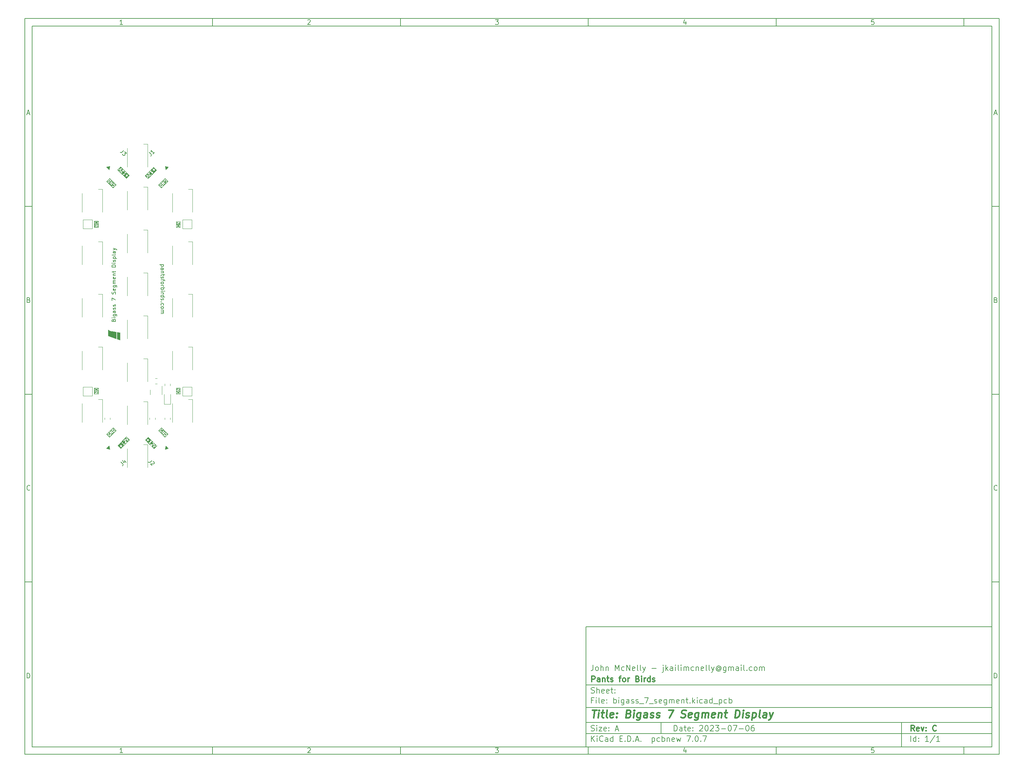
<source format=gbr>
G04 #@! TF.GenerationSoftware,KiCad,Pcbnew,7.0.7*
G04 #@! TF.CreationDate,2023-09-04T15:56:20-07:00*
G04 #@! TF.ProjectId,bigass_7_segment,62696761-7373-45f3-975f-7365676d656e,C*
G04 #@! TF.SameCoordinates,Original*
G04 #@! TF.FileFunction,Legend,Top*
G04 #@! TF.FilePolarity,Positive*
%FSLAX46Y46*%
G04 Gerber Fmt 4.6, Leading zero omitted, Abs format (unit mm)*
G04 Created by KiCad (PCBNEW 7.0.7) date 2023-09-04 15:56:20*
%MOMM*%
%LPD*%
G01*
G04 APERTURE LIST*
%ADD10C,0.100000*%
%ADD11C,0.150000*%
%ADD12C,0.300000*%
%ADD13C,0.400000*%
%ADD14C,0.187500*%
%ADD15C,0.120000*%
G04 APERTURE END LIST*
D10*
D11*
X159400000Y-171900000D02*
X267400000Y-171900000D01*
X267400000Y-203900000D01*
X159400000Y-203900000D01*
X159400000Y-171900000D01*
D10*
D11*
X10000000Y-10000000D02*
X269400000Y-10000000D01*
X269400000Y-205900000D01*
X10000000Y-205900000D01*
X10000000Y-10000000D01*
D10*
D11*
X12000000Y-12000000D02*
X267400000Y-12000000D01*
X267400000Y-203900000D01*
X12000000Y-203900000D01*
X12000000Y-12000000D01*
D10*
D11*
X60000000Y-12000000D02*
X60000000Y-10000000D01*
D10*
D11*
X110000000Y-12000000D02*
X110000000Y-10000000D01*
D10*
D11*
X160000000Y-12000000D02*
X160000000Y-10000000D01*
D10*
D11*
X210000000Y-12000000D02*
X210000000Y-10000000D01*
D10*
D11*
X260000000Y-12000000D02*
X260000000Y-10000000D01*
D10*
D11*
X36089160Y-11593604D02*
X35346303Y-11593604D01*
X35717731Y-11593604D02*
X35717731Y-10293604D01*
X35717731Y-10293604D02*
X35593922Y-10479319D01*
X35593922Y-10479319D02*
X35470112Y-10603128D01*
X35470112Y-10603128D02*
X35346303Y-10665033D01*
D10*
D11*
X85346303Y-10417414D02*
X85408207Y-10355509D01*
X85408207Y-10355509D02*
X85532017Y-10293604D01*
X85532017Y-10293604D02*
X85841541Y-10293604D01*
X85841541Y-10293604D02*
X85965350Y-10355509D01*
X85965350Y-10355509D02*
X86027255Y-10417414D01*
X86027255Y-10417414D02*
X86089160Y-10541223D01*
X86089160Y-10541223D02*
X86089160Y-10665033D01*
X86089160Y-10665033D02*
X86027255Y-10850747D01*
X86027255Y-10850747D02*
X85284398Y-11593604D01*
X85284398Y-11593604D02*
X86089160Y-11593604D01*
D10*
D11*
X135284398Y-10293604D02*
X136089160Y-10293604D01*
X136089160Y-10293604D02*
X135655826Y-10788842D01*
X135655826Y-10788842D02*
X135841541Y-10788842D01*
X135841541Y-10788842D02*
X135965350Y-10850747D01*
X135965350Y-10850747D02*
X136027255Y-10912652D01*
X136027255Y-10912652D02*
X136089160Y-11036461D01*
X136089160Y-11036461D02*
X136089160Y-11345985D01*
X136089160Y-11345985D02*
X136027255Y-11469795D01*
X136027255Y-11469795D02*
X135965350Y-11531700D01*
X135965350Y-11531700D02*
X135841541Y-11593604D01*
X135841541Y-11593604D02*
X135470112Y-11593604D01*
X135470112Y-11593604D02*
X135346303Y-11531700D01*
X135346303Y-11531700D02*
X135284398Y-11469795D01*
D10*
D11*
X185965350Y-10726938D02*
X185965350Y-11593604D01*
X185655826Y-10231700D02*
X185346303Y-11160271D01*
X185346303Y-11160271D02*
X186151064Y-11160271D01*
D10*
D11*
X236027255Y-10293604D02*
X235408207Y-10293604D01*
X235408207Y-10293604D02*
X235346303Y-10912652D01*
X235346303Y-10912652D02*
X235408207Y-10850747D01*
X235408207Y-10850747D02*
X235532017Y-10788842D01*
X235532017Y-10788842D02*
X235841541Y-10788842D01*
X235841541Y-10788842D02*
X235965350Y-10850747D01*
X235965350Y-10850747D02*
X236027255Y-10912652D01*
X236027255Y-10912652D02*
X236089160Y-11036461D01*
X236089160Y-11036461D02*
X236089160Y-11345985D01*
X236089160Y-11345985D02*
X236027255Y-11469795D01*
X236027255Y-11469795D02*
X235965350Y-11531700D01*
X235965350Y-11531700D02*
X235841541Y-11593604D01*
X235841541Y-11593604D02*
X235532017Y-11593604D01*
X235532017Y-11593604D02*
X235408207Y-11531700D01*
X235408207Y-11531700D02*
X235346303Y-11469795D01*
D10*
D11*
X60000000Y-203900000D02*
X60000000Y-205900000D01*
D10*
D11*
X110000000Y-203900000D02*
X110000000Y-205900000D01*
D10*
D11*
X160000000Y-203900000D02*
X160000000Y-205900000D01*
D10*
D11*
X210000000Y-203900000D02*
X210000000Y-205900000D01*
D10*
D11*
X260000000Y-203900000D02*
X260000000Y-205900000D01*
D10*
D11*
X36089160Y-205493604D02*
X35346303Y-205493604D01*
X35717731Y-205493604D02*
X35717731Y-204193604D01*
X35717731Y-204193604D02*
X35593922Y-204379319D01*
X35593922Y-204379319D02*
X35470112Y-204503128D01*
X35470112Y-204503128D02*
X35346303Y-204565033D01*
D10*
D11*
X85346303Y-204317414D02*
X85408207Y-204255509D01*
X85408207Y-204255509D02*
X85532017Y-204193604D01*
X85532017Y-204193604D02*
X85841541Y-204193604D01*
X85841541Y-204193604D02*
X85965350Y-204255509D01*
X85965350Y-204255509D02*
X86027255Y-204317414D01*
X86027255Y-204317414D02*
X86089160Y-204441223D01*
X86089160Y-204441223D02*
X86089160Y-204565033D01*
X86089160Y-204565033D02*
X86027255Y-204750747D01*
X86027255Y-204750747D02*
X85284398Y-205493604D01*
X85284398Y-205493604D02*
X86089160Y-205493604D01*
D10*
D11*
X135284398Y-204193604D02*
X136089160Y-204193604D01*
X136089160Y-204193604D02*
X135655826Y-204688842D01*
X135655826Y-204688842D02*
X135841541Y-204688842D01*
X135841541Y-204688842D02*
X135965350Y-204750747D01*
X135965350Y-204750747D02*
X136027255Y-204812652D01*
X136027255Y-204812652D02*
X136089160Y-204936461D01*
X136089160Y-204936461D02*
X136089160Y-205245985D01*
X136089160Y-205245985D02*
X136027255Y-205369795D01*
X136027255Y-205369795D02*
X135965350Y-205431700D01*
X135965350Y-205431700D02*
X135841541Y-205493604D01*
X135841541Y-205493604D02*
X135470112Y-205493604D01*
X135470112Y-205493604D02*
X135346303Y-205431700D01*
X135346303Y-205431700D02*
X135284398Y-205369795D01*
D10*
D11*
X185965350Y-204626938D02*
X185965350Y-205493604D01*
X185655826Y-204131700D02*
X185346303Y-205060271D01*
X185346303Y-205060271D02*
X186151064Y-205060271D01*
D10*
D11*
X236027255Y-204193604D02*
X235408207Y-204193604D01*
X235408207Y-204193604D02*
X235346303Y-204812652D01*
X235346303Y-204812652D02*
X235408207Y-204750747D01*
X235408207Y-204750747D02*
X235532017Y-204688842D01*
X235532017Y-204688842D02*
X235841541Y-204688842D01*
X235841541Y-204688842D02*
X235965350Y-204750747D01*
X235965350Y-204750747D02*
X236027255Y-204812652D01*
X236027255Y-204812652D02*
X236089160Y-204936461D01*
X236089160Y-204936461D02*
X236089160Y-205245985D01*
X236089160Y-205245985D02*
X236027255Y-205369795D01*
X236027255Y-205369795D02*
X235965350Y-205431700D01*
X235965350Y-205431700D02*
X235841541Y-205493604D01*
X235841541Y-205493604D02*
X235532017Y-205493604D01*
X235532017Y-205493604D02*
X235408207Y-205431700D01*
X235408207Y-205431700D02*
X235346303Y-205369795D01*
D10*
D11*
X10000000Y-60000000D02*
X12000000Y-60000000D01*
D10*
D11*
X10000000Y-110000000D02*
X12000000Y-110000000D01*
D10*
D11*
X10000000Y-160000000D02*
X12000000Y-160000000D01*
D10*
D11*
X10690476Y-35222176D02*
X11309523Y-35222176D01*
X10566666Y-35593604D02*
X10999999Y-34293604D01*
X10999999Y-34293604D02*
X11433333Y-35593604D01*
D10*
D11*
X11092857Y-84912652D02*
X11278571Y-84974557D01*
X11278571Y-84974557D02*
X11340476Y-85036461D01*
X11340476Y-85036461D02*
X11402380Y-85160271D01*
X11402380Y-85160271D02*
X11402380Y-85345985D01*
X11402380Y-85345985D02*
X11340476Y-85469795D01*
X11340476Y-85469795D02*
X11278571Y-85531700D01*
X11278571Y-85531700D02*
X11154761Y-85593604D01*
X11154761Y-85593604D02*
X10659523Y-85593604D01*
X10659523Y-85593604D02*
X10659523Y-84293604D01*
X10659523Y-84293604D02*
X11092857Y-84293604D01*
X11092857Y-84293604D02*
X11216666Y-84355509D01*
X11216666Y-84355509D02*
X11278571Y-84417414D01*
X11278571Y-84417414D02*
X11340476Y-84541223D01*
X11340476Y-84541223D02*
X11340476Y-84665033D01*
X11340476Y-84665033D02*
X11278571Y-84788842D01*
X11278571Y-84788842D02*
X11216666Y-84850747D01*
X11216666Y-84850747D02*
X11092857Y-84912652D01*
X11092857Y-84912652D02*
X10659523Y-84912652D01*
D10*
D11*
X11402380Y-135469795D02*
X11340476Y-135531700D01*
X11340476Y-135531700D02*
X11154761Y-135593604D01*
X11154761Y-135593604D02*
X11030952Y-135593604D01*
X11030952Y-135593604D02*
X10845238Y-135531700D01*
X10845238Y-135531700D02*
X10721428Y-135407890D01*
X10721428Y-135407890D02*
X10659523Y-135284080D01*
X10659523Y-135284080D02*
X10597619Y-135036461D01*
X10597619Y-135036461D02*
X10597619Y-134850747D01*
X10597619Y-134850747D02*
X10659523Y-134603128D01*
X10659523Y-134603128D02*
X10721428Y-134479319D01*
X10721428Y-134479319D02*
X10845238Y-134355509D01*
X10845238Y-134355509D02*
X11030952Y-134293604D01*
X11030952Y-134293604D02*
X11154761Y-134293604D01*
X11154761Y-134293604D02*
X11340476Y-134355509D01*
X11340476Y-134355509D02*
X11402380Y-134417414D01*
D10*
D11*
X10659523Y-185593604D02*
X10659523Y-184293604D01*
X10659523Y-184293604D02*
X10969047Y-184293604D01*
X10969047Y-184293604D02*
X11154761Y-184355509D01*
X11154761Y-184355509D02*
X11278571Y-184479319D01*
X11278571Y-184479319D02*
X11340476Y-184603128D01*
X11340476Y-184603128D02*
X11402380Y-184850747D01*
X11402380Y-184850747D02*
X11402380Y-185036461D01*
X11402380Y-185036461D02*
X11340476Y-185284080D01*
X11340476Y-185284080D02*
X11278571Y-185407890D01*
X11278571Y-185407890D02*
X11154761Y-185531700D01*
X11154761Y-185531700D02*
X10969047Y-185593604D01*
X10969047Y-185593604D02*
X10659523Y-185593604D01*
D10*
D11*
X269400000Y-60000000D02*
X267400000Y-60000000D01*
D10*
D11*
X269400000Y-110000000D02*
X267400000Y-110000000D01*
D10*
D11*
X269400000Y-160000000D02*
X267400000Y-160000000D01*
D10*
D11*
X268090476Y-35222176D02*
X268709523Y-35222176D01*
X267966666Y-35593604D02*
X268399999Y-34293604D01*
X268399999Y-34293604D02*
X268833333Y-35593604D01*
D10*
D11*
X268492857Y-84912652D02*
X268678571Y-84974557D01*
X268678571Y-84974557D02*
X268740476Y-85036461D01*
X268740476Y-85036461D02*
X268802380Y-85160271D01*
X268802380Y-85160271D02*
X268802380Y-85345985D01*
X268802380Y-85345985D02*
X268740476Y-85469795D01*
X268740476Y-85469795D02*
X268678571Y-85531700D01*
X268678571Y-85531700D02*
X268554761Y-85593604D01*
X268554761Y-85593604D02*
X268059523Y-85593604D01*
X268059523Y-85593604D02*
X268059523Y-84293604D01*
X268059523Y-84293604D02*
X268492857Y-84293604D01*
X268492857Y-84293604D02*
X268616666Y-84355509D01*
X268616666Y-84355509D02*
X268678571Y-84417414D01*
X268678571Y-84417414D02*
X268740476Y-84541223D01*
X268740476Y-84541223D02*
X268740476Y-84665033D01*
X268740476Y-84665033D02*
X268678571Y-84788842D01*
X268678571Y-84788842D02*
X268616666Y-84850747D01*
X268616666Y-84850747D02*
X268492857Y-84912652D01*
X268492857Y-84912652D02*
X268059523Y-84912652D01*
D10*
D11*
X268802380Y-135469795D02*
X268740476Y-135531700D01*
X268740476Y-135531700D02*
X268554761Y-135593604D01*
X268554761Y-135593604D02*
X268430952Y-135593604D01*
X268430952Y-135593604D02*
X268245238Y-135531700D01*
X268245238Y-135531700D02*
X268121428Y-135407890D01*
X268121428Y-135407890D02*
X268059523Y-135284080D01*
X268059523Y-135284080D02*
X267997619Y-135036461D01*
X267997619Y-135036461D02*
X267997619Y-134850747D01*
X267997619Y-134850747D02*
X268059523Y-134603128D01*
X268059523Y-134603128D02*
X268121428Y-134479319D01*
X268121428Y-134479319D02*
X268245238Y-134355509D01*
X268245238Y-134355509D02*
X268430952Y-134293604D01*
X268430952Y-134293604D02*
X268554761Y-134293604D01*
X268554761Y-134293604D02*
X268740476Y-134355509D01*
X268740476Y-134355509D02*
X268802380Y-134417414D01*
D10*
D11*
X268059523Y-185593604D02*
X268059523Y-184293604D01*
X268059523Y-184293604D02*
X268369047Y-184293604D01*
X268369047Y-184293604D02*
X268554761Y-184355509D01*
X268554761Y-184355509D02*
X268678571Y-184479319D01*
X268678571Y-184479319D02*
X268740476Y-184603128D01*
X268740476Y-184603128D02*
X268802380Y-184850747D01*
X268802380Y-184850747D02*
X268802380Y-185036461D01*
X268802380Y-185036461D02*
X268740476Y-185284080D01*
X268740476Y-185284080D02*
X268678571Y-185407890D01*
X268678571Y-185407890D02*
X268554761Y-185531700D01*
X268554761Y-185531700D02*
X268369047Y-185593604D01*
X268369047Y-185593604D02*
X268059523Y-185593604D01*
D10*
D11*
X182855826Y-199686128D02*
X182855826Y-198186128D01*
X182855826Y-198186128D02*
X183212969Y-198186128D01*
X183212969Y-198186128D02*
X183427255Y-198257557D01*
X183427255Y-198257557D02*
X183570112Y-198400414D01*
X183570112Y-198400414D02*
X183641541Y-198543271D01*
X183641541Y-198543271D02*
X183712969Y-198828985D01*
X183712969Y-198828985D02*
X183712969Y-199043271D01*
X183712969Y-199043271D02*
X183641541Y-199328985D01*
X183641541Y-199328985D02*
X183570112Y-199471842D01*
X183570112Y-199471842D02*
X183427255Y-199614700D01*
X183427255Y-199614700D02*
X183212969Y-199686128D01*
X183212969Y-199686128D02*
X182855826Y-199686128D01*
X184998684Y-199686128D02*
X184998684Y-198900414D01*
X184998684Y-198900414D02*
X184927255Y-198757557D01*
X184927255Y-198757557D02*
X184784398Y-198686128D01*
X184784398Y-198686128D02*
X184498684Y-198686128D01*
X184498684Y-198686128D02*
X184355826Y-198757557D01*
X184998684Y-199614700D02*
X184855826Y-199686128D01*
X184855826Y-199686128D02*
X184498684Y-199686128D01*
X184498684Y-199686128D02*
X184355826Y-199614700D01*
X184355826Y-199614700D02*
X184284398Y-199471842D01*
X184284398Y-199471842D02*
X184284398Y-199328985D01*
X184284398Y-199328985D02*
X184355826Y-199186128D01*
X184355826Y-199186128D02*
X184498684Y-199114700D01*
X184498684Y-199114700D02*
X184855826Y-199114700D01*
X184855826Y-199114700D02*
X184998684Y-199043271D01*
X185498684Y-198686128D02*
X186070112Y-198686128D01*
X185712969Y-198186128D02*
X185712969Y-199471842D01*
X185712969Y-199471842D02*
X185784398Y-199614700D01*
X185784398Y-199614700D02*
X185927255Y-199686128D01*
X185927255Y-199686128D02*
X186070112Y-199686128D01*
X187141541Y-199614700D02*
X186998684Y-199686128D01*
X186998684Y-199686128D02*
X186712970Y-199686128D01*
X186712970Y-199686128D02*
X186570112Y-199614700D01*
X186570112Y-199614700D02*
X186498684Y-199471842D01*
X186498684Y-199471842D02*
X186498684Y-198900414D01*
X186498684Y-198900414D02*
X186570112Y-198757557D01*
X186570112Y-198757557D02*
X186712970Y-198686128D01*
X186712970Y-198686128D02*
X186998684Y-198686128D01*
X186998684Y-198686128D02*
X187141541Y-198757557D01*
X187141541Y-198757557D02*
X187212970Y-198900414D01*
X187212970Y-198900414D02*
X187212970Y-199043271D01*
X187212970Y-199043271D02*
X186498684Y-199186128D01*
X187855826Y-199543271D02*
X187927255Y-199614700D01*
X187927255Y-199614700D02*
X187855826Y-199686128D01*
X187855826Y-199686128D02*
X187784398Y-199614700D01*
X187784398Y-199614700D02*
X187855826Y-199543271D01*
X187855826Y-199543271D02*
X187855826Y-199686128D01*
X187855826Y-198757557D02*
X187927255Y-198828985D01*
X187927255Y-198828985D02*
X187855826Y-198900414D01*
X187855826Y-198900414D02*
X187784398Y-198828985D01*
X187784398Y-198828985D02*
X187855826Y-198757557D01*
X187855826Y-198757557D02*
X187855826Y-198900414D01*
X189641541Y-198328985D02*
X189712969Y-198257557D01*
X189712969Y-198257557D02*
X189855827Y-198186128D01*
X189855827Y-198186128D02*
X190212969Y-198186128D01*
X190212969Y-198186128D02*
X190355827Y-198257557D01*
X190355827Y-198257557D02*
X190427255Y-198328985D01*
X190427255Y-198328985D02*
X190498684Y-198471842D01*
X190498684Y-198471842D02*
X190498684Y-198614700D01*
X190498684Y-198614700D02*
X190427255Y-198828985D01*
X190427255Y-198828985D02*
X189570112Y-199686128D01*
X189570112Y-199686128D02*
X190498684Y-199686128D01*
X191427255Y-198186128D02*
X191570112Y-198186128D01*
X191570112Y-198186128D02*
X191712969Y-198257557D01*
X191712969Y-198257557D02*
X191784398Y-198328985D01*
X191784398Y-198328985D02*
X191855826Y-198471842D01*
X191855826Y-198471842D02*
X191927255Y-198757557D01*
X191927255Y-198757557D02*
X191927255Y-199114700D01*
X191927255Y-199114700D02*
X191855826Y-199400414D01*
X191855826Y-199400414D02*
X191784398Y-199543271D01*
X191784398Y-199543271D02*
X191712969Y-199614700D01*
X191712969Y-199614700D02*
X191570112Y-199686128D01*
X191570112Y-199686128D02*
X191427255Y-199686128D01*
X191427255Y-199686128D02*
X191284398Y-199614700D01*
X191284398Y-199614700D02*
X191212969Y-199543271D01*
X191212969Y-199543271D02*
X191141540Y-199400414D01*
X191141540Y-199400414D02*
X191070112Y-199114700D01*
X191070112Y-199114700D02*
X191070112Y-198757557D01*
X191070112Y-198757557D02*
X191141540Y-198471842D01*
X191141540Y-198471842D02*
X191212969Y-198328985D01*
X191212969Y-198328985D02*
X191284398Y-198257557D01*
X191284398Y-198257557D02*
X191427255Y-198186128D01*
X192498683Y-198328985D02*
X192570111Y-198257557D01*
X192570111Y-198257557D02*
X192712969Y-198186128D01*
X192712969Y-198186128D02*
X193070111Y-198186128D01*
X193070111Y-198186128D02*
X193212969Y-198257557D01*
X193212969Y-198257557D02*
X193284397Y-198328985D01*
X193284397Y-198328985D02*
X193355826Y-198471842D01*
X193355826Y-198471842D02*
X193355826Y-198614700D01*
X193355826Y-198614700D02*
X193284397Y-198828985D01*
X193284397Y-198828985D02*
X192427254Y-199686128D01*
X192427254Y-199686128D02*
X193355826Y-199686128D01*
X193855825Y-198186128D02*
X194784397Y-198186128D01*
X194784397Y-198186128D02*
X194284397Y-198757557D01*
X194284397Y-198757557D02*
X194498682Y-198757557D01*
X194498682Y-198757557D02*
X194641540Y-198828985D01*
X194641540Y-198828985D02*
X194712968Y-198900414D01*
X194712968Y-198900414D02*
X194784397Y-199043271D01*
X194784397Y-199043271D02*
X194784397Y-199400414D01*
X194784397Y-199400414D02*
X194712968Y-199543271D01*
X194712968Y-199543271D02*
X194641540Y-199614700D01*
X194641540Y-199614700D02*
X194498682Y-199686128D01*
X194498682Y-199686128D02*
X194070111Y-199686128D01*
X194070111Y-199686128D02*
X193927254Y-199614700D01*
X193927254Y-199614700D02*
X193855825Y-199543271D01*
X195427253Y-199114700D02*
X196570111Y-199114700D01*
X197570111Y-198186128D02*
X197712968Y-198186128D01*
X197712968Y-198186128D02*
X197855825Y-198257557D01*
X197855825Y-198257557D02*
X197927254Y-198328985D01*
X197927254Y-198328985D02*
X197998682Y-198471842D01*
X197998682Y-198471842D02*
X198070111Y-198757557D01*
X198070111Y-198757557D02*
X198070111Y-199114700D01*
X198070111Y-199114700D02*
X197998682Y-199400414D01*
X197998682Y-199400414D02*
X197927254Y-199543271D01*
X197927254Y-199543271D02*
X197855825Y-199614700D01*
X197855825Y-199614700D02*
X197712968Y-199686128D01*
X197712968Y-199686128D02*
X197570111Y-199686128D01*
X197570111Y-199686128D02*
X197427254Y-199614700D01*
X197427254Y-199614700D02*
X197355825Y-199543271D01*
X197355825Y-199543271D02*
X197284396Y-199400414D01*
X197284396Y-199400414D02*
X197212968Y-199114700D01*
X197212968Y-199114700D02*
X197212968Y-198757557D01*
X197212968Y-198757557D02*
X197284396Y-198471842D01*
X197284396Y-198471842D02*
X197355825Y-198328985D01*
X197355825Y-198328985D02*
X197427254Y-198257557D01*
X197427254Y-198257557D02*
X197570111Y-198186128D01*
X198570110Y-198186128D02*
X199570110Y-198186128D01*
X199570110Y-198186128D02*
X198927253Y-199686128D01*
X200141538Y-199114700D02*
X201284396Y-199114700D01*
X202284396Y-198186128D02*
X202427253Y-198186128D01*
X202427253Y-198186128D02*
X202570110Y-198257557D01*
X202570110Y-198257557D02*
X202641539Y-198328985D01*
X202641539Y-198328985D02*
X202712967Y-198471842D01*
X202712967Y-198471842D02*
X202784396Y-198757557D01*
X202784396Y-198757557D02*
X202784396Y-199114700D01*
X202784396Y-199114700D02*
X202712967Y-199400414D01*
X202712967Y-199400414D02*
X202641539Y-199543271D01*
X202641539Y-199543271D02*
X202570110Y-199614700D01*
X202570110Y-199614700D02*
X202427253Y-199686128D01*
X202427253Y-199686128D02*
X202284396Y-199686128D01*
X202284396Y-199686128D02*
X202141539Y-199614700D01*
X202141539Y-199614700D02*
X202070110Y-199543271D01*
X202070110Y-199543271D02*
X201998681Y-199400414D01*
X201998681Y-199400414D02*
X201927253Y-199114700D01*
X201927253Y-199114700D02*
X201927253Y-198757557D01*
X201927253Y-198757557D02*
X201998681Y-198471842D01*
X201998681Y-198471842D02*
X202070110Y-198328985D01*
X202070110Y-198328985D02*
X202141539Y-198257557D01*
X202141539Y-198257557D02*
X202284396Y-198186128D01*
X204070110Y-198186128D02*
X203784395Y-198186128D01*
X203784395Y-198186128D02*
X203641538Y-198257557D01*
X203641538Y-198257557D02*
X203570110Y-198328985D01*
X203570110Y-198328985D02*
X203427252Y-198543271D01*
X203427252Y-198543271D02*
X203355824Y-198828985D01*
X203355824Y-198828985D02*
X203355824Y-199400414D01*
X203355824Y-199400414D02*
X203427252Y-199543271D01*
X203427252Y-199543271D02*
X203498681Y-199614700D01*
X203498681Y-199614700D02*
X203641538Y-199686128D01*
X203641538Y-199686128D02*
X203927252Y-199686128D01*
X203927252Y-199686128D02*
X204070110Y-199614700D01*
X204070110Y-199614700D02*
X204141538Y-199543271D01*
X204141538Y-199543271D02*
X204212967Y-199400414D01*
X204212967Y-199400414D02*
X204212967Y-199043271D01*
X204212967Y-199043271D02*
X204141538Y-198900414D01*
X204141538Y-198900414D02*
X204070110Y-198828985D01*
X204070110Y-198828985D02*
X203927252Y-198757557D01*
X203927252Y-198757557D02*
X203641538Y-198757557D01*
X203641538Y-198757557D02*
X203498681Y-198828985D01*
X203498681Y-198828985D02*
X203427252Y-198900414D01*
X203427252Y-198900414D02*
X203355824Y-199043271D01*
D10*
D11*
X159400000Y-200400000D02*
X267400000Y-200400000D01*
D10*
D11*
X160855826Y-202486128D02*
X160855826Y-200986128D01*
X161712969Y-202486128D02*
X161070112Y-201628985D01*
X161712969Y-200986128D02*
X160855826Y-201843271D01*
X162355826Y-202486128D02*
X162355826Y-201486128D01*
X162355826Y-200986128D02*
X162284398Y-201057557D01*
X162284398Y-201057557D02*
X162355826Y-201128985D01*
X162355826Y-201128985D02*
X162427255Y-201057557D01*
X162427255Y-201057557D02*
X162355826Y-200986128D01*
X162355826Y-200986128D02*
X162355826Y-201128985D01*
X163927255Y-202343271D02*
X163855827Y-202414700D01*
X163855827Y-202414700D02*
X163641541Y-202486128D01*
X163641541Y-202486128D02*
X163498684Y-202486128D01*
X163498684Y-202486128D02*
X163284398Y-202414700D01*
X163284398Y-202414700D02*
X163141541Y-202271842D01*
X163141541Y-202271842D02*
X163070112Y-202128985D01*
X163070112Y-202128985D02*
X162998684Y-201843271D01*
X162998684Y-201843271D02*
X162998684Y-201628985D01*
X162998684Y-201628985D02*
X163070112Y-201343271D01*
X163070112Y-201343271D02*
X163141541Y-201200414D01*
X163141541Y-201200414D02*
X163284398Y-201057557D01*
X163284398Y-201057557D02*
X163498684Y-200986128D01*
X163498684Y-200986128D02*
X163641541Y-200986128D01*
X163641541Y-200986128D02*
X163855827Y-201057557D01*
X163855827Y-201057557D02*
X163927255Y-201128985D01*
X165212970Y-202486128D02*
X165212970Y-201700414D01*
X165212970Y-201700414D02*
X165141541Y-201557557D01*
X165141541Y-201557557D02*
X164998684Y-201486128D01*
X164998684Y-201486128D02*
X164712970Y-201486128D01*
X164712970Y-201486128D02*
X164570112Y-201557557D01*
X165212970Y-202414700D02*
X165070112Y-202486128D01*
X165070112Y-202486128D02*
X164712970Y-202486128D01*
X164712970Y-202486128D02*
X164570112Y-202414700D01*
X164570112Y-202414700D02*
X164498684Y-202271842D01*
X164498684Y-202271842D02*
X164498684Y-202128985D01*
X164498684Y-202128985D02*
X164570112Y-201986128D01*
X164570112Y-201986128D02*
X164712970Y-201914700D01*
X164712970Y-201914700D02*
X165070112Y-201914700D01*
X165070112Y-201914700D02*
X165212970Y-201843271D01*
X166570113Y-202486128D02*
X166570113Y-200986128D01*
X166570113Y-202414700D02*
X166427255Y-202486128D01*
X166427255Y-202486128D02*
X166141541Y-202486128D01*
X166141541Y-202486128D02*
X165998684Y-202414700D01*
X165998684Y-202414700D02*
X165927255Y-202343271D01*
X165927255Y-202343271D02*
X165855827Y-202200414D01*
X165855827Y-202200414D02*
X165855827Y-201771842D01*
X165855827Y-201771842D02*
X165927255Y-201628985D01*
X165927255Y-201628985D02*
X165998684Y-201557557D01*
X165998684Y-201557557D02*
X166141541Y-201486128D01*
X166141541Y-201486128D02*
X166427255Y-201486128D01*
X166427255Y-201486128D02*
X166570113Y-201557557D01*
X168427255Y-201700414D02*
X168927255Y-201700414D01*
X169141541Y-202486128D02*
X168427255Y-202486128D01*
X168427255Y-202486128D02*
X168427255Y-200986128D01*
X168427255Y-200986128D02*
X169141541Y-200986128D01*
X169784398Y-202343271D02*
X169855827Y-202414700D01*
X169855827Y-202414700D02*
X169784398Y-202486128D01*
X169784398Y-202486128D02*
X169712970Y-202414700D01*
X169712970Y-202414700D02*
X169784398Y-202343271D01*
X169784398Y-202343271D02*
X169784398Y-202486128D01*
X170498684Y-202486128D02*
X170498684Y-200986128D01*
X170498684Y-200986128D02*
X170855827Y-200986128D01*
X170855827Y-200986128D02*
X171070113Y-201057557D01*
X171070113Y-201057557D02*
X171212970Y-201200414D01*
X171212970Y-201200414D02*
X171284399Y-201343271D01*
X171284399Y-201343271D02*
X171355827Y-201628985D01*
X171355827Y-201628985D02*
X171355827Y-201843271D01*
X171355827Y-201843271D02*
X171284399Y-202128985D01*
X171284399Y-202128985D02*
X171212970Y-202271842D01*
X171212970Y-202271842D02*
X171070113Y-202414700D01*
X171070113Y-202414700D02*
X170855827Y-202486128D01*
X170855827Y-202486128D02*
X170498684Y-202486128D01*
X171998684Y-202343271D02*
X172070113Y-202414700D01*
X172070113Y-202414700D02*
X171998684Y-202486128D01*
X171998684Y-202486128D02*
X171927256Y-202414700D01*
X171927256Y-202414700D02*
X171998684Y-202343271D01*
X171998684Y-202343271D02*
X171998684Y-202486128D01*
X172641542Y-202057557D02*
X173355828Y-202057557D01*
X172498685Y-202486128D02*
X172998685Y-200986128D01*
X172998685Y-200986128D02*
X173498685Y-202486128D01*
X173998684Y-202343271D02*
X174070113Y-202414700D01*
X174070113Y-202414700D02*
X173998684Y-202486128D01*
X173998684Y-202486128D02*
X173927256Y-202414700D01*
X173927256Y-202414700D02*
X173998684Y-202343271D01*
X173998684Y-202343271D02*
X173998684Y-202486128D01*
X176998684Y-201486128D02*
X176998684Y-202986128D01*
X176998684Y-201557557D02*
X177141542Y-201486128D01*
X177141542Y-201486128D02*
X177427256Y-201486128D01*
X177427256Y-201486128D02*
X177570113Y-201557557D01*
X177570113Y-201557557D02*
X177641542Y-201628985D01*
X177641542Y-201628985D02*
X177712970Y-201771842D01*
X177712970Y-201771842D02*
X177712970Y-202200414D01*
X177712970Y-202200414D02*
X177641542Y-202343271D01*
X177641542Y-202343271D02*
X177570113Y-202414700D01*
X177570113Y-202414700D02*
X177427256Y-202486128D01*
X177427256Y-202486128D02*
X177141542Y-202486128D01*
X177141542Y-202486128D02*
X176998684Y-202414700D01*
X178998685Y-202414700D02*
X178855827Y-202486128D01*
X178855827Y-202486128D02*
X178570113Y-202486128D01*
X178570113Y-202486128D02*
X178427256Y-202414700D01*
X178427256Y-202414700D02*
X178355827Y-202343271D01*
X178355827Y-202343271D02*
X178284399Y-202200414D01*
X178284399Y-202200414D02*
X178284399Y-201771842D01*
X178284399Y-201771842D02*
X178355827Y-201628985D01*
X178355827Y-201628985D02*
X178427256Y-201557557D01*
X178427256Y-201557557D02*
X178570113Y-201486128D01*
X178570113Y-201486128D02*
X178855827Y-201486128D01*
X178855827Y-201486128D02*
X178998685Y-201557557D01*
X179641541Y-202486128D02*
X179641541Y-200986128D01*
X179641541Y-201557557D02*
X179784399Y-201486128D01*
X179784399Y-201486128D02*
X180070113Y-201486128D01*
X180070113Y-201486128D02*
X180212970Y-201557557D01*
X180212970Y-201557557D02*
X180284399Y-201628985D01*
X180284399Y-201628985D02*
X180355827Y-201771842D01*
X180355827Y-201771842D02*
X180355827Y-202200414D01*
X180355827Y-202200414D02*
X180284399Y-202343271D01*
X180284399Y-202343271D02*
X180212970Y-202414700D01*
X180212970Y-202414700D02*
X180070113Y-202486128D01*
X180070113Y-202486128D02*
X179784399Y-202486128D01*
X179784399Y-202486128D02*
X179641541Y-202414700D01*
X180998684Y-201486128D02*
X180998684Y-202486128D01*
X180998684Y-201628985D02*
X181070113Y-201557557D01*
X181070113Y-201557557D02*
X181212970Y-201486128D01*
X181212970Y-201486128D02*
X181427256Y-201486128D01*
X181427256Y-201486128D02*
X181570113Y-201557557D01*
X181570113Y-201557557D02*
X181641542Y-201700414D01*
X181641542Y-201700414D02*
X181641542Y-202486128D01*
X182927256Y-202414700D02*
X182784399Y-202486128D01*
X182784399Y-202486128D02*
X182498685Y-202486128D01*
X182498685Y-202486128D02*
X182355827Y-202414700D01*
X182355827Y-202414700D02*
X182284399Y-202271842D01*
X182284399Y-202271842D02*
X182284399Y-201700414D01*
X182284399Y-201700414D02*
X182355827Y-201557557D01*
X182355827Y-201557557D02*
X182498685Y-201486128D01*
X182498685Y-201486128D02*
X182784399Y-201486128D01*
X182784399Y-201486128D02*
X182927256Y-201557557D01*
X182927256Y-201557557D02*
X182998685Y-201700414D01*
X182998685Y-201700414D02*
X182998685Y-201843271D01*
X182998685Y-201843271D02*
X182284399Y-201986128D01*
X183498684Y-201486128D02*
X183784399Y-202486128D01*
X183784399Y-202486128D02*
X184070113Y-201771842D01*
X184070113Y-201771842D02*
X184355827Y-202486128D01*
X184355827Y-202486128D02*
X184641541Y-201486128D01*
X186212970Y-200986128D02*
X187212970Y-200986128D01*
X187212970Y-200986128D02*
X186570113Y-202486128D01*
X187784398Y-202343271D02*
X187855827Y-202414700D01*
X187855827Y-202414700D02*
X187784398Y-202486128D01*
X187784398Y-202486128D02*
X187712970Y-202414700D01*
X187712970Y-202414700D02*
X187784398Y-202343271D01*
X187784398Y-202343271D02*
X187784398Y-202486128D01*
X188784399Y-200986128D02*
X188927256Y-200986128D01*
X188927256Y-200986128D02*
X189070113Y-201057557D01*
X189070113Y-201057557D02*
X189141542Y-201128985D01*
X189141542Y-201128985D02*
X189212970Y-201271842D01*
X189212970Y-201271842D02*
X189284399Y-201557557D01*
X189284399Y-201557557D02*
X189284399Y-201914700D01*
X189284399Y-201914700D02*
X189212970Y-202200414D01*
X189212970Y-202200414D02*
X189141542Y-202343271D01*
X189141542Y-202343271D02*
X189070113Y-202414700D01*
X189070113Y-202414700D02*
X188927256Y-202486128D01*
X188927256Y-202486128D02*
X188784399Y-202486128D01*
X188784399Y-202486128D02*
X188641542Y-202414700D01*
X188641542Y-202414700D02*
X188570113Y-202343271D01*
X188570113Y-202343271D02*
X188498684Y-202200414D01*
X188498684Y-202200414D02*
X188427256Y-201914700D01*
X188427256Y-201914700D02*
X188427256Y-201557557D01*
X188427256Y-201557557D02*
X188498684Y-201271842D01*
X188498684Y-201271842D02*
X188570113Y-201128985D01*
X188570113Y-201128985D02*
X188641542Y-201057557D01*
X188641542Y-201057557D02*
X188784399Y-200986128D01*
X189927255Y-202343271D02*
X189998684Y-202414700D01*
X189998684Y-202414700D02*
X189927255Y-202486128D01*
X189927255Y-202486128D02*
X189855827Y-202414700D01*
X189855827Y-202414700D02*
X189927255Y-202343271D01*
X189927255Y-202343271D02*
X189927255Y-202486128D01*
X190498684Y-200986128D02*
X191498684Y-200986128D01*
X191498684Y-200986128D02*
X190855827Y-202486128D01*
D10*
D11*
X159400000Y-197400000D02*
X267400000Y-197400000D01*
D10*
D12*
X246811653Y-199678328D02*
X246311653Y-198964042D01*
X245954510Y-199678328D02*
X245954510Y-198178328D01*
X245954510Y-198178328D02*
X246525939Y-198178328D01*
X246525939Y-198178328D02*
X246668796Y-198249757D01*
X246668796Y-198249757D02*
X246740225Y-198321185D01*
X246740225Y-198321185D02*
X246811653Y-198464042D01*
X246811653Y-198464042D02*
X246811653Y-198678328D01*
X246811653Y-198678328D02*
X246740225Y-198821185D01*
X246740225Y-198821185D02*
X246668796Y-198892614D01*
X246668796Y-198892614D02*
X246525939Y-198964042D01*
X246525939Y-198964042D02*
X245954510Y-198964042D01*
X248025939Y-199606900D02*
X247883082Y-199678328D01*
X247883082Y-199678328D02*
X247597368Y-199678328D01*
X247597368Y-199678328D02*
X247454510Y-199606900D01*
X247454510Y-199606900D02*
X247383082Y-199464042D01*
X247383082Y-199464042D02*
X247383082Y-198892614D01*
X247383082Y-198892614D02*
X247454510Y-198749757D01*
X247454510Y-198749757D02*
X247597368Y-198678328D01*
X247597368Y-198678328D02*
X247883082Y-198678328D01*
X247883082Y-198678328D02*
X248025939Y-198749757D01*
X248025939Y-198749757D02*
X248097368Y-198892614D01*
X248097368Y-198892614D02*
X248097368Y-199035471D01*
X248097368Y-199035471D02*
X247383082Y-199178328D01*
X248597367Y-198678328D02*
X248954510Y-199678328D01*
X248954510Y-199678328D02*
X249311653Y-198678328D01*
X249883081Y-199535471D02*
X249954510Y-199606900D01*
X249954510Y-199606900D02*
X249883081Y-199678328D01*
X249883081Y-199678328D02*
X249811653Y-199606900D01*
X249811653Y-199606900D02*
X249883081Y-199535471D01*
X249883081Y-199535471D02*
X249883081Y-199678328D01*
X249883081Y-198749757D02*
X249954510Y-198821185D01*
X249954510Y-198821185D02*
X249883081Y-198892614D01*
X249883081Y-198892614D02*
X249811653Y-198821185D01*
X249811653Y-198821185D02*
X249883081Y-198749757D01*
X249883081Y-198749757D02*
X249883081Y-198892614D01*
X252597367Y-199535471D02*
X252525939Y-199606900D01*
X252525939Y-199606900D02*
X252311653Y-199678328D01*
X252311653Y-199678328D02*
X252168796Y-199678328D01*
X252168796Y-199678328D02*
X251954510Y-199606900D01*
X251954510Y-199606900D02*
X251811653Y-199464042D01*
X251811653Y-199464042D02*
X251740224Y-199321185D01*
X251740224Y-199321185D02*
X251668796Y-199035471D01*
X251668796Y-199035471D02*
X251668796Y-198821185D01*
X251668796Y-198821185D02*
X251740224Y-198535471D01*
X251740224Y-198535471D02*
X251811653Y-198392614D01*
X251811653Y-198392614D02*
X251954510Y-198249757D01*
X251954510Y-198249757D02*
X252168796Y-198178328D01*
X252168796Y-198178328D02*
X252311653Y-198178328D01*
X252311653Y-198178328D02*
X252525939Y-198249757D01*
X252525939Y-198249757D02*
X252597367Y-198321185D01*
D10*
D11*
X160784398Y-199614700D02*
X160998684Y-199686128D01*
X160998684Y-199686128D02*
X161355826Y-199686128D01*
X161355826Y-199686128D02*
X161498684Y-199614700D01*
X161498684Y-199614700D02*
X161570112Y-199543271D01*
X161570112Y-199543271D02*
X161641541Y-199400414D01*
X161641541Y-199400414D02*
X161641541Y-199257557D01*
X161641541Y-199257557D02*
X161570112Y-199114700D01*
X161570112Y-199114700D02*
X161498684Y-199043271D01*
X161498684Y-199043271D02*
X161355826Y-198971842D01*
X161355826Y-198971842D02*
X161070112Y-198900414D01*
X161070112Y-198900414D02*
X160927255Y-198828985D01*
X160927255Y-198828985D02*
X160855826Y-198757557D01*
X160855826Y-198757557D02*
X160784398Y-198614700D01*
X160784398Y-198614700D02*
X160784398Y-198471842D01*
X160784398Y-198471842D02*
X160855826Y-198328985D01*
X160855826Y-198328985D02*
X160927255Y-198257557D01*
X160927255Y-198257557D02*
X161070112Y-198186128D01*
X161070112Y-198186128D02*
X161427255Y-198186128D01*
X161427255Y-198186128D02*
X161641541Y-198257557D01*
X162284397Y-199686128D02*
X162284397Y-198686128D01*
X162284397Y-198186128D02*
X162212969Y-198257557D01*
X162212969Y-198257557D02*
X162284397Y-198328985D01*
X162284397Y-198328985D02*
X162355826Y-198257557D01*
X162355826Y-198257557D02*
X162284397Y-198186128D01*
X162284397Y-198186128D02*
X162284397Y-198328985D01*
X162855826Y-198686128D02*
X163641541Y-198686128D01*
X163641541Y-198686128D02*
X162855826Y-199686128D01*
X162855826Y-199686128D02*
X163641541Y-199686128D01*
X164784398Y-199614700D02*
X164641541Y-199686128D01*
X164641541Y-199686128D02*
X164355827Y-199686128D01*
X164355827Y-199686128D02*
X164212969Y-199614700D01*
X164212969Y-199614700D02*
X164141541Y-199471842D01*
X164141541Y-199471842D02*
X164141541Y-198900414D01*
X164141541Y-198900414D02*
X164212969Y-198757557D01*
X164212969Y-198757557D02*
X164355827Y-198686128D01*
X164355827Y-198686128D02*
X164641541Y-198686128D01*
X164641541Y-198686128D02*
X164784398Y-198757557D01*
X164784398Y-198757557D02*
X164855827Y-198900414D01*
X164855827Y-198900414D02*
X164855827Y-199043271D01*
X164855827Y-199043271D02*
X164141541Y-199186128D01*
X165498683Y-199543271D02*
X165570112Y-199614700D01*
X165570112Y-199614700D02*
X165498683Y-199686128D01*
X165498683Y-199686128D02*
X165427255Y-199614700D01*
X165427255Y-199614700D02*
X165498683Y-199543271D01*
X165498683Y-199543271D02*
X165498683Y-199686128D01*
X165498683Y-198757557D02*
X165570112Y-198828985D01*
X165570112Y-198828985D02*
X165498683Y-198900414D01*
X165498683Y-198900414D02*
X165427255Y-198828985D01*
X165427255Y-198828985D02*
X165498683Y-198757557D01*
X165498683Y-198757557D02*
X165498683Y-198900414D01*
X167284398Y-199257557D02*
X167998684Y-199257557D01*
X167141541Y-199686128D02*
X167641541Y-198186128D01*
X167641541Y-198186128D02*
X168141541Y-199686128D01*
D10*
D11*
X245855826Y-202486128D02*
X245855826Y-200986128D01*
X247212970Y-202486128D02*
X247212970Y-200986128D01*
X247212970Y-202414700D02*
X247070112Y-202486128D01*
X247070112Y-202486128D02*
X246784398Y-202486128D01*
X246784398Y-202486128D02*
X246641541Y-202414700D01*
X246641541Y-202414700D02*
X246570112Y-202343271D01*
X246570112Y-202343271D02*
X246498684Y-202200414D01*
X246498684Y-202200414D02*
X246498684Y-201771842D01*
X246498684Y-201771842D02*
X246570112Y-201628985D01*
X246570112Y-201628985D02*
X246641541Y-201557557D01*
X246641541Y-201557557D02*
X246784398Y-201486128D01*
X246784398Y-201486128D02*
X247070112Y-201486128D01*
X247070112Y-201486128D02*
X247212970Y-201557557D01*
X247927255Y-202343271D02*
X247998684Y-202414700D01*
X247998684Y-202414700D02*
X247927255Y-202486128D01*
X247927255Y-202486128D02*
X247855827Y-202414700D01*
X247855827Y-202414700D02*
X247927255Y-202343271D01*
X247927255Y-202343271D02*
X247927255Y-202486128D01*
X247927255Y-201557557D02*
X247998684Y-201628985D01*
X247998684Y-201628985D02*
X247927255Y-201700414D01*
X247927255Y-201700414D02*
X247855827Y-201628985D01*
X247855827Y-201628985D02*
X247927255Y-201557557D01*
X247927255Y-201557557D02*
X247927255Y-201700414D01*
X250570113Y-202486128D02*
X249712970Y-202486128D01*
X250141541Y-202486128D02*
X250141541Y-200986128D01*
X250141541Y-200986128D02*
X249998684Y-201200414D01*
X249998684Y-201200414D02*
X249855827Y-201343271D01*
X249855827Y-201343271D02*
X249712970Y-201414700D01*
X252284398Y-200914700D02*
X250998684Y-202843271D01*
X253570113Y-202486128D02*
X252712970Y-202486128D01*
X253141541Y-202486128D02*
X253141541Y-200986128D01*
X253141541Y-200986128D02*
X252998684Y-201200414D01*
X252998684Y-201200414D02*
X252855827Y-201343271D01*
X252855827Y-201343271D02*
X252712970Y-201414700D01*
D10*
D11*
X159400000Y-193400000D02*
X267400000Y-193400000D01*
D10*
D13*
X161091728Y-194104438D02*
X162234585Y-194104438D01*
X161413157Y-196104438D02*
X161663157Y-194104438D01*
X162651252Y-196104438D02*
X162817919Y-194771104D01*
X162901252Y-194104438D02*
X162794109Y-194199676D01*
X162794109Y-194199676D02*
X162877443Y-194294914D01*
X162877443Y-194294914D02*
X162984586Y-194199676D01*
X162984586Y-194199676D02*
X162901252Y-194104438D01*
X162901252Y-194104438D02*
X162877443Y-194294914D01*
X163484586Y-194771104D02*
X164246490Y-194771104D01*
X163853633Y-194104438D02*
X163639348Y-195818723D01*
X163639348Y-195818723D02*
X163710776Y-196009200D01*
X163710776Y-196009200D02*
X163889348Y-196104438D01*
X163889348Y-196104438D02*
X164079824Y-196104438D01*
X165032205Y-196104438D02*
X164853633Y-196009200D01*
X164853633Y-196009200D02*
X164782205Y-195818723D01*
X164782205Y-195818723D02*
X164996490Y-194104438D01*
X166567919Y-196009200D02*
X166365538Y-196104438D01*
X166365538Y-196104438D02*
X165984585Y-196104438D01*
X165984585Y-196104438D02*
X165806014Y-196009200D01*
X165806014Y-196009200D02*
X165734585Y-195818723D01*
X165734585Y-195818723D02*
X165829824Y-195056819D01*
X165829824Y-195056819D02*
X165948871Y-194866342D01*
X165948871Y-194866342D02*
X166151252Y-194771104D01*
X166151252Y-194771104D02*
X166532204Y-194771104D01*
X166532204Y-194771104D02*
X166710776Y-194866342D01*
X166710776Y-194866342D02*
X166782204Y-195056819D01*
X166782204Y-195056819D02*
X166758395Y-195247295D01*
X166758395Y-195247295D02*
X165782204Y-195437771D01*
X167532205Y-195913961D02*
X167615538Y-196009200D01*
X167615538Y-196009200D02*
X167508395Y-196104438D01*
X167508395Y-196104438D02*
X167425062Y-196009200D01*
X167425062Y-196009200D02*
X167532205Y-195913961D01*
X167532205Y-195913961D02*
X167508395Y-196104438D01*
X167663157Y-194866342D02*
X167746490Y-194961580D01*
X167746490Y-194961580D02*
X167639348Y-195056819D01*
X167639348Y-195056819D02*
X167556014Y-194961580D01*
X167556014Y-194961580D02*
X167663157Y-194866342D01*
X167663157Y-194866342D02*
X167639348Y-195056819D01*
X170782205Y-195056819D02*
X171056015Y-195152057D01*
X171056015Y-195152057D02*
X171139348Y-195247295D01*
X171139348Y-195247295D02*
X171210777Y-195437771D01*
X171210777Y-195437771D02*
X171175062Y-195723485D01*
X171175062Y-195723485D02*
X171056015Y-195913961D01*
X171056015Y-195913961D02*
X170948872Y-196009200D01*
X170948872Y-196009200D02*
X170746491Y-196104438D01*
X170746491Y-196104438D02*
X169984586Y-196104438D01*
X169984586Y-196104438D02*
X170234586Y-194104438D01*
X170234586Y-194104438D02*
X170901253Y-194104438D01*
X170901253Y-194104438D02*
X171079824Y-194199676D01*
X171079824Y-194199676D02*
X171163158Y-194294914D01*
X171163158Y-194294914D02*
X171234586Y-194485390D01*
X171234586Y-194485390D02*
X171210777Y-194675866D01*
X171210777Y-194675866D02*
X171091729Y-194866342D01*
X171091729Y-194866342D02*
X170984586Y-194961580D01*
X170984586Y-194961580D02*
X170782205Y-195056819D01*
X170782205Y-195056819D02*
X170115539Y-195056819D01*
X171984586Y-196104438D02*
X172151253Y-194771104D01*
X172234586Y-194104438D02*
X172127443Y-194199676D01*
X172127443Y-194199676D02*
X172210777Y-194294914D01*
X172210777Y-194294914D02*
X172317920Y-194199676D01*
X172317920Y-194199676D02*
X172234586Y-194104438D01*
X172234586Y-194104438D02*
X172210777Y-194294914D01*
X173960777Y-194771104D02*
X173758396Y-196390152D01*
X173758396Y-196390152D02*
X173639348Y-196580628D01*
X173639348Y-196580628D02*
X173532205Y-196675866D01*
X173532205Y-196675866D02*
X173329824Y-196771104D01*
X173329824Y-196771104D02*
X173044110Y-196771104D01*
X173044110Y-196771104D02*
X172865539Y-196675866D01*
X173806015Y-196009200D02*
X173603634Y-196104438D01*
X173603634Y-196104438D02*
X173222682Y-196104438D01*
X173222682Y-196104438D02*
X173044110Y-196009200D01*
X173044110Y-196009200D02*
X172960777Y-195913961D01*
X172960777Y-195913961D02*
X172889348Y-195723485D01*
X172889348Y-195723485D02*
X172960777Y-195152057D01*
X172960777Y-195152057D02*
X173079824Y-194961580D01*
X173079824Y-194961580D02*
X173186967Y-194866342D01*
X173186967Y-194866342D02*
X173389348Y-194771104D01*
X173389348Y-194771104D02*
X173770301Y-194771104D01*
X173770301Y-194771104D02*
X173948872Y-194866342D01*
X175603634Y-196104438D02*
X175734586Y-195056819D01*
X175734586Y-195056819D02*
X175663158Y-194866342D01*
X175663158Y-194866342D02*
X175484586Y-194771104D01*
X175484586Y-194771104D02*
X175103634Y-194771104D01*
X175103634Y-194771104D02*
X174901253Y-194866342D01*
X175615539Y-196009200D02*
X175413158Y-196104438D01*
X175413158Y-196104438D02*
X174936967Y-196104438D01*
X174936967Y-196104438D02*
X174758396Y-196009200D01*
X174758396Y-196009200D02*
X174686967Y-195818723D01*
X174686967Y-195818723D02*
X174710777Y-195628247D01*
X174710777Y-195628247D02*
X174829825Y-195437771D01*
X174829825Y-195437771D02*
X175032206Y-195342533D01*
X175032206Y-195342533D02*
X175508396Y-195342533D01*
X175508396Y-195342533D02*
X175710777Y-195247295D01*
X176472682Y-196009200D02*
X176651253Y-196104438D01*
X176651253Y-196104438D02*
X177032206Y-196104438D01*
X177032206Y-196104438D02*
X177234587Y-196009200D01*
X177234587Y-196009200D02*
X177353634Y-195818723D01*
X177353634Y-195818723D02*
X177365539Y-195723485D01*
X177365539Y-195723485D02*
X177294110Y-195533009D01*
X177294110Y-195533009D02*
X177115539Y-195437771D01*
X177115539Y-195437771D02*
X176829825Y-195437771D01*
X176829825Y-195437771D02*
X176651253Y-195342533D01*
X176651253Y-195342533D02*
X176579825Y-195152057D01*
X176579825Y-195152057D02*
X176591730Y-195056819D01*
X176591730Y-195056819D02*
X176710777Y-194866342D01*
X176710777Y-194866342D02*
X176913158Y-194771104D01*
X176913158Y-194771104D02*
X177198872Y-194771104D01*
X177198872Y-194771104D02*
X177377444Y-194866342D01*
X178091730Y-196009200D02*
X178270301Y-196104438D01*
X178270301Y-196104438D02*
X178651254Y-196104438D01*
X178651254Y-196104438D02*
X178853635Y-196009200D01*
X178853635Y-196009200D02*
X178972682Y-195818723D01*
X178972682Y-195818723D02*
X178984587Y-195723485D01*
X178984587Y-195723485D02*
X178913158Y-195533009D01*
X178913158Y-195533009D02*
X178734587Y-195437771D01*
X178734587Y-195437771D02*
X178448873Y-195437771D01*
X178448873Y-195437771D02*
X178270301Y-195342533D01*
X178270301Y-195342533D02*
X178198873Y-195152057D01*
X178198873Y-195152057D02*
X178210778Y-195056819D01*
X178210778Y-195056819D02*
X178329825Y-194866342D01*
X178329825Y-194866342D02*
X178532206Y-194771104D01*
X178532206Y-194771104D02*
X178817920Y-194771104D01*
X178817920Y-194771104D02*
X178996492Y-194866342D01*
X181377445Y-194104438D02*
X182710778Y-194104438D01*
X182710778Y-194104438D02*
X181603636Y-196104438D01*
X184663160Y-196009200D02*
X184936969Y-196104438D01*
X184936969Y-196104438D02*
X185413160Y-196104438D01*
X185413160Y-196104438D02*
X185615541Y-196009200D01*
X185615541Y-196009200D02*
X185722684Y-195913961D01*
X185722684Y-195913961D02*
X185841731Y-195723485D01*
X185841731Y-195723485D02*
X185865541Y-195533009D01*
X185865541Y-195533009D02*
X185794112Y-195342533D01*
X185794112Y-195342533D02*
X185710779Y-195247295D01*
X185710779Y-195247295D02*
X185532208Y-195152057D01*
X185532208Y-195152057D02*
X185163160Y-195056819D01*
X185163160Y-195056819D02*
X184984588Y-194961580D01*
X184984588Y-194961580D02*
X184901255Y-194866342D01*
X184901255Y-194866342D02*
X184829827Y-194675866D01*
X184829827Y-194675866D02*
X184853636Y-194485390D01*
X184853636Y-194485390D02*
X184972684Y-194294914D01*
X184972684Y-194294914D02*
X185079827Y-194199676D01*
X185079827Y-194199676D02*
X185282208Y-194104438D01*
X185282208Y-194104438D02*
X185758398Y-194104438D01*
X185758398Y-194104438D02*
X186032208Y-194199676D01*
X187425065Y-196009200D02*
X187222684Y-196104438D01*
X187222684Y-196104438D02*
X186841731Y-196104438D01*
X186841731Y-196104438D02*
X186663160Y-196009200D01*
X186663160Y-196009200D02*
X186591731Y-195818723D01*
X186591731Y-195818723D02*
X186686970Y-195056819D01*
X186686970Y-195056819D02*
X186806017Y-194866342D01*
X186806017Y-194866342D02*
X187008398Y-194771104D01*
X187008398Y-194771104D02*
X187389350Y-194771104D01*
X187389350Y-194771104D02*
X187567922Y-194866342D01*
X187567922Y-194866342D02*
X187639350Y-195056819D01*
X187639350Y-195056819D02*
X187615541Y-195247295D01*
X187615541Y-195247295D02*
X186639350Y-195437771D01*
X189389351Y-194771104D02*
X189186970Y-196390152D01*
X189186970Y-196390152D02*
X189067922Y-196580628D01*
X189067922Y-196580628D02*
X188960779Y-196675866D01*
X188960779Y-196675866D02*
X188758398Y-196771104D01*
X188758398Y-196771104D02*
X188472684Y-196771104D01*
X188472684Y-196771104D02*
X188294113Y-196675866D01*
X189234589Y-196009200D02*
X189032208Y-196104438D01*
X189032208Y-196104438D02*
X188651256Y-196104438D01*
X188651256Y-196104438D02*
X188472684Y-196009200D01*
X188472684Y-196009200D02*
X188389351Y-195913961D01*
X188389351Y-195913961D02*
X188317922Y-195723485D01*
X188317922Y-195723485D02*
X188389351Y-195152057D01*
X188389351Y-195152057D02*
X188508398Y-194961580D01*
X188508398Y-194961580D02*
X188615541Y-194866342D01*
X188615541Y-194866342D02*
X188817922Y-194771104D01*
X188817922Y-194771104D02*
X189198875Y-194771104D01*
X189198875Y-194771104D02*
X189377446Y-194866342D01*
X190175065Y-196104438D02*
X190341732Y-194771104D01*
X190317922Y-194961580D02*
X190425065Y-194866342D01*
X190425065Y-194866342D02*
X190627446Y-194771104D01*
X190627446Y-194771104D02*
X190913160Y-194771104D01*
X190913160Y-194771104D02*
X191091732Y-194866342D01*
X191091732Y-194866342D02*
X191163160Y-195056819D01*
X191163160Y-195056819D02*
X191032208Y-196104438D01*
X191163160Y-195056819D02*
X191282208Y-194866342D01*
X191282208Y-194866342D02*
X191484589Y-194771104D01*
X191484589Y-194771104D02*
X191770303Y-194771104D01*
X191770303Y-194771104D02*
X191948875Y-194866342D01*
X191948875Y-194866342D02*
X192020303Y-195056819D01*
X192020303Y-195056819D02*
X191889351Y-196104438D01*
X193615542Y-196009200D02*
X193413161Y-196104438D01*
X193413161Y-196104438D02*
X193032208Y-196104438D01*
X193032208Y-196104438D02*
X192853637Y-196009200D01*
X192853637Y-196009200D02*
X192782208Y-195818723D01*
X192782208Y-195818723D02*
X192877447Y-195056819D01*
X192877447Y-195056819D02*
X192996494Y-194866342D01*
X192996494Y-194866342D02*
X193198875Y-194771104D01*
X193198875Y-194771104D02*
X193579827Y-194771104D01*
X193579827Y-194771104D02*
X193758399Y-194866342D01*
X193758399Y-194866342D02*
X193829827Y-195056819D01*
X193829827Y-195056819D02*
X193806018Y-195247295D01*
X193806018Y-195247295D02*
X192829827Y-195437771D01*
X194722685Y-194771104D02*
X194556018Y-196104438D01*
X194698875Y-194961580D02*
X194806018Y-194866342D01*
X194806018Y-194866342D02*
X195008399Y-194771104D01*
X195008399Y-194771104D02*
X195294113Y-194771104D01*
X195294113Y-194771104D02*
X195472685Y-194866342D01*
X195472685Y-194866342D02*
X195544113Y-195056819D01*
X195544113Y-195056819D02*
X195413161Y-196104438D01*
X196246495Y-194771104D02*
X197008399Y-194771104D01*
X196615542Y-194104438D02*
X196401257Y-195818723D01*
X196401257Y-195818723D02*
X196472685Y-196009200D01*
X196472685Y-196009200D02*
X196651257Y-196104438D01*
X196651257Y-196104438D02*
X196841733Y-196104438D01*
X199032209Y-196104438D02*
X199282209Y-194104438D01*
X199282209Y-194104438D02*
X199758400Y-194104438D01*
X199758400Y-194104438D02*
X200032209Y-194199676D01*
X200032209Y-194199676D02*
X200198876Y-194390152D01*
X200198876Y-194390152D02*
X200270304Y-194580628D01*
X200270304Y-194580628D02*
X200317924Y-194961580D01*
X200317924Y-194961580D02*
X200282209Y-195247295D01*
X200282209Y-195247295D02*
X200139352Y-195628247D01*
X200139352Y-195628247D02*
X200020304Y-195818723D01*
X200020304Y-195818723D02*
X199806019Y-196009200D01*
X199806019Y-196009200D02*
X199508400Y-196104438D01*
X199508400Y-196104438D02*
X199032209Y-196104438D01*
X201032209Y-196104438D02*
X201198876Y-194771104D01*
X201282209Y-194104438D02*
X201175066Y-194199676D01*
X201175066Y-194199676D02*
X201258400Y-194294914D01*
X201258400Y-194294914D02*
X201365543Y-194199676D01*
X201365543Y-194199676D02*
X201282209Y-194104438D01*
X201282209Y-194104438D02*
X201258400Y-194294914D01*
X201901257Y-196009200D02*
X202079828Y-196104438D01*
X202079828Y-196104438D02*
X202460781Y-196104438D01*
X202460781Y-196104438D02*
X202663162Y-196009200D01*
X202663162Y-196009200D02*
X202782209Y-195818723D01*
X202782209Y-195818723D02*
X202794114Y-195723485D01*
X202794114Y-195723485D02*
X202722685Y-195533009D01*
X202722685Y-195533009D02*
X202544114Y-195437771D01*
X202544114Y-195437771D02*
X202258400Y-195437771D01*
X202258400Y-195437771D02*
X202079828Y-195342533D01*
X202079828Y-195342533D02*
X202008400Y-195152057D01*
X202008400Y-195152057D02*
X202020305Y-195056819D01*
X202020305Y-195056819D02*
X202139352Y-194866342D01*
X202139352Y-194866342D02*
X202341733Y-194771104D01*
X202341733Y-194771104D02*
X202627447Y-194771104D01*
X202627447Y-194771104D02*
X202806019Y-194866342D01*
X203770305Y-194771104D02*
X203520305Y-196771104D01*
X203758400Y-194866342D02*
X203960781Y-194771104D01*
X203960781Y-194771104D02*
X204341733Y-194771104D01*
X204341733Y-194771104D02*
X204520305Y-194866342D01*
X204520305Y-194866342D02*
X204603638Y-194961580D01*
X204603638Y-194961580D02*
X204675067Y-195152057D01*
X204675067Y-195152057D02*
X204603638Y-195723485D01*
X204603638Y-195723485D02*
X204484591Y-195913961D01*
X204484591Y-195913961D02*
X204377448Y-196009200D01*
X204377448Y-196009200D02*
X204175067Y-196104438D01*
X204175067Y-196104438D02*
X203794114Y-196104438D01*
X203794114Y-196104438D02*
X203615543Y-196009200D01*
X205698877Y-196104438D02*
X205520305Y-196009200D01*
X205520305Y-196009200D02*
X205448877Y-195818723D01*
X205448877Y-195818723D02*
X205663162Y-194104438D01*
X207317924Y-196104438D02*
X207448876Y-195056819D01*
X207448876Y-195056819D02*
X207377448Y-194866342D01*
X207377448Y-194866342D02*
X207198876Y-194771104D01*
X207198876Y-194771104D02*
X206817924Y-194771104D01*
X206817924Y-194771104D02*
X206615543Y-194866342D01*
X207329829Y-196009200D02*
X207127448Y-196104438D01*
X207127448Y-196104438D02*
X206651257Y-196104438D01*
X206651257Y-196104438D02*
X206472686Y-196009200D01*
X206472686Y-196009200D02*
X206401257Y-195818723D01*
X206401257Y-195818723D02*
X206425067Y-195628247D01*
X206425067Y-195628247D02*
X206544115Y-195437771D01*
X206544115Y-195437771D02*
X206746496Y-195342533D01*
X206746496Y-195342533D02*
X207222686Y-195342533D01*
X207222686Y-195342533D02*
X207425067Y-195247295D01*
X208246496Y-194771104D02*
X208556020Y-196104438D01*
X209198877Y-194771104D02*
X208556020Y-196104438D01*
X208556020Y-196104438D02*
X208306020Y-196580628D01*
X208306020Y-196580628D02*
X208198877Y-196675866D01*
X208198877Y-196675866D02*
X207996496Y-196771104D01*
D10*
D11*
X161355826Y-191500414D02*
X160855826Y-191500414D01*
X160855826Y-192286128D02*
X160855826Y-190786128D01*
X160855826Y-190786128D02*
X161570112Y-190786128D01*
X162141540Y-192286128D02*
X162141540Y-191286128D01*
X162141540Y-190786128D02*
X162070112Y-190857557D01*
X162070112Y-190857557D02*
X162141540Y-190928985D01*
X162141540Y-190928985D02*
X162212969Y-190857557D01*
X162212969Y-190857557D02*
X162141540Y-190786128D01*
X162141540Y-190786128D02*
X162141540Y-190928985D01*
X163070112Y-192286128D02*
X162927255Y-192214700D01*
X162927255Y-192214700D02*
X162855826Y-192071842D01*
X162855826Y-192071842D02*
X162855826Y-190786128D01*
X164212969Y-192214700D02*
X164070112Y-192286128D01*
X164070112Y-192286128D02*
X163784398Y-192286128D01*
X163784398Y-192286128D02*
X163641540Y-192214700D01*
X163641540Y-192214700D02*
X163570112Y-192071842D01*
X163570112Y-192071842D02*
X163570112Y-191500414D01*
X163570112Y-191500414D02*
X163641540Y-191357557D01*
X163641540Y-191357557D02*
X163784398Y-191286128D01*
X163784398Y-191286128D02*
X164070112Y-191286128D01*
X164070112Y-191286128D02*
X164212969Y-191357557D01*
X164212969Y-191357557D02*
X164284398Y-191500414D01*
X164284398Y-191500414D02*
X164284398Y-191643271D01*
X164284398Y-191643271D02*
X163570112Y-191786128D01*
X164927254Y-192143271D02*
X164998683Y-192214700D01*
X164998683Y-192214700D02*
X164927254Y-192286128D01*
X164927254Y-192286128D02*
X164855826Y-192214700D01*
X164855826Y-192214700D02*
X164927254Y-192143271D01*
X164927254Y-192143271D02*
X164927254Y-192286128D01*
X164927254Y-191357557D02*
X164998683Y-191428985D01*
X164998683Y-191428985D02*
X164927254Y-191500414D01*
X164927254Y-191500414D02*
X164855826Y-191428985D01*
X164855826Y-191428985D02*
X164927254Y-191357557D01*
X164927254Y-191357557D02*
X164927254Y-191500414D01*
X166784397Y-192286128D02*
X166784397Y-190786128D01*
X166784397Y-191357557D02*
X166927255Y-191286128D01*
X166927255Y-191286128D02*
X167212969Y-191286128D01*
X167212969Y-191286128D02*
X167355826Y-191357557D01*
X167355826Y-191357557D02*
X167427255Y-191428985D01*
X167427255Y-191428985D02*
X167498683Y-191571842D01*
X167498683Y-191571842D02*
X167498683Y-192000414D01*
X167498683Y-192000414D02*
X167427255Y-192143271D01*
X167427255Y-192143271D02*
X167355826Y-192214700D01*
X167355826Y-192214700D02*
X167212969Y-192286128D01*
X167212969Y-192286128D02*
X166927255Y-192286128D01*
X166927255Y-192286128D02*
X166784397Y-192214700D01*
X168141540Y-192286128D02*
X168141540Y-191286128D01*
X168141540Y-190786128D02*
X168070112Y-190857557D01*
X168070112Y-190857557D02*
X168141540Y-190928985D01*
X168141540Y-190928985D02*
X168212969Y-190857557D01*
X168212969Y-190857557D02*
X168141540Y-190786128D01*
X168141540Y-190786128D02*
X168141540Y-190928985D01*
X169498684Y-191286128D02*
X169498684Y-192500414D01*
X169498684Y-192500414D02*
X169427255Y-192643271D01*
X169427255Y-192643271D02*
X169355826Y-192714700D01*
X169355826Y-192714700D02*
X169212969Y-192786128D01*
X169212969Y-192786128D02*
X168998684Y-192786128D01*
X168998684Y-192786128D02*
X168855826Y-192714700D01*
X169498684Y-192214700D02*
X169355826Y-192286128D01*
X169355826Y-192286128D02*
X169070112Y-192286128D01*
X169070112Y-192286128D02*
X168927255Y-192214700D01*
X168927255Y-192214700D02*
X168855826Y-192143271D01*
X168855826Y-192143271D02*
X168784398Y-192000414D01*
X168784398Y-192000414D02*
X168784398Y-191571842D01*
X168784398Y-191571842D02*
X168855826Y-191428985D01*
X168855826Y-191428985D02*
X168927255Y-191357557D01*
X168927255Y-191357557D02*
X169070112Y-191286128D01*
X169070112Y-191286128D02*
X169355826Y-191286128D01*
X169355826Y-191286128D02*
X169498684Y-191357557D01*
X170855827Y-192286128D02*
X170855827Y-191500414D01*
X170855827Y-191500414D02*
X170784398Y-191357557D01*
X170784398Y-191357557D02*
X170641541Y-191286128D01*
X170641541Y-191286128D02*
X170355827Y-191286128D01*
X170355827Y-191286128D02*
X170212969Y-191357557D01*
X170855827Y-192214700D02*
X170712969Y-192286128D01*
X170712969Y-192286128D02*
X170355827Y-192286128D01*
X170355827Y-192286128D02*
X170212969Y-192214700D01*
X170212969Y-192214700D02*
X170141541Y-192071842D01*
X170141541Y-192071842D02*
X170141541Y-191928985D01*
X170141541Y-191928985D02*
X170212969Y-191786128D01*
X170212969Y-191786128D02*
X170355827Y-191714700D01*
X170355827Y-191714700D02*
X170712969Y-191714700D01*
X170712969Y-191714700D02*
X170855827Y-191643271D01*
X171498684Y-192214700D02*
X171641541Y-192286128D01*
X171641541Y-192286128D02*
X171927255Y-192286128D01*
X171927255Y-192286128D02*
X172070112Y-192214700D01*
X172070112Y-192214700D02*
X172141541Y-192071842D01*
X172141541Y-192071842D02*
X172141541Y-192000414D01*
X172141541Y-192000414D02*
X172070112Y-191857557D01*
X172070112Y-191857557D02*
X171927255Y-191786128D01*
X171927255Y-191786128D02*
X171712970Y-191786128D01*
X171712970Y-191786128D02*
X171570112Y-191714700D01*
X171570112Y-191714700D02*
X171498684Y-191571842D01*
X171498684Y-191571842D02*
X171498684Y-191500414D01*
X171498684Y-191500414D02*
X171570112Y-191357557D01*
X171570112Y-191357557D02*
X171712970Y-191286128D01*
X171712970Y-191286128D02*
X171927255Y-191286128D01*
X171927255Y-191286128D02*
X172070112Y-191357557D01*
X172712970Y-192214700D02*
X172855827Y-192286128D01*
X172855827Y-192286128D02*
X173141541Y-192286128D01*
X173141541Y-192286128D02*
X173284398Y-192214700D01*
X173284398Y-192214700D02*
X173355827Y-192071842D01*
X173355827Y-192071842D02*
X173355827Y-192000414D01*
X173355827Y-192000414D02*
X173284398Y-191857557D01*
X173284398Y-191857557D02*
X173141541Y-191786128D01*
X173141541Y-191786128D02*
X172927256Y-191786128D01*
X172927256Y-191786128D02*
X172784398Y-191714700D01*
X172784398Y-191714700D02*
X172712970Y-191571842D01*
X172712970Y-191571842D02*
X172712970Y-191500414D01*
X172712970Y-191500414D02*
X172784398Y-191357557D01*
X172784398Y-191357557D02*
X172927256Y-191286128D01*
X172927256Y-191286128D02*
X173141541Y-191286128D01*
X173141541Y-191286128D02*
X173284398Y-191357557D01*
X173641542Y-192428985D02*
X174784399Y-192428985D01*
X174998684Y-190786128D02*
X175998684Y-190786128D01*
X175998684Y-190786128D02*
X175355827Y-192286128D01*
X176212970Y-192428985D02*
X177355827Y-192428985D01*
X177641541Y-192214700D02*
X177784398Y-192286128D01*
X177784398Y-192286128D02*
X178070112Y-192286128D01*
X178070112Y-192286128D02*
X178212969Y-192214700D01*
X178212969Y-192214700D02*
X178284398Y-192071842D01*
X178284398Y-192071842D02*
X178284398Y-192000414D01*
X178284398Y-192000414D02*
X178212969Y-191857557D01*
X178212969Y-191857557D02*
X178070112Y-191786128D01*
X178070112Y-191786128D02*
X177855827Y-191786128D01*
X177855827Y-191786128D02*
X177712969Y-191714700D01*
X177712969Y-191714700D02*
X177641541Y-191571842D01*
X177641541Y-191571842D02*
X177641541Y-191500414D01*
X177641541Y-191500414D02*
X177712969Y-191357557D01*
X177712969Y-191357557D02*
X177855827Y-191286128D01*
X177855827Y-191286128D02*
X178070112Y-191286128D01*
X178070112Y-191286128D02*
X178212969Y-191357557D01*
X179498684Y-192214700D02*
X179355827Y-192286128D01*
X179355827Y-192286128D02*
X179070113Y-192286128D01*
X179070113Y-192286128D02*
X178927255Y-192214700D01*
X178927255Y-192214700D02*
X178855827Y-192071842D01*
X178855827Y-192071842D02*
X178855827Y-191500414D01*
X178855827Y-191500414D02*
X178927255Y-191357557D01*
X178927255Y-191357557D02*
X179070113Y-191286128D01*
X179070113Y-191286128D02*
X179355827Y-191286128D01*
X179355827Y-191286128D02*
X179498684Y-191357557D01*
X179498684Y-191357557D02*
X179570113Y-191500414D01*
X179570113Y-191500414D02*
X179570113Y-191643271D01*
X179570113Y-191643271D02*
X178855827Y-191786128D01*
X180855827Y-191286128D02*
X180855827Y-192500414D01*
X180855827Y-192500414D02*
X180784398Y-192643271D01*
X180784398Y-192643271D02*
X180712969Y-192714700D01*
X180712969Y-192714700D02*
X180570112Y-192786128D01*
X180570112Y-192786128D02*
X180355827Y-192786128D01*
X180355827Y-192786128D02*
X180212969Y-192714700D01*
X180855827Y-192214700D02*
X180712969Y-192286128D01*
X180712969Y-192286128D02*
X180427255Y-192286128D01*
X180427255Y-192286128D02*
X180284398Y-192214700D01*
X180284398Y-192214700D02*
X180212969Y-192143271D01*
X180212969Y-192143271D02*
X180141541Y-192000414D01*
X180141541Y-192000414D02*
X180141541Y-191571842D01*
X180141541Y-191571842D02*
X180212969Y-191428985D01*
X180212969Y-191428985D02*
X180284398Y-191357557D01*
X180284398Y-191357557D02*
X180427255Y-191286128D01*
X180427255Y-191286128D02*
X180712969Y-191286128D01*
X180712969Y-191286128D02*
X180855827Y-191357557D01*
X181570112Y-192286128D02*
X181570112Y-191286128D01*
X181570112Y-191428985D02*
X181641541Y-191357557D01*
X181641541Y-191357557D02*
X181784398Y-191286128D01*
X181784398Y-191286128D02*
X181998684Y-191286128D01*
X181998684Y-191286128D02*
X182141541Y-191357557D01*
X182141541Y-191357557D02*
X182212970Y-191500414D01*
X182212970Y-191500414D02*
X182212970Y-192286128D01*
X182212970Y-191500414D02*
X182284398Y-191357557D01*
X182284398Y-191357557D02*
X182427255Y-191286128D01*
X182427255Y-191286128D02*
X182641541Y-191286128D01*
X182641541Y-191286128D02*
X182784398Y-191357557D01*
X182784398Y-191357557D02*
X182855827Y-191500414D01*
X182855827Y-191500414D02*
X182855827Y-192286128D01*
X184141541Y-192214700D02*
X183998684Y-192286128D01*
X183998684Y-192286128D02*
X183712970Y-192286128D01*
X183712970Y-192286128D02*
X183570112Y-192214700D01*
X183570112Y-192214700D02*
X183498684Y-192071842D01*
X183498684Y-192071842D02*
X183498684Y-191500414D01*
X183498684Y-191500414D02*
X183570112Y-191357557D01*
X183570112Y-191357557D02*
X183712970Y-191286128D01*
X183712970Y-191286128D02*
X183998684Y-191286128D01*
X183998684Y-191286128D02*
X184141541Y-191357557D01*
X184141541Y-191357557D02*
X184212970Y-191500414D01*
X184212970Y-191500414D02*
X184212970Y-191643271D01*
X184212970Y-191643271D02*
X183498684Y-191786128D01*
X184855826Y-191286128D02*
X184855826Y-192286128D01*
X184855826Y-191428985D02*
X184927255Y-191357557D01*
X184927255Y-191357557D02*
X185070112Y-191286128D01*
X185070112Y-191286128D02*
X185284398Y-191286128D01*
X185284398Y-191286128D02*
X185427255Y-191357557D01*
X185427255Y-191357557D02*
X185498684Y-191500414D01*
X185498684Y-191500414D02*
X185498684Y-192286128D01*
X185998684Y-191286128D02*
X186570112Y-191286128D01*
X186212969Y-190786128D02*
X186212969Y-192071842D01*
X186212969Y-192071842D02*
X186284398Y-192214700D01*
X186284398Y-192214700D02*
X186427255Y-192286128D01*
X186427255Y-192286128D02*
X186570112Y-192286128D01*
X187070112Y-192143271D02*
X187141541Y-192214700D01*
X187141541Y-192214700D02*
X187070112Y-192286128D01*
X187070112Y-192286128D02*
X186998684Y-192214700D01*
X186998684Y-192214700D02*
X187070112Y-192143271D01*
X187070112Y-192143271D02*
X187070112Y-192286128D01*
X187784398Y-192286128D02*
X187784398Y-190786128D01*
X187927256Y-191714700D02*
X188355827Y-192286128D01*
X188355827Y-191286128D02*
X187784398Y-191857557D01*
X188998684Y-192286128D02*
X188998684Y-191286128D01*
X188998684Y-190786128D02*
X188927256Y-190857557D01*
X188927256Y-190857557D02*
X188998684Y-190928985D01*
X188998684Y-190928985D02*
X189070113Y-190857557D01*
X189070113Y-190857557D02*
X188998684Y-190786128D01*
X188998684Y-190786128D02*
X188998684Y-190928985D01*
X190355828Y-192214700D02*
X190212970Y-192286128D01*
X190212970Y-192286128D02*
X189927256Y-192286128D01*
X189927256Y-192286128D02*
X189784399Y-192214700D01*
X189784399Y-192214700D02*
X189712970Y-192143271D01*
X189712970Y-192143271D02*
X189641542Y-192000414D01*
X189641542Y-192000414D02*
X189641542Y-191571842D01*
X189641542Y-191571842D02*
X189712970Y-191428985D01*
X189712970Y-191428985D02*
X189784399Y-191357557D01*
X189784399Y-191357557D02*
X189927256Y-191286128D01*
X189927256Y-191286128D02*
X190212970Y-191286128D01*
X190212970Y-191286128D02*
X190355828Y-191357557D01*
X191641542Y-192286128D02*
X191641542Y-191500414D01*
X191641542Y-191500414D02*
X191570113Y-191357557D01*
X191570113Y-191357557D02*
X191427256Y-191286128D01*
X191427256Y-191286128D02*
X191141542Y-191286128D01*
X191141542Y-191286128D02*
X190998684Y-191357557D01*
X191641542Y-192214700D02*
X191498684Y-192286128D01*
X191498684Y-192286128D02*
X191141542Y-192286128D01*
X191141542Y-192286128D02*
X190998684Y-192214700D01*
X190998684Y-192214700D02*
X190927256Y-192071842D01*
X190927256Y-192071842D02*
X190927256Y-191928985D01*
X190927256Y-191928985D02*
X190998684Y-191786128D01*
X190998684Y-191786128D02*
X191141542Y-191714700D01*
X191141542Y-191714700D02*
X191498684Y-191714700D01*
X191498684Y-191714700D02*
X191641542Y-191643271D01*
X192998685Y-192286128D02*
X192998685Y-190786128D01*
X192998685Y-192214700D02*
X192855827Y-192286128D01*
X192855827Y-192286128D02*
X192570113Y-192286128D01*
X192570113Y-192286128D02*
X192427256Y-192214700D01*
X192427256Y-192214700D02*
X192355827Y-192143271D01*
X192355827Y-192143271D02*
X192284399Y-192000414D01*
X192284399Y-192000414D02*
X192284399Y-191571842D01*
X192284399Y-191571842D02*
X192355827Y-191428985D01*
X192355827Y-191428985D02*
X192427256Y-191357557D01*
X192427256Y-191357557D02*
X192570113Y-191286128D01*
X192570113Y-191286128D02*
X192855827Y-191286128D01*
X192855827Y-191286128D02*
X192998685Y-191357557D01*
X193355828Y-192428985D02*
X194498685Y-192428985D01*
X194855827Y-191286128D02*
X194855827Y-192786128D01*
X194855827Y-191357557D02*
X194998685Y-191286128D01*
X194998685Y-191286128D02*
X195284399Y-191286128D01*
X195284399Y-191286128D02*
X195427256Y-191357557D01*
X195427256Y-191357557D02*
X195498685Y-191428985D01*
X195498685Y-191428985D02*
X195570113Y-191571842D01*
X195570113Y-191571842D02*
X195570113Y-192000414D01*
X195570113Y-192000414D02*
X195498685Y-192143271D01*
X195498685Y-192143271D02*
X195427256Y-192214700D01*
X195427256Y-192214700D02*
X195284399Y-192286128D01*
X195284399Y-192286128D02*
X194998685Y-192286128D01*
X194998685Y-192286128D02*
X194855827Y-192214700D01*
X196855828Y-192214700D02*
X196712970Y-192286128D01*
X196712970Y-192286128D02*
X196427256Y-192286128D01*
X196427256Y-192286128D02*
X196284399Y-192214700D01*
X196284399Y-192214700D02*
X196212970Y-192143271D01*
X196212970Y-192143271D02*
X196141542Y-192000414D01*
X196141542Y-192000414D02*
X196141542Y-191571842D01*
X196141542Y-191571842D02*
X196212970Y-191428985D01*
X196212970Y-191428985D02*
X196284399Y-191357557D01*
X196284399Y-191357557D02*
X196427256Y-191286128D01*
X196427256Y-191286128D02*
X196712970Y-191286128D01*
X196712970Y-191286128D02*
X196855828Y-191357557D01*
X197498684Y-192286128D02*
X197498684Y-190786128D01*
X197498684Y-191357557D02*
X197641542Y-191286128D01*
X197641542Y-191286128D02*
X197927256Y-191286128D01*
X197927256Y-191286128D02*
X198070113Y-191357557D01*
X198070113Y-191357557D02*
X198141542Y-191428985D01*
X198141542Y-191428985D02*
X198212970Y-191571842D01*
X198212970Y-191571842D02*
X198212970Y-192000414D01*
X198212970Y-192000414D02*
X198141542Y-192143271D01*
X198141542Y-192143271D02*
X198070113Y-192214700D01*
X198070113Y-192214700D02*
X197927256Y-192286128D01*
X197927256Y-192286128D02*
X197641542Y-192286128D01*
X197641542Y-192286128D02*
X197498684Y-192214700D01*
D10*
D11*
X159400000Y-187400000D02*
X267400000Y-187400000D01*
D10*
D11*
X160784398Y-189514700D02*
X160998684Y-189586128D01*
X160998684Y-189586128D02*
X161355826Y-189586128D01*
X161355826Y-189586128D02*
X161498684Y-189514700D01*
X161498684Y-189514700D02*
X161570112Y-189443271D01*
X161570112Y-189443271D02*
X161641541Y-189300414D01*
X161641541Y-189300414D02*
X161641541Y-189157557D01*
X161641541Y-189157557D02*
X161570112Y-189014700D01*
X161570112Y-189014700D02*
X161498684Y-188943271D01*
X161498684Y-188943271D02*
X161355826Y-188871842D01*
X161355826Y-188871842D02*
X161070112Y-188800414D01*
X161070112Y-188800414D02*
X160927255Y-188728985D01*
X160927255Y-188728985D02*
X160855826Y-188657557D01*
X160855826Y-188657557D02*
X160784398Y-188514700D01*
X160784398Y-188514700D02*
X160784398Y-188371842D01*
X160784398Y-188371842D02*
X160855826Y-188228985D01*
X160855826Y-188228985D02*
X160927255Y-188157557D01*
X160927255Y-188157557D02*
X161070112Y-188086128D01*
X161070112Y-188086128D02*
X161427255Y-188086128D01*
X161427255Y-188086128D02*
X161641541Y-188157557D01*
X162284397Y-189586128D02*
X162284397Y-188086128D01*
X162927255Y-189586128D02*
X162927255Y-188800414D01*
X162927255Y-188800414D02*
X162855826Y-188657557D01*
X162855826Y-188657557D02*
X162712969Y-188586128D01*
X162712969Y-188586128D02*
X162498683Y-188586128D01*
X162498683Y-188586128D02*
X162355826Y-188657557D01*
X162355826Y-188657557D02*
X162284397Y-188728985D01*
X164212969Y-189514700D02*
X164070112Y-189586128D01*
X164070112Y-189586128D02*
X163784398Y-189586128D01*
X163784398Y-189586128D02*
X163641540Y-189514700D01*
X163641540Y-189514700D02*
X163570112Y-189371842D01*
X163570112Y-189371842D02*
X163570112Y-188800414D01*
X163570112Y-188800414D02*
X163641540Y-188657557D01*
X163641540Y-188657557D02*
X163784398Y-188586128D01*
X163784398Y-188586128D02*
X164070112Y-188586128D01*
X164070112Y-188586128D02*
X164212969Y-188657557D01*
X164212969Y-188657557D02*
X164284398Y-188800414D01*
X164284398Y-188800414D02*
X164284398Y-188943271D01*
X164284398Y-188943271D02*
X163570112Y-189086128D01*
X165498683Y-189514700D02*
X165355826Y-189586128D01*
X165355826Y-189586128D02*
X165070112Y-189586128D01*
X165070112Y-189586128D02*
X164927254Y-189514700D01*
X164927254Y-189514700D02*
X164855826Y-189371842D01*
X164855826Y-189371842D02*
X164855826Y-188800414D01*
X164855826Y-188800414D02*
X164927254Y-188657557D01*
X164927254Y-188657557D02*
X165070112Y-188586128D01*
X165070112Y-188586128D02*
X165355826Y-188586128D01*
X165355826Y-188586128D02*
X165498683Y-188657557D01*
X165498683Y-188657557D02*
X165570112Y-188800414D01*
X165570112Y-188800414D02*
X165570112Y-188943271D01*
X165570112Y-188943271D02*
X164855826Y-189086128D01*
X165998683Y-188586128D02*
X166570111Y-188586128D01*
X166212968Y-188086128D02*
X166212968Y-189371842D01*
X166212968Y-189371842D02*
X166284397Y-189514700D01*
X166284397Y-189514700D02*
X166427254Y-189586128D01*
X166427254Y-189586128D02*
X166570111Y-189586128D01*
X167070111Y-189443271D02*
X167141540Y-189514700D01*
X167141540Y-189514700D02*
X167070111Y-189586128D01*
X167070111Y-189586128D02*
X166998683Y-189514700D01*
X166998683Y-189514700D02*
X167070111Y-189443271D01*
X167070111Y-189443271D02*
X167070111Y-189586128D01*
X167070111Y-188657557D02*
X167141540Y-188728985D01*
X167141540Y-188728985D02*
X167070111Y-188800414D01*
X167070111Y-188800414D02*
X166998683Y-188728985D01*
X166998683Y-188728985D02*
X167070111Y-188657557D01*
X167070111Y-188657557D02*
X167070111Y-188800414D01*
D10*
D12*
X160954510Y-186578328D02*
X160954510Y-185078328D01*
X160954510Y-185078328D02*
X161525939Y-185078328D01*
X161525939Y-185078328D02*
X161668796Y-185149757D01*
X161668796Y-185149757D02*
X161740225Y-185221185D01*
X161740225Y-185221185D02*
X161811653Y-185364042D01*
X161811653Y-185364042D02*
X161811653Y-185578328D01*
X161811653Y-185578328D02*
X161740225Y-185721185D01*
X161740225Y-185721185D02*
X161668796Y-185792614D01*
X161668796Y-185792614D02*
X161525939Y-185864042D01*
X161525939Y-185864042D02*
X160954510Y-185864042D01*
X163097368Y-186578328D02*
X163097368Y-185792614D01*
X163097368Y-185792614D02*
X163025939Y-185649757D01*
X163025939Y-185649757D02*
X162883082Y-185578328D01*
X162883082Y-185578328D02*
X162597368Y-185578328D01*
X162597368Y-185578328D02*
X162454510Y-185649757D01*
X163097368Y-186506900D02*
X162954510Y-186578328D01*
X162954510Y-186578328D02*
X162597368Y-186578328D01*
X162597368Y-186578328D02*
X162454510Y-186506900D01*
X162454510Y-186506900D02*
X162383082Y-186364042D01*
X162383082Y-186364042D02*
X162383082Y-186221185D01*
X162383082Y-186221185D02*
X162454510Y-186078328D01*
X162454510Y-186078328D02*
X162597368Y-186006900D01*
X162597368Y-186006900D02*
X162954510Y-186006900D01*
X162954510Y-186006900D02*
X163097368Y-185935471D01*
X163811653Y-185578328D02*
X163811653Y-186578328D01*
X163811653Y-185721185D02*
X163883082Y-185649757D01*
X163883082Y-185649757D02*
X164025939Y-185578328D01*
X164025939Y-185578328D02*
X164240225Y-185578328D01*
X164240225Y-185578328D02*
X164383082Y-185649757D01*
X164383082Y-185649757D02*
X164454511Y-185792614D01*
X164454511Y-185792614D02*
X164454511Y-186578328D01*
X164954511Y-185578328D02*
X165525939Y-185578328D01*
X165168796Y-185078328D02*
X165168796Y-186364042D01*
X165168796Y-186364042D02*
X165240225Y-186506900D01*
X165240225Y-186506900D02*
X165383082Y-186578328D01*
X165383082Y-186578328D02*
X165525939Y-186578328D01*
X165954511Y-186506900D02*
X166097368Y-186578328D01*
X166097368Y-186578328D02*
X166383082Y-186578328D01*
X166383082Y-186578328D02*
X166525939Y-186506900D01*
X166525939Y-186506900D02*
X166597368Y-186364042D01*
X166597368Y-186364042D02*
X166597368Y-186292614D01*
X166597368Y-186292614D02*
X166525939Y-186149757D01*
X166525939Y-186149757D02*
X166383082Y-186078328D01*
X166383082Y-186078328D02*
X166168797Y-186078328D01*
X166168797Y-186078328D02*
X166025939Y-186006900D01*
X166025939Y-186006900D02*
X165954511Y-185864042D01*
X165954511Y-185864042D02*
X165954511Y-185792614D01*
X165954511Y-185792614D02*
X166025939Y-185649757D01*
X166025939Y-185649757D02*
X166168797Y-185578328D01*
X166168797Y-185578328D02*
X166383082Y-185578328D01*
X166383082Y-185578328D02*
X166525939Y-185649757D01*
X168168797Y-185578328D02*
X168740225Y-185578328D01*
X168383082Y-186578328D02*
X168383082Y-185292614D01*
X168383082Y-185292614D02*
X168454511Y-185149757D01*
X168454511Y-185149757D02*
X168597368Y-185078328D01*
X168597368Y-185078328D02*
X168740225Y-185078328D01*
X169454511Y-186578328D02*
X169311654Y-186506900D01*
X169311654Y-186506900D02*
X169240225Y-186435471D01*
X169240225Y-186435471D02*
X169168797Y-186292614D01*
X169168797Y-186292614D02*
X169168797Y-185864042D01*
X169168797Y-185864042D02*
X169240225Y-185721185D01*
X169240225Y-185721185D02*
X169311654Y-185649757D01*
X169311654Y-185649757D02*
X169454511Y-185578328D01*
X169454511Y-185578328D02*
X169668797Y-185578328D01*
X169668797Y-185578328D02*
X169811654Y-185649757D01*
X169811654Y-185649757D02*
X169883083Y-185721185D01*
X169883083Y-185721185D02*
X169954511Y-185864042D01*
X169954511Y-185864042D02*
X169954511Y-186292614D01*
X169954511Y-186292614D02*
X169883083Y-186435471D01*
X169883083Y-186435471D02*
X169811654Y-186506900D01*
X169811654Y-186506900D02*
X169668797Y-186578328D01*
X169668797Y-186578328D02*
X169454511Y-186578328D01*
X170597368Y-186578328D02*
X170597368Y-185578328D01*
X170597368Y-185864042D02*
X170668797Y-185721185D01*
X170668797Y-185721185D02*
X170740226Y-185649757D01*
X170740226Y-185649757D02*
X170883083Y-185578328D01*
X170883083Y-185578328D02*
X171025940Y-185578328D01*
X173168796Y-185792614D02*
X173383082Y-185864042D01*
X173383082Y-185864042D02*
X173454511Y-185935471D01*
X173454511Y-185935471D02*
X173525939Y-186078328D01*
X173525939Y-186078328D02*
X173525939Y-186292614D01*
X173525939Y-186292614D02*
X173454511Y-186435471D01*
X173454511Y-186435471D02*
X173383082Y-186506900D01*
X173383082Y-186506900D02*
X173240225Y-186578328D01*
X173240225Y-186578328D02*
X172668796Y-186578328D01*
X172668796Y-186578328D02*
X172668796Y-185078328D01*
X172668796Y-185078328D02*
X173168796Y-185078328D01*
X173168796Y-185078328D02*
X173311654Y-185149757D01*
X173311654Y-185149757D02*
X173383082Y-185221185D01*
X173383082Y-185221185D02*
X173454511Y-185364042D01*
X173454511Y-185364042D02*
X173454511Y-185506900D01*
X173454511Y-185506900D02*
X173383082Y-185649757D01*
X173383082Y-185649757D02*
X173311654Y-185721185D01*
X173311654Y-185721185D02*
X173168796Y-185792614D01*
X173168796Y-185792614D02*
X172668796Y-185792614D01*
X174168796Y-186578328D02*
X174168796Y-185578328D01*
X174168796Y-185078328D02*
X174097368Y-185149757D01*
X174097368Y-185149757D02*
X174168796Y-185221185D01*
X174168796Y-185221185D02*
X174240225Y-185149757D01*
X174240225Y-185149757D02*
X174168796Y-185078328D01*
X174168796Y-185078328D02*
X174168796Y-185221185D01*
X174883082Y-186578328D02*
X174883082Y-185578328D01*
X174883082Y-185864042D02*
X174954511Y-185721185D01*
X174954511Y-185721185D02*
X175025940Y-185649757D01*
X175025940Y-185649757D02*
X175168797Y-185578328D01*
X175168797Y-185578328D02*
X175311654Y-185578328D01*
X176454511Y-186578328D02*
X176454511Y-185078328D01*
X176454511Y-186506900D02*
X176311653Y-186578328D01*
X176311653Y-186578328D02*
X176025939Y-186578328D01*
X176025939Y-186578328D02*
X175883082Y-186506900D01*
X175883082Y-186506900D02*
X175811653Y-186435471D01*
X175811653Y-186435471D02*
X175740225Y-186292614D01*
X175740225Y-186292614D02*
X175740225Y-185864042D01*
X175740225Y-185864042D02*
X175811653Y-185721185D01*
X175811653Y-185721185D02*
X175883082Y-185649757D01*
X175883082Y-185649757D02*
X176025939Y-185578328D01*
X176025939Y-185578328D02*
X176311653Y-185578328D01*
X176311653Y-185578328D02*
X176454511Y-185649757D01*
X177097368Y-186506900D02*
X177240225Y-186578328D01*
X177240225Y-186578328D02*
X177525939Y-186578328D01*
X177525939Y-186578328D02*
X177668796Y-186506900D01*
X177668796Y-186506900D02*
X177740225Y-186364042D01*
X177740225Y-186364042D02*
X177740225Y-186292614D01*
X177740225Y-186292614D02*
X177668796Y-186149757D01*
X177668796Y-186149757D02*
X177525939Y-186078328D01*
X177525939Y-186078328D02*
X177311654Y-186078328D01*
X177311654Y-186078328D02*
X177168796Y-186006900D01*
X177168796Y-186006900D02*
X177097368Y-185864042D01*
X177097368Y-185864042D02*
X177097368Y-185792614D01*
X177097368Y-185792614D02*
X177168796Y-185649757D01*
X177168796Y-185649757D02*
X177311654Y-185578328D01*
X177311654Y-185578328D02*
X177525939Y-185578328D01*
X177525939Y-185578328D02*
X177668796Y-185649757D01*
D10*
D11*
X161284398Y-182086128D02*
X161284398Y-183157557D01*
X161284398Y-183157557D02*
X161212969Y-183371842D01*
X161212969Y-183371842D02*
X161070112Y-183514700D01*
X161070112Y-183514700D02*
X160855826Y-183586128D01*
X160855826Y-183586128D02*
X160712969Y-183586128D01*
X162212969Y-183586128D02*
X162070112Y-183514700D01*
X162070112Y-183514700D02*
X161998683Y-183443271D01*
X161998683Y-183443271D02*
X161927255Y-183300414D01*
X161927255Y-183300414D02*
X161927255Y-182871842D01*
X161927255Y-182871842D02*
X161998683Y-182728985D01*
X161998683Y-182728985D02*
X162070112Y-182657557D01*
X162070112Y-182657557D02*
X162212969Y-182586128D01*
X162212969Y-182586128D02*
X162427255Y-182586128D01*
X162427255Y-182586128D02*
X162570112Y-182657557D01*
X162570112Y-182657557D02*
X162641541Y-182728985D01*
X162641541Y-182728985D02*
X162712969Y-182871842D01*
X162712969Y-182871842D02*
X162712969Y-183300414D01*
X162712969Y-183300414D02*
X162641541Y-183443271D01*
X162641541Y-183443271D02*
X162570112Y-183514700D01*
X162570112Y-183514700D02*
X162427255Y-183586128D01*
X162427255Y-183586128D02*
X162212969Y-183586128D01*
X163355826Y-183586128D02*
X163355826Y-182086128D01*
X163998684Y-183586128D02*
X163998684Y-182800414D01*
X163998684Y-182800414D02*
X163927255Y-182657557D01*
X163927255Y-182657557D02*
X163784398Y-182586128D01*
X163784398Y-182586128D02*
X163570112Y-182586128D01*
X163570112Y-182586128D02*
X163427255Y-182657557D01*
X163427255Y-182657557D02*
X163355826Y-182728985D01*
X164712969Y-182586128D02*
X164712969Y-183586128D01*
X164712969Y-182728985D02*
X164784398Y-182657557D01*
X164784398Y-182657557D02*
X164927255Y-182586128D01*
X164927255Y-182586128D02*
X165141541Y-182586128D01*
X165141541Y-182586128D02*
X165284398Y-182657557D01*
X165284398Y-182657557D02*
X165355827Y-182800414D01*
X165355827Y-182800414D02*
X165355827Y-183586128D01*
X167212969Y-183586128D02*
X167212969Y-182086128D01*
X167212969Y-182086128D02*
X167712969Y-183157557D01*
X167712969Y-183157557D02*
X168212969Y-182086128D01*
X168212969Y-182086128D02*
X168212969Y-183586128D01*
X169570113Y-183514700D02*
X169427255Y-183586128D01*
X169427255Y-183586128D02*
X169141541Y-183586128D01*
X169141541Y-183586128D02*
X168998684Y-183514700D01*
X168998684Y-183514700D02*
X168927255Y-183443271D01*
X168927255Y-183443271D02*
X168855827Y-183300414D01*
X168855827Y-183300414D02*
X168855827Y-182871842D01*
X168855827Y-182871842D02*
X168927255Y-182728985D01*
X168927255Y-182728985D02*
X168998684Y-182657557D01*
X168998684Y-182657557D02*
X169141541Y-182586128D01*
X169141541Y-182586128D02*
X169427255Y-182586128D01*
X169427255Y-182586128D02*
X169570113Y-182657557D01*
X170212969Y-183586128D02*
X170212969Y-182086128D01*
X170212969Y-182086128D02*
X171070112Y-183586128D01*
X171070112Y-183586128D02*
X171070112Y-182086128D01*
X172355827Y-183514700D02*
X172212970Y-183586128D01*
X172212970Y-183586128D02*
X171927256Y-183586128D01*
X171927256Y-183586128D02*
X171784398Y-183514700D01*
X171784398Y-183514700D02*
X171712970Y-183371842D01*
X171712970Y-183371842D02*
X171712970Y-182800414D01*
X171712970Y-182800414D02*
X171784398Y-182657557D01*
X171784398Y-182657557D02*
X171927256Y-182586128D01*
X171927256Y-182586128D02*
X172212970Y-182586128D01*
X172212970Y-182586128D02*
X172355827Y-182657557D01*
X172355827Y-182657557D02*
X172427256Y-182800414D01*
X172427256Y-182800414D02*
X172427256Y-182943271D01*
X172427256Y-182943271D02*
X171712970Y-183086128D01*
X173284398Y-183586128D02*
X173141541Y-183514700D01*
X173141541Y-183514700D02*
X173070112Y-183371842D01*
X173070112Y-183371842D02*
X173070112Y-182086128D01*
X174070112Y-183586128D02*
X173927255Y-183514700D01*
X173927255Y-183514700D02*
X173855826Y-183371842D01*
X173855826Y-183371842D02*
X173855826Y-182086128D01*
X174498683Y-182586128D02*
X174855826Y-183586128D01*
X175212969Y-182586128D02*
X174855826Y-183586128D01*
X174855826Y-183586128D02*
X174712969Y-183943271D01*
X174712969Y-183943271D02*
X174641540Y-184014700D01*
X174641540Y-184014700D02*
X174498683Y-184086128D01*
X176927254Y-183014700D02*
X178070112Y-183014700D01*
X179927254Y-182586128D02*
X179927254Y-183871842D01*
X179927254Y-183871842D02*
X179855826Y-184014700D01*
X179855826Y-184014700D02*
X179712969Y-184086128D01*
X179712969Y-184086128D02*
X179641540Y-184086128D01*
X179927254Y-182086128D02*
X179855826Y-182157557D01*
X179855826Y-182157557D02*
X179927254Y-182228985D01*
X179927254Y-182228985D02*
X179998683Y-182157557D01*
X179998683Y-182157557D02*
X179927254Y-182086128D01*
X179927254Y-182086128D02*
X179927254Y-182228985D01*
X180641540Y-183586128D02*
X180641540Y-182086128D01*
X180784398Y-183014700D02*
X181212969Y-183586128D01*
X181212969Y-182586128D02*
X180641540Y-183157557D01*
X182498684Y-183586128D02*
X182498684Y-182800414D01*
X182498684Y-182800414D02*
X182427255Y-182657557D01*
X182427255Y-182657557D02*
X182284398Y-182586128D01*
X182284398Y-182586128D02*
X181998684Y-182586128D01*
X181998684Y-182586128D02*
X181855826Y-182657557D01*
X182498684Y-183514700D02*
X182355826Y-183586128D01*
X182355826Y-183586128D02*
X181998684Y-183586128D01*
X181998684Y-183586128D02*
X181855826Y-183514700D01*
X181855826Y-183514700D02*
X181784398Y-183371842D01*
X181784398Y-183371842D02*
X181784398Y-183228985D01*
X181784398Y-183228985D02*
X181855826Y-183086128D01*
X181855826Y-183086128D02*
X181998684Y-183014700D01*
X181998684Y-183014700D02*
X182355826Y-183014700D01*
X182355826Y-183014700D02*
X182498684Y-182943271D01*
X183212969Y-183586128D02*
X183212969Y-182586128D01*
X183212969Y-182086128D02*
X183141541Y-182157557D01*
X183141541Y-182157557D02*
X183212969Y-182228985D01*
X183212969Y-182228985D02*
X183284398Y-182157557D01*
X183284398Y-182157557D02*
X183212969Y-182086128D01*
X183212969Y-182086128D02*
X183212969Y-182228985D01*
X184141541Y-183586128D02*
X183998684Y-183514700D01*
X183998684Y-183514700D02*
X183927255Y-183371842D01*
X183927255Y-183371842D02*
X183927255Y-182086128D01*
X184712969Y-183586128D02*
X184712969Y-182586128D01*
X184712969Y-182086128D02*
X184641541Y-182157557D01*
X184641541Y-182157557D02*
X184712969Y-182228985D01*
X184712969Y-182228985D02*
X184784398Y-182157557D01*
X184784398Y-182157557D02*
X184712969Y-182086128D01*
X184712969Y-182086128D02*
X184712969Y-182228985D01*
X185427255Y-183586128D02*
X185427255Y-182586128D01*
X185427255Y-182728985D02*
X185498684Y-182657557D01*
X185498684Y-182657557D02*
X185641541Y-182586128D01*
X185641541Y-182586128D02*
X185855827Y-182586128D01*
X185855827Y-182586128D02*
X185998684Y-182657557D01*
X185998684Y-182657557D02*
X186070113Y-182800414D01*
X186070113Y-182800414D02*
X186070113Y-183586128D01*
X186070113Y-182800414D02*
X186141541Y-182657557D01*
X186141541Y-182657557D02*
X186284398Y-182586128D01*
X186284398Y-182586128D02*
X186498684Y-182586128D01*
X186498684Y-182586128D02*
X186641541Y-182657557D01*
X186641541Y-182657557D02*
X186712970Y-182800414D01*
X186712970Y-182800414D02*
X186712970Y-183586128D01*
X188070113Y-183514700D02*
X187927255Y-183586128D01*
X187927255Y-183586128D02*
X187641541Y-183586128D01*
X187641541Y-183586128D02*
X187498684Y-183514700D01*
X187498684Y-183514700D02*
X187427255Y-183443271D01*
X187427255Y-183443271D02*
X187355827Y-183300414D01*
X187355827Y-183300414D02*
X187355827Y-182871842D01*
X187355827Y-182871842D02*
X187427255Y-182728985D01*
X187427255Y-182728985D02*
X187498684Y-182657557D01*
X187498684Y-182657557D02*
X187641541Y-182586128D01*
X187641541Y-182586128D02*
X187927255Y-182586128D01*
X187927255Y-182586128D02*
X188070113Y-182657557D01*
X188712969Y-182586128D02*
X188712969Y-183586128D01*
X188712969Y-182728985D02*
X188784398Y-182657557D01*
X188784398Y-182657557D02*
X188927255Y-182586128D01*
X188927255Y-182586128D02*
X189141541Y-182586128D01*
X189141541Y-182586128D02*
X189284398Y-182657557D01*
X189284398Y-182657557D02*
X189355827Y-182800414D01*
X189355827Y-182800414D02*
X189355827Y-183586128D01*
X190641541Y-183514700D02*
X190498684Y-183586128D01*
X190498684Y-183586128D02*
X190212970Y-183586128D01*
X190212970Y-183586128D02*
X190070112Y-183514700D01*
X190070112Y-183514700D02*
X189998684Y-183371842D01*
X189998684Y-183371842D02*
X189998684Y-182800414D01*
X189998684Y-182800414D02*
X190070112Y-182657557D01*
X190070112Y-182657557D02*
X190212970Y-182586128D01*
X190212970Y-182586128D02*
X190498684Y-182586128D01*
X190498684Y-182586128D02*
X190641541Y-182657557D01*
X190641541Y-182657557D02*
X190712970Y-182800414D01*
X190712970Y-182800414D02*
X190712970Y-182943271D01*
X190712970Y-182943271D02*
X189998684Y-183086128D01*
X191570112Y-183586128D02*
X191427255Y-183514700D01*
X191427255Y-183514700D02*
X191355826Y-183371842D01*
X191355826Y-183371842D02*
X191355826Y-182086128D01*
X192355826Y-183586128D02*
X192212969Y-183514700D01*
X192212969Y-183514700D02*
X192141540Y-183371842D01*
X192141540Y-183371842D02*
X192141540Y-182086128D01*
X192784397Y-182586128D02*
X193141540Y-183586128D01*
X193498683Y-182586128D02*
X193141540Y-183586128D01*
X193141540Y-183586128D02*
X192998683Y-183943271D01*
X192998683Y-183943271D02*
X192927254Y-184014700D01*
X192927254Y-184014700D02*
X192784397Y-184086128D01*
X194998683Y-182871842D02*
X194927254Y-182800414D01*
X194927254Y-182800414D02*
X194784397Y-182728985D01*
X194784397Y-182728985D02*
X194641540Y-182728985D01*
X194641540Y-182728985D02*
X194498683Y-182800414D01*
X194498683Y-182800414D02*
X194427254Y-182871842D01*
X194427254Y-182871842D02*
X194355826Y-183014700D01*
X194355826Y-183014700D02*
X194355826Y-183157557D01*
X194355826Y-183157557D02*
X194427254Y-183300414D01*
X194427254Y-183300414D02*
X194498683Y-183371842D01*
X194498683Y-183371842D02*
X194641540Y-183443271D01*
X194641540Y-183443271D02*
X194784397Y-183443271D01*
X194784397Y-183443271D02*
X194927254Y-183371842D01*
X194927254Y-183371842D02*
X194998683Y-183300414D01*
X194998683Y-182728985D02*
X194998683Y-183300414D01*
X194998683Y-183300414D02*
X195070111Y-183371842D01*
X195070111Y-183371842D02*
X195141540Y-183371842D01*
X195141540Y-183371842D02*
X195284397Y-183300414D01*
X195284397Y-183300414D02*
X195355826Y-183157557D01*
X195355826Y-183157557D02*
X195355826Y-182800414D01*
X195355826Y-182800414D02*
X195212969Y-182586128D01*
X195212969Y-182586128D02*
X194998683Y-182443271D01*
X194998683Y-182443271D02*
X194712969Y-182371842D01*
X194712969Y-182371842D02*
X194427254Y-182443271D01*
X194427254Y-182443271D02*
X194212969Y-182586128D01*
X194212969Y-182586128D02*
X194070111Y-182800414D01*
X194070111Y-182800414D02*
X193998683Y-183086128D01*
X193998683Y-183086128D02*
X194070111Y-183371842D01*
X194070111Y-183371842D02*
X194212969Y-183586128D01*
X194212969Y-183586128D02*
X194427254Y-183728985D01*
X194427254Y-183728985D02*
X194712969Y-183800414D01*
X194712969Y-183800414D02*
X194998683Y-183728985D01*
X194998683Y-183728985D02*
X195212969Y-183586128D01*
X196641540Y-182586128D02*
X196641540Y-183800414D01*
X196641540Y-183800414D02*
X196570111Y-183943271D01*
X196570111Y-183943271D02*
X196498682Y-184014700D01*
X196498682Y-184014700D02*
X196355825Y-184086128D01*
X196355825Y-184086128D02*
X196141540Y-184086128D01*
X196141540Y-184086128D02*
X195998682Y-184014700D01*
X196641540Y-183514700D02*
X196498682Y-183586128D01*
X196498682Y-183586128D02*
X196212968Y-183586128D01*
X196212968Y-183586128D02*
X196070111Y-183514700D01*
X196070111Y-183514700D02*
X195998682Y-183443271D01*
X195998682Y-183443271D02*
X195927254Y-183300414D01*
X195927254Y-183300414D02*
X195927254Y-182871842D01*
X195927254Y-182871842D02*
X195998682Y-182728985D01*
X195998682Y-182728985D02*
X196070111Y-182657557D01*
X196070111Y-182657557D02*
X196212968Y-182586128D01*
X196212968Y-182586128D02*
X196498682Y-182586128D01*
X196498682Y-182586128D02*
X196641540Y-182657557D01*
X197355825Y-183586128D02*
X197355825Y-182586128D01*
X197355825Y-182728985D02*
X197427254Y-182657557D01*
X197427254Y-182657557D02*
X197570111Y-182586128D01*
X197570111Y-182586128D02*
X197784397Y-182586128D01*
X197784397Y-182586128D02*
X197927254Y-182657557D01*
X197927254Y-182657557D02*
X197998683Y-182800414D01*
X197998683Y-182800414D02*
X197998683Y-183586128D01*
X197998683Y-182800414D02*
X198070111Y-182657557D01*
X198070111Y-182657557D02*
X198212968Y-182586128D01*
X198212968Y-182586128D02*
X198427254Y-182586128D01*
X198427254Y-182586128D02*
X198570111Y-182657557D01*
X198570111Y-182657557D02*
X198641540Y-182800414D01*
X198641540Y-182800414D02*
X198641540Y-183586128D01*
X199998683Y-183586128D02*
X199998683Y-182800414D01*
X199998683Y-182800414D02*
X199927254Y-182657557D01*
X199927254Y-182657557D02*
X199784397Y-182586128D01*
X199784397Y-182586128D02*
X199498683Y-182586128D01*
X199498683Y-182586128D02*
X199355825Y-182657557D01*
X199998683Y-183514700D02*
X199855825Y-183586128D01*
X199855825Y-183586128D02*
X199498683Y-183586128D01*
X199498683Y-183586128D02*
X199355825Y-183514700D01*
X199355825Y-183514700D02*
X199284397Y-183371842D01*
X199284397Y-183371842D02*
X199284397Y-183228985D01*
X199284397Y-183228985D02*
X199355825Y-183086128D01*
X199355825Y-183086128D02*
X199498683Y-183014700D01*
X199498683Y-183014700D02*
X199855825Y-183014700D01*
X199855825Y-183014700D02*
X199998683Y-182943271D01*
X200712968Y-183586128D02*
X200712968Y-182586128D01*
X200712968Y-182086128D02*
X200641540Y-182157557D01*
X200641540Y-182157557D02*
X200712968Y-182228985D01*
X200712968Y-182228985D02*
X200784397Y-182157557D01*
X200784397Y-182157557D02*
X200712968Y-182086128D01*
X200712968Y-182086128D02*
X200712968Y-182228985D01*
X201641540Y-183586128D02*
X201498683Y-183514700D01*
X201498683Y-183514700D02*
X201427254Y-183371842D01*
X201427254Y-183371842D02*
X201427254Y-182086128D01*
X202212968Y-183443271D02*
X202284397Y-183514700D01*
X202284397Y-183514700D02*
X202212968Y-183586128D01*
X202212968Y-183586128D02*
X202141540Y-183514700D01*
X202141540Y-183514700D02*
X202212968Y-183443271D01*
X202212968Y-183443271D02*
X202212968Y-183586128D01*
X203570112Y-183514700D02*
X203427254Y-183586128D01*
X203427254Y-183586128D02*
X203141540Y-183586128D01*
X203141540Y-183586128D02*
X202998683Y-183514700D01*
X202998683Y-183514700D02*
X202927254Y-183443271D01*
X202927254Y-183443271D02*
X202855826Y-183300414D01*
X202855826Y-183300414D02*
X202855826Y-182871842D01*
X202855826Y-182871842D02*
X202927254Y-182728985D01*
X202927254Y-182728985D02*
X202998683Y-182657557D01*
X202998683Y-182657557D02*
X203141540Y-182586128D01*
X203141540Y-182586128D02*
X203427254Y-182586128D01*
X203427254Y-182586128D02*
X203570112Y-182657557D01*
X204427254Y-183586128D02*
X204284397Y-183514700D01*
X204284397Y-183514700D02*
X204212968Y-183443271D01*
X204212968Y-183443271D02*
X204141540Y-183300414D01*
X204141540Y-183300414D02*
X204141540Y-182871842D01*
X204141540Y-182871842D02*
X204212968Y-182728985D01*
X204212968Y-182728985D02*
X204284397Y-182657557D01*
X204284397Y-182657557D02*
X204427254Y-182586128D01*
X204427254Y-182586128D02*
X204641540Y-182586128D01*
X204641540Y-182586128D02*
X204784397Y-182657557D01*
X204784397Y-182657557D02*
X204855826Y-182728985D01*
X204855826Y-182728985D02*
X204927254Y-182871842D01*
X204927254Y-182871842D02*
X204927254Y-183300414D01*
X204927254Y-183300414D02*
X204855826Y-183443271D01*
X204855826Y-183443271D02*
X204784397Y-183514700D01*
X204784397Y-183514700D02*
X204641540Y-183586128D01*
X204641540Y-183586128D02*
X204427254Y-183586128D01*
X205570111Y-183586128D02*
X205570111Y-182586128D01*
X205570111Y-182728985D02*
X205641540Y-182657557D01*
X205641540Y-182657557D02*
X205784397Y-182586128D01*
X205784397Y-182586128D02*
X205998683Y-182586128D01*
X205998683Y-182586128D02*
X206141540Y-182657557D01*
X206141540Y-182657557D02*
X206212969Y-182800414D01*
X206212969Y-182800414D02*
X206212969Y-183586128D01*
X206212969Y-182800414D02*
X206284397Y-182657557D01*
X206284397Y-182657557D02*
X206427254Y-182586128D01*
X206427254Y-182586128D02*
X206641540Y-182586128D01*
X206641540Y-182586128D02*
X206784397Y-182657557D01*
X206784397Y-182657557D02*
X206855826Y-182800414D01*
X206855826Y-182800414D02*
X206855826Y-183586128D01*
D10*
D11*
D10*
D11*
D10*
D11*
D10*
D11*
X179400000Y-197400000D02*
X179400000Y-200400000D01*
D10*
D11*
X243400000Y-197400000D02*
X243400000Y-203900000D01*
G36*
X51141665Y-109458197D02*
G01*
X51194561Y-109511093D01*
X51219295Y-109560561D01*
X51219295Y-109677532D01*
X51194560Y-109727000D01*
X51141665Y-109779895D01*
X51018393Y-109810714D01*
X50770196Y-109810714D01*
X50646923Y-109779895D01*
X50594029Y-109727001D01*
X50569294Y-109677532D01*
X50569294Y-109560561D01*
X50594029Y-109511092D01*
X50646923Y-109458197D01*
X50770195Y-109427380D01*
X51018394Y-109427380D01*
X51141665Y-109458197D01*
G37*
G36*
X51483581Y-110075000D02*
G01*
X50305009Y-110075000D01*
X50305009Y-109695237D01*
X50419295Y-109695237D01*
X50420828Y-109699449D01*
X50419786Y-109703811D01*
X50427213Y-109728778D01*
X50465308Y-109804969D01*
X50466497Y-109806094D01*
X50479357Y-109824461D01*
X50555547Y-109900651D01*
X50562253Y-109903778D01*
X50566600Y-109909769D01*
X50590389Y-109920379D01*
X50742771Y-109958475D01*
X50746219Y-109958114D01*
X50760961Y-109960714D01*
X51027628Y-109960714D01*
X51030885Y-109959528D01*
X51045819Y-109958475D01*
X51198200Y-109920379D01*
X51204332Y-109916236D01*
X51211705Y-109915592D01*
X51233042Y-109900651D01*
X51309233Y-109824461D01*
X51309924Y-109822978D01*
X51323282Y-109804969D01*
X51361377Y-109728778D01*
X51361889Y-109724324D01*
X51364772Y-109720889D01*
X51369295Y-109695237D01*
X51369295Y-109542856D01*
X51367761Y-109538642D01*
X51368803Y-109534282D01*
X51361377Y-109509315D01*
X51323282Y-109433125D01*
X51322092Y-109431999D01*
X51309233Y-109413633D01*
X51233042Y-109337442D01*
X51226334Y-109334314D01*
X51221988Y-109328324D01*
X51198199Y-109317714D01*
X51045818Y-109279619D01*
X51042369Y-109279979D01*
X51027628Y-109277380D01*
X50760961Y-109277380D01*
X50757703Y-109278565D01*
X50742771Y-109279619D01*
X50590390Y-109317714D01*
X50584257Y-109321855D01*
X50576884Y-109322501D01*
X50555547Y-109337442D01*
X50479357Y-109413633D01*
X50478666Y-109415114D01*
X50465308Y-109433125D01*
X50427213Y-109509315D01*
X50426700Y-109513768D01*
X50423818Y-109517204D01*
X50419295Y-109542856D01*
X50419295Y-109695237D01*
X50305009Y-109695237D01*
X50305009Y-108996499D01*
X50420434Y-108996499D01*
X50423790Y-109015532D01*
X50423704Y-109034860D01*
X50428138Y-109040193D01*
X50429343Y-109047023D01*
X50444149Y-109059447D01*
X50456506Y-109074307D01*
X50463329Y-109075541D01*
X50468643Y-109080000D01*
X50494295Y-109084523D01*
X51294295Y-109084523D01*
X51342504Y-109066976D01*
X51368156Y-109022547D01*
X51359247Y-108972023D01*
X51319947Y-108939046D01*
X51294295Y-108934523D01*
X50776711Y-108934523D01*
X51331505Y-108617498D01*
X51335986Y-108612205D01*
X51342504Y-108609833D01*
X51352168Y-108593093D01*
X51364657Y-108578345D01*
X51364687Y-108571410D01*
X51368156Y-108565404D01*
X51364799Y-108546370D01*
X51364886Y-108527043D01*
X51360451Y-108521709D01*
X51359247Y-108514880D01*
X51344440Y-108502455D01*
X51332084Y-108487596D01*
X51325260Y-108486361D01*
X51319947Y-108481903D01*
X51294295Y-108477380D01*
X50494295Y-108477380D01*
X50446086Y-108494927D01*
X50420434Y-108539356D01*
X50429343Y-108589880D01*
X50468643Y-108622857D01*
X50494295Y-108627380D01*
X51011879Y-108627380D01*
X50457085Y-108944405D01*
X50452603Y-108949697D01*
X50446086Y-108952070D01*
X50436421Y-108968809D01*
X50423933Y-108983558D01*
X50423902Y-108990492D01*
X50420434Y-108996499D01*
X50305009Y-108996499D01*
X50305009Y-108363094D01*
X51483581Y-108363094D01*
X51483581Y-110075000D01*
G37*
D14*
G36*
X32751880Y-53036708D02*
G01*
X32809518Y-53094346D01*
X32376414Y-53527450D01*
X32318775Y-53469811D01*
X32281602Y-53395463D01*
X32281602Y-53325060D01*
X32300474Y-53268442D01*
X32370054Y-53152475D01*
X32434545Y-53087985D01*
X32550511Y-53018406D01*
X32607126Y-52999535D01*
X32677532Y-52999535D01*
X32751880Y-53036708D01*
G37*
G36*
X34421553Y-54279592D02*
G01*
X33561660Y-55139485D01*
X32888974Y-54466799D01*
X33175969Y-54466799D01*
X33176409Y-54524738D01*
X33203347Y-54605550D01*
X33216181Y-54622935D01*
X33225994Y-54642194D01*
X33306806Y-54723007D01*
X33320345Y-54729905D01*
X33331172Y-54740569D01*
X33438923Y-54794443D01*
X33460295Y-54797661D01*
X33480848Y-54804340D01*
X33588597Y-54804340D01*
X33603048Y-54799644D01*
X33618243Y-54799529D01*
X33699055Y-54772592D01*
X33707460Y-54766386D01*
X33717643Y-54764043D01*
X33852330Y-54683231D01*
X33859989Y-54674430D01*
X33870387Y-54669133D01*
X33951200Y-54588321D01*
X33956497Y-54577923D01*
X33965299Y-54570263D01*
X34046111Y-54435576D01*
X34048454Y-54425393D01*
X34054660Y-54416988D01*
X34081597Y-54336175D01*
X34081712Y-54320981D01*
X34086408Y-54306529D01*
X34086408Y-54198780D01*
X34079728Y-54178222D01*
X34076510Y-54156854D01*
X34022636Y-54049104D01*
X34011973Y-54038278D01*
X34005075Y-54024739D01*
X33951201Y-53970864D01*
X33937661Y-53963965D01*
X33926835Y-53953302D01*
X33819085Y-53899428D01*
X33797713Y-53896209D01*
X33777159Y-53889531D01*
X33723284Y-53889531D01*
X33716090Y-53891868D01*
X33708619Y-53890685D01*
X33689058Y-53900651D01*
X33668179Y-53907436D01*
X33663732Y-53913556D01*
X33656993Y-53916990D01*
X33468431Y-54105551D01*
X33461690Y-54118779D01*
X33451190Y-54129280D01*
X33448867Y-54143946D01*
X33442126Y-54157176D01*
X33444448Y-54171841D01*
X33442126Y-54186507D01*
X33448866Y-54199736D01*
X33451190Y-54214404D01*
X33461690Y-54224904D01*
X33468431Y-54238133D01*
X33576181Y-54345884D01*
X33627807Y-54372188D01*
X33685035Y-54363124D01*
X33726004Y-54322155D01*
X33735068Y-54264927D01*
X33708764Y-54213301D01*
X33667304Y-54171842D01*
X33759753Y-54079394D01*
X33829373Y-54114203D01*
X33861733Y-54146563D01*
X33898908Y-54220912D01*
X33898908Y-54291316D01*
X33880036Y-54347932D01*
X33810457Y-54463897D01*
X33745964Y-54528389D01*
X33629998Y-54597968D01*
X33573384Y-54616840D01*
X33502980Y-54616840D01*
X33428632Y-54579666D01*
X33374226Y-54525260D01*
X33354287Y-54465444D01*
X33319875Y-54418829D01*
X33264635Y-54401343D01*
X33209669Y-54419666D01*
X33175969Y-54466799D01*
X32888974Y-54466799D01*
X32336916Y-53914741D01*
X32553192Y-53914741D01*
X32562256Y-53971968D01*
X32603226Y-54012938D01*
X32660453Y-54022002D01*
X32712079Y-53995697D01*
X33028140Y-53679635D01*
X32878590Y-54227988D01*
X32878843Y-54233274D01*
X32876441Y-54237990D01*
X32880210Y-54261791D01*
X32881365Y-54285862D01*
X32884677Y-54289989D01*
X32885505Y-54295217D01*
X32902546Y-54312258D01*
X32917628Y-54331053D01*
X32922733Y-54332445D01*
X32926475Y-54336187D01*
X32950273Y-54339956D01*
X32973526Y-54346298D01*
X32978475Y-54344423D01*
X32983702Y-54345251D01*
X33005174Y-54334309D01*
X33027710Y-54325774D01*
X33030611Y-54321349D01*
X33035328Y-54318946D01*
X33601013Y-53753260D01*
X33627318Y-53701634D01*
X33618254Y-53644407D01*
X33577284Y-53603437D01*
X33520056Y-53594373D01*
X33468431Y-53620678D01*
X33152370Y-53936739D01*
X33301921Y-53388387D01*
X33301667Y-53383100D01*
X33304070Y-53378385D01*
X33300300Y-53354583D01*
X33299146Y-53330513D01*
X33295833Y-53326385D01*
X33295006Y-53321158D01*
X33277964Y-53304116D01*
X33262883Y-53285322D01*
X33257777Y-53283929D01*
X33254036Y-53280188D01*
X33230237Y-53276418D01*
X33206985Y-53270077D01*
X33202035Y-53271951D01*
X33196809Y-53271124D01*
X33175340Y-53282062D01*
X33152801Y-53290600D01*
X33149898Y-53295026D01*
X33145183Y-53297429D01*
X32579497Y-53863115D01*
X32553192Y-53914741D01*
X32336916Y-53914741D01*
X31839770Y-53417595D01*
X32094102Y-53417595D01*
X32100779Y-53438147D01*
X32103999Y-53459521D01*
X32157874Y-53567271D01*
X32168537Y-53578097D01*
X32175436Y-53591636D01*
X32310123Y-53726323D01*
X32323351Y-53733063D01*
X32333852Y-53743564D01*
X32348518Y-53745886D01*
X32361748Y-53752628D01*
X32376413Y-53750305D01*
X32391079Y-53752628D01*
X32404308Y-53745887D01*
X32418976Y-53743564D01*
X32429476Y-53733063D01*
X32442705Y-53726323D01*
X33008391Y-53160637D01*
X33015131Y-53147408D01*
X33025632Y-53136908D01*
X33027955Y-53122240D01*
X33034696Y-53109011D01*
X33032373Y-53094345D01*
X33034696Y-53079680D01*
X33027954Y-53066450D01*
X33025632Y-53051784D01*
X33015131Y-53041283D01*
X33008391Y-53028055D01*
X32873704Y-52893368D01*
X32860166Y-52886470D01*
X32849339Y-52875806D01*
X32741589Y-52821932D01*
X32720217Y-52818713D01*
X32699663Y-52812035D01*
X32591913Y-52812035D01*
X32577460Y-52816730D01*
X32562267Y-52816846D01*
X32481455Y-52843783D01*
X32473049Y-52849988D01*
X32462867Y-52852332D01*
X32328180Y-52933144D01*
X32320519Y-52941945D01*
X32310122Y-52947243D01*
X32229311Y-53028055D01*
X32224013Y-53038450D01*
X32215212Y-53046112D01*
X32134400Y-53180799D01*
X32132055Y-53190981D01*
X32125851Y-53199387D01*
X32098913Y-53280199D01*
X32098797Y-53295394D01*
X32094102Y-53309846D01*
X32094102Y-53417595D01*
X31839770Y-53417595D01*
X31758958Y-53336783D01*
X32618851Y-52476890D01*
X34421553Y-54279592D01*
G37*
G36*
X47681222Y-120530186D02*
G01*
X47718397Y-120604536D01*
X47718397Y-120674939D01*
X47699524Y-120731556D01*
X47629945Y-120847521D01*
X47565455Y-120912012D01*
X47449487Y-120981592D01*
X47392873Y-121000464D01*
X47322468Y-121000464D01*
X47248117Y-120963289D01*
X47190481Y-120905653D01*
X47623585Y-120472549D01*
X47681222Y-120530186D01*
G37*
G36*
X48241042Y-120663216D02*
G01*
X47381148Y-121523110D01*
X46778356Y-120920318D01*
X46965303Y-120920318D01*
X46972043Y-120933547D01*
X46974367Y-120948215D01*
X46984867Y-120958715D01*
X46991608Y-120971944D01*
X47126295Y-121106631D01*
X47139833Y-121113529D01*
X47150660Y-121124193D01*
X47258411Y-121178067D01*
X47279783Y-121181285D01*
X47300336Y-121187964D01*
X47408086Y-121187964D01*
X47422537Y-121183268D01*
X47437732Y-121183153D01*
X47518544Y-121156216D01*
X47526949Y-121150010D01*
X47537132Y-121147667D01*
X47671819Y-121066855D01*
X47679480Y-121058053D01*
X47689876Y-121052756D01*
X47770688Y-120971945D01*
X47775985Y-120961547D01*
X47784787Y-120953887D01*
X47865599Y-120819200D01*
X47867942Y-120809018D01*
X47874148Y-120800613D01*
X47901086Y-120719800D01*
X47901201Y-120704604D01*
X47905897Y-120690153D01*
X47905897Y-120582404D01*
X47899217Y-120561846D01*
X47895999Y-120540478D01*
X47842125Y-120432728D01*
X47831461Y-120421901D01*
X47824563Y-120408363D01*
X47689876Y-120273676D01*
X47676647Y-120266935D01*
X47666147Y-120256435D01*
X47651479Y-120254111D01*
X47638250Y-120247371D01*
X47623585Y-120249693D01*
X47608920Y-120247371D01*
X47595690Y-120254111D01*
X47581023Y-120256435D01*
X47570522Y-120266935D01*
X47557294Y-120273676D01*
X46991608Y-120839362D01*
X46984867Y-120852590D01*
X46974367Y-120863091D01*
X46972043Y-120877758D01*
X46965303Y-120890988D01*
X46967625Y-120905652D01*
X46965303Y-120920318D01*
X46778356Y-120920318D01*
X46156403Y-120298365D01*
X46372681Y-120298365D01*
X46381745Y-120355592D01*
X46422715Y-120396562D01*
X46479942Y-120405626D01*
X46531568Y-120379321D01*
X46847628Y-120063259D01*
X46698078Y-120611612D01*
X46698331Y-120616898D01*
X46695929Y-120621614D01*
X46699698Y-120645415D01*
X46700853Y-120669486D01*
X46704165Y-120673613D01*
X46704993Y-120678841D01*
X46722034Y-120695882D01*
X46737116Y-120714677D01*
X46742221Y-120716069D01*
X46745963Y-120719811D01*
X46769761Y-120723580D01*
X46793014Y-120729922D01*
X46797963Y-120728047D01*
X46803190Y-120728875D01*
X46824662Y-120717933D01*
X46847198Y-120709398D01*
X46850099Y-120704973D01*
X46854816Y-120702570D01*
X47420502Y-120136884D01*
X47446807Y-120085258D01*
X47437743Y-120028031D01*
X47396773Y-119987061D01*
X47339546Y-119977997D01*
X47287920Y-120004302D01*
X46971858Y-120320363D01*
X47121409Y-119772011D01*
X47121155Y-119766724D01*
X47123558Y-119762009D01*
X47119788Y-119738207D01*
X47118634Y-119714137D01*
X47115321Y-119710009D01*
X47114494Y-119704782D01*
X47097452Y-119687740D01*
X47082371Y-119668946D01*
X47077265Y-119667553D01*
X47073524Y-119663812D01*
X47049726Y-119660042D01*
X47026473Y-119653701D01*
X47021523Y-119655575D01*
X47016296Y-119654748D01*
X46994826Y-119665687D01*
X46972289Y-119674224D01*
X46969386Y-119678650D01*
X46964671Y-119681053D01*
X46398986Y-120246739D01*
X46372681Y-120298365D01*
X46156403Y-120298365D01*
X45659257Y-119801219D01*
X45913591Y-119801219D01*
X45920268Y-119821771D01*
X45923488Y-119843145D01*
X45977363Y-119950895D01*
X45988025Y-119961720D01*
X45994924Y-119975260D01*
X46048798Y-120029135D01*
X46062337Y-120036033D01*
X46073164Y-120046697D01*
X46180915Y-120100571D01*
X46202287Y-120103789D01*
X46222840Y-120110468D01*
X46276715Y-120110468D01*
X46283908Y-120108130D01*
X46291380Y-120109314D01*
X46310940Y-120099347D01*
X46331820Y-120092563D01*
X46336266Y-120086442D01*
X46343006Y-120083009D01*
X46531568Y-119894449D01*
X46538307Y-119881221D01*
X46548809Y-119870720D01*
X46551132Y-119856050D01*
X46557872Y-119842823D01*
X46555549Y-119828159D01*
X46557873Y-119813492D01*
X46551131Y-119800260D01*
X46548809Y-119785595D01*
X46538309Y-119775095D01*
X46531569Y-119761866D01*
X46423818Y-119654116D01*
X46372192Y-119627811D01*
X46314965Y-119636875D01*
X46273995Y-119677845D01*
X46264931Y-119735072D01*
X46291236Y-119786698D01*
X46332694Y-119828157D01*
X46240245Y-119920605D01*
X46170624Y-119885794D01*
X46138263Y-119853433D01*
X46101091Y-119779087D01*
X46101091Y-119708682D01*
X46119962Y-119652066D01*
X46189541Y-119536101D01*
X46254034Y-119471609D01*
X46370000Y-119402030D01*
X46426615Y-119383159D01*
X46497020Y-119383159D01*
X46571366Y-119420331D01*
X46625772Y-119474738D01*
X46645712Y-119534555D01*
X46680125Y-119581170D01*
X46735364Y-119598656D01*
X46790331Y-119580333D01*
X46824030Y-119533201D01*
X46823590Y-119475261D01*
X46796652Y-119394449D01*
X46783816Y-119377062D01*
X46774005Y-119357805D01*
X46693193Y-119276992D01*
X46679653Y-119270093D01*
X46668827Y-119259430D01*
X46561077Y-119205556D01*
X46539705Y-119202337D01*
X46519151Y-119195659D01*
X46411402Y-119195659D01*
X46396949Y-119200354D01*
X46381756Y-119200470D01*
X46300944Y-119227407D01*
X46292538Y-119233612D01*
X46282356Y-119235956D01*
X46147669Y-119316768D01*
X46140009Y-119325568D01*
X46129612Y-119330866D01*
X46048799Y-119411678D01*
X46043501Y-119422075D01*
X46034700Y-119429736D01*
X45953888Y-119564423D01*
X45951544Y-119574605D01*
X45945339Y-119583011D01*
X45918402Y-119663824D01*
X45918286Y-119679017D01*
X45913591Y-119693470D01*
X45913591Y-119801219D01*
X45659257Y-119801219D01*
X45578445Y-119720407D01*
X46438339Y-118860513D01*
X48241042Y-120663216D01*
G37*
G36*
X37930119Y-51788159D02*
G01*
X37070226Y-52648051D01*
X36414411Y-51992236D01*
X36900062Y-51992236D01*
X36909126Y-52049464D01*
X36950096Y-52090434D01*
X37007323Y-52099498D01*
X37058949Y-52073193D01*
X37208157Y-51923984D01*
X37357366Y-52073193D01*
X37408992Y-52099498D01*
X37466219Y-52090434D01*
X37507189Y-52049464D01*
X37516253Y-51992237D01*
X37489948Y-51940611D01*
X37340739Y-51791402D01*
X37489948Y-51642195D01*
X37516253Y-51590569D01*
X37507189Y-51533342D01*
X37466219Y-51492372D01*
X37408992Y-51483308D01*
X37357366Y-51509613D01*
X37208157Y-51658821D01*
X37058949Y-51509613D01*
X37007323Y-51483308D01*
X36950096Y-51492372D01*
X36909126Y-51533342D01*
X36900062Y-51590570D01*
X36926367Y-51642195D01*
X37075575Y-51791403D01*
X36926367Y-51940611D01*
X36900062Y-51992236D01*
X36414411Y-51992236D01*
X35933283Y-51511108D01*
X36145299Y-51511108D01*
X36150629Y-51537758D01*
X36154879Y-51564591D01*
X36156274Y-51565986D01*
X36156662Y-51567923D01*
X36176628Y-51586340D01*
X36195849Y-51605561D01*
X36197800Y-51605870D01*
X36199251Y-51607208D01*
X36226220Y-51610371D01*
X36253076Y-51614625D01*
X36254836Y-51613728D01*
X36256797Y-51613958D01*
X36382379Y-51588841D01*
X36465634Y-51588841D01*
X36532013Y-51610968D01*
X36589953Y-51611408D01*
X36637085Y-51577709D01*
X36655408Y-51522742D01*
X36637922Y-51467503D01*
X36591307Y-51433090D01*
X36510495Y-51406152D01*
X36495299Y-51406036D01*
X36489024Y-51403997D01*
X36804096Y-51088925D01*
X36899430Y-51184259D01*
X36951056Y-51210564D01*
X37008283Y-51201500D01*
X37049253Y-51160530D01*
X37058317Y-51103303D01*
X37032012Y-51051677D01*
X36708763Y-50728428D01*
X36657137Y-50702123D01*
X36599910Y-50711187D01*
X36558940Y-50752157D01*
X36549876Y-50809384D01*
X36576181Y-50861010D01*
X36671514Y-50956343D01*
X36172120Y-51455738D01*
X36171223Y-51457496D01*
X36169501Y-51458464D01*
X36158146Y-51483162D01*
X36145815Y-51507364D01*
X36146123Y-51509313D01*
X36145299Y-51511108D01*
X35933283Y-51511108D01*
X35270769Y-50848594D01*
X35525101Y-50848594D01*
X35529796Y-50863045D01*
X35529912Y-50878240D01*
X35556849Y-50959052D01*
X35569685Y-50976441D01*
X35579497Y-50995697D01*
X35714184Y-51130384D01*
X35733442Y-51140196D01*
X35750829Y-51153032D01*
X35831641Y-51179969D01*
X35846834Y-51180084D01*
X35861287Y-51184780D01*
X35915162Y-51184780D01*
X35970267Y-51166875D01*
X36004324Y-51120000D01*
X36004324Y-51062060D01*
X35970267Y-51015185D01*
X35915162Y-50997280D01*
X35876500Y-50997280D01*
X35831116Y-50982152D01*
X35727728Y-50878764D01*
X35712601Y-50833381D01*
X35712601Y-50809931D01*
X35727728Y-50764548D01*
X35755195Y-50737082D01*
X35829545Y-50699907D01*
X36453910Y-50699907D01*
X36474786Y-50693123D01*
X36496472Y-50689689D01*
X36501821Y-50684339D01*
X36509015Y-50682002D01*
X36521917Y-50664243D01*
X36537442Y-50648719D01*
X36538625Y-50641247D01*
X36543072Y-50635127D01*
X36543072Y-50613173D01*
X36546506Y-50591492D01*
X36543072Y-50584752D01*
X36543072Y-50577187D01*
X36530166Y-50559424D01*
X36520201Y-50539866D01*
X36170015Y-50189680D01*
X36118389Y-50163375D01*
X36061162Y-50172439D01*
X36020192Y-50213409D01*
X36011128Y-50270636D01*
X36037433Y-50322262D01*
X36227578Y-50512407D01*
X35807413Y-50512407D01*
X35786855Y-50519086D01*
X35765487Y-50522305D01*
X35657737Y-50576179D01*
X35646910Y-50586842D01*
X35633372Y-50593741D01*
X35579497Y-50647616D01*
X35569685Y-50666871D01*
X35556849Y-50684261D01*
X35529912Y-50765073D01*
X35529796Y-50780267D01*
X35525101Y-50794719D01*
X35525101Y-50848594D01*
X35270769Y-50848594D01*
X34719046Y-50296871D01*
X34906585Y-50296871D01*
X34932497Y-50348694D01*
X34983922Y-50375390D01*
X35041216Y-50366761D01*
X35543906Y-50115416D01*
X35292561Y-50618106D01*
X35283932Y-50675400D01*
X35310628Y-50726825D01*
X35362451Y-50752737D01*
X35419608Y-50743238D01*
X35460267Y-50701958D01*
X35837391Y-49947710D01*
X35841606Y-49919716D01*
X35846243Y-49891821D01*
X35845908Y-49891152D01*
X35846020Y-49890415D01*
X35832990Y-49865316D01*
X35820331Y-49839998D01*
X35819668Y-49839653D01*
X35819324Y-49838991D01*
X35794005Y-49826331D01*
X35768907Y-49813302D01*
X35768169Y-49813413D01*
X35767501Y-49813079D01*
X35739605Y-49817715D01*
X35711612Y-49821931D01*
X34957364Y-50199055D01*
X34916084Y-50239714D01*
X34906585Y-50296871D01*
X34719046Y-50296871D01*
X34708174Y-50285999D01*
X35568067Y-49426107D01*
X37930119Y-51788159D01*
G37*
D11*
G36*
X29353075Y-108620103D02*
G01*
X29405969Y-108672997D01*
X29430703Y-108722466D01*
X29430703Y-108839438D01*
X29405969Y-108888906D01*
X29353075Y-108941801D01*
X29229804Y-108972619D01*
X28981605Y-108972619D01*
X28858333Y-108941801D01*
X28805438Y-108888905D01*
X28780704Y-108839436D01*
X28780704Y-108722467D01*
X28805439Y-108672997D01*
X28858333Y-108620103D01*
X28981606Y-108589285D01*
X29229803Y-108589285D01*
X29353075Y-108620103D01*
G37*
G36*
X29694990Y-110036905D02*
G01*
X28516418Y-110036905D01*
X28516418Y-109834595D01*
X28631843Y-109834595D01*
X28635199Y-109853628D01*
X28635113Y-109872956D01*
X28639547Y-109878289D01*
X28640752Y-109885119D01*
X28655558Y-109897543D01*
X28667915Y-109912403D01*
X28674738Y-109913637D01*
X28680052Y-109918096D01*
X28705704Y-109922619D01*
X29505704Y-109922619D01*
X29553913Y-109905072D01*
X29579565Y-109860643D01*
X29570656Y-109810119D01*
X29531356Y-109777142D01*
X29505704Y-109772619D01*
X28988120Y-109772619D01*
X29542914Y-109455594D01*
X29547395Y-109450301D01*
X29553913Y-109447929D01*
X29563577Y-109431189D01*
X29576066Y-109416441D01*
X29576096Y-109409506D01*
X29579565Y-109403500D01*
X29576208Y-109384466D01*
X29576295Y-109365139D01*
X29571860Y-109359805D01*
X29570656Y-109352976D01*
X29555849Y-109340551D01*
X29543493Y-109325692D01*
X29536669Y-109324457D01*
X29531356Y-109319999D01*
X29505704Y-109315476D01*
X28705704Y-109315476D01*
X28657495Y-109333023D01*
X28631843Y-109377452D01*
X28640752Y-109427976D01*
X28680052Y-109460953D01*
X28705704Y-109465476D01*
X29223288Y-109465476D01*
X28668494Y-109782501D01*
X28664012Y-109787793D01*
X28657495Y-109790166D01*
X28647830Y-109806905D01*
X28635342Y-109821654D01*
X28635311Y-109828588D01*
X28631843Y-109834595D01*
X28516418Y-109834595D01*
X28516418Y-108857143D01*
X28630704Y-108857143D01*
X28632237Y-108861356D01*
X28631196Y-108865718D01*
X28638622Y-108890685D01*
X28676718Y-108966874D01*
X28677904Y-108967997D01*
X28690767Y-108986366D01*
X28766957Y-109062557D01*
X28773664Y-109065684D01*
X28778011Y-109071675D01*
X28801800Y-109082285D01*
X28954181Y-109120380D01*
X28957629Y-109120019D01*
X28972371Y-109122619D01*
X29239038Y-109122619D01*
X29242295Y-109121433D01*
X29257228Y-109120380D01*
X29409609Y-109082285D01*
X29415742Y-109078142D01*
X29423116Y-109077497D01*
X29444452Y-109062557D01*
X29520643Y-108986365D01*
X29521334Y-108984882D01*
X29534691Y-108966874D01*
X29572786Y-108890684D01*
X29573298Y-108886230D01*
X29576181Y-108882795D01*
X29580704Y-108857143D01*
X29580704Y-108704762D01*
X29579170Y-108700549D01*
X29580213Y-108696188D01*
X29572786Y-108671221D01*
X29534691Y-108595030D01*
X29533504Y-108593906D01*
X29520642Y-108575538D01*
X29444452Y-108499348D01*
X29437745Y-108496220D01*
X29433399Y-108490230D01*
X29409610Y-108479620D01*
X29257229Y-108441524D01*
X29253780Y-108441884D01*
X29239038Y-108439285D01*
X28972371Y-108439285D01*
X28969113Y-108440470D01*
X28954181Y-108441524D01*
X28801799Y-108479620D01*
X28795666Y-108483762D01*
X28788294Y-108484407D01*
X28766957Y-108499348D01*
X28690767Y-108575538D01*
X28690074Y-108577022D01*
X28676718Y-108595030D01*
X28638622Y-108671221D01*
X28638109Y-108675674D01*
X28635227Y-108679110D01*
X28630704Y-108704762D01*
X28630704Y-108857143D01*
X28516418Y-108857143D01*
X28516418Y-108324999D01*
X29694990Y-108324999D01*
X29694990Y-110036905D01*
G37*
D14*
G36*
X45291825Y-123714000D02*
G01*
X44431932Y-124573893D01*
X43966217Y-124108178D01*
X44153756Y-124108178D01*
X44154090Y-124108845D01*
X44153979Y-124109583D01*
X44167001Y-124134668D01*
X44179668Y-124160001D01*
X44180330Y-124160345D01*
X44180675Y-124161008D01*
X44206007Y-124173674D01*
X44231093Y-124186697D01*
X44231830Y-124186585D01*
X44232498Y-124186920D01*
X44260389Y-124182284D01*
X44288387Y-124178068D01*
X45042635Y-123800944D01*
X45083915Y-123760285D01*
X45093414Y-123703128D01*
X45067502Y-123651305D01*
X45016078Y-123624609D01*
X44958783Y-123633238D01*
X44456092Y-123884583D01*
X44707438Y-123381893D01*
X44716067Y-123324598D01*
X44689371Y-123273174D01*
X44637548Y-123247262D01*
X44580391Y-123256761D01*
X44539732Y-123298041D01*
X44162608Y-124052289D01*
X44158391Y-124080286D01*
X44153756Y-124108178D01*
X43966217Y-124108178D01*
X43266547Y-123408507D01*
X43453493Y-123408507D01*
X43456927Y-123415246D01*
X43456927Y-123422812D01*
X43469832Y-123440574D01*
X43479798Y-123460133D01*
X43829984Y-123810319D01*
X43881610Y-123836624D01*
X43938837Y-123827560D01*
X43979807Y-123786590D01*
X43988871Y-123729363D01*
X43962566Y-123677737D01*
X43772421Y-123487592D01*
X44192586Y-123487592D01*
X44213138Y-123480914D01*
X44234512Y-123477695D01*
X44342262Y-123423820D01*
X44353088Y-123413156D01*
X44366627Y-123406258D01*
X44420502Y-123352383D01*
X44430314Y-123333125D01*
X44443150Y-123315738D01*
X44470087Y-123234926D01*
X44470202Y-123219732D01*
X44474898Y-123205280D01*
X44474898Y-123151405D01*
X44470202Y-123136952D01*
X44470087Y-123121759D01*
X44443150Y-123040947D01*
X44430314Y-123023560D01*
X44420502Y-123004302D01*
X44285815Y-122869615D01*
X44266559Y-122859803D01*
X44249170Y-122846967D01*
X44168358Y-122820030D01*
X44153163Y-122819914D01*
X44138712Y-122815219D01*
X44084837Y-122815219D01*
X44029732Y-122833124D01*
X43995675Y-122879999D01*
X43995675Y-122937939D01*
X44029732Y-122984814D01*
X44084837Y-123002719D01*
X44123499Y-123002719D01*
X44168882Y-123017846D01*
X44272270Y-123121234D01*
X44287398Y-123166617D01*
X44287398Y-123190067D01*
X44272270Y-123235450D01*
X44244802Y-123262918D01*
X44170454Y-123300092D01*
X43546089Y-123300092D01*
X43525212Y-123306875D01*
X43503527Y-123310310D01*
X43498177Y-123315659D01*
X43490984Y-123317997D01*
X43478081Y-123335755D01*
X43462557Y-123351280D01*
X43461373Y-123358751D01*
X43456927Y-123364872D01*
X43456927Y-123386825D01*
X43453493Y-123408507D01*
X43266547Y-123408507D01*
X42754736Y-122896696D01*
X42941682Y-122896696D01*
X42967987Y-122948322D01*
X43291236Y-123271571D01*
X43342862Y-123297876D01*
X43400089Y-123288812D01*
X43441059Y-123247842D01*
X43450123Y-123190615D01*
X43423818Y-123138989D01*
X43328484Y-123043655D01*
X43827879Y-122544261D01*
X43828775Y-122542501D01*
X43830497Y-122541535D01*
X43841847Y-122516846D01*
X43854184Y-122492635D01*
X43853875Y-122490685D01*
X43854700Y-122488891D01*
X43849371Y-122462252D01*
X43845120Y-122435408D01*
X43843723Y-122434011D01*
X43843336Y-122432076D01*
X43823376Y-122413664D01*
X43804150Y-122394438D01*
X43802198Y-122394128D01*
X43800748Y-122392791D01*
X43773779Y-122389627D01*
X43746923Y-122385374D01*
X43745162Y-122386271D01*
X43743201Y-122386041D01*
X43617620Y-122411158D01*
X43534365Y-122411158D01*
X43467986Y-122389031D01*
X43410047Y-122388591D01*
X43362914Y-122422291D01*
X43344591Y-122477257D01*
X43362077Y-122532497D01*
X43408692Y-122566909D01*
X43489504Y-122593847D01*
X43504699Y-122593962D01*
X43510974Y-122596001D01*
X43195902Y-122911073D01*
X43100569Y-122815740D01*
X43048943Y-122789435D01*
X42991716Y-122798499D01*
X42950746Y-122839469D01*
X42941682Y-122896696D01*
X42754736Y-122896696D01*
X42267469Y-122409429D01*
X42483746Y-122409429D01*
X42492810Y-122466657D01*
X42533780Y-122507627D01*
X42591007Y-122516691D01*
X42642633Y-122490386D01*
X42791841Y-122341177D01*
X42941050Y-122490386D01*
X42992676Y-122516691D01*
X43049903Y-122507627D01*
X43090873Y-122466657D01*
X43099937Y-122409430D01*
X43073632Y-122357804D01*
X42924423Y-122208596D01*
X43073632Y-122059388D01*
X43099937Y-122007762D01*
X43090873Y-121950535D01*
X43049903Y-121909565D01*
X42992676Y-121900501D01*
X42941050Y-121926806D01*
X42791841Y-122076014D01*
X42642633Y-121926806D01*
X42591007Y-121900501D01*
X42533780Y-121909565D01*
X42492810Y-121950535D01*
X42483746Y-122007763D01*
X42510051Y-122059388D01*
X42659259Y-122208596D01*
X42510051Y-122357804D01*
X42483746Y-122409429D01*
X42267469Y-122409429D01*
X42069880Y-122211840D01*
X42929773Y-121351947D01*
X45291825Y-123714000D01*
G37*
G36*
X46629006Y-54522028D02*
G01*
X46571368Y-54579666D01*
X46497020Y-54616840D01*
X46426615Y-54616840D01*
X46370000Y-54597968D01*
X46254034Y-54528389D01*
X46189541Y-54463897D01*
X46119962Y-54347932D01*
X46101091Y-54291316D01*
X46101091Y-54220911D01*
X46138264Y-54146563D01*
X46195902Y-54088925D01*
X46629006Y-54522028D01*
G37*
G36*
X48241042Y-53336783D02*
G01*
X46438339Y-55139486D01*
X45605382Y-54306529D01*
X45913591Y-54306529D01*
X45918286Y-54320981D01*
X45918402Y-54336175D01*
X45945339Y-54416988D01*
X45951544Y-54425393D01*
X45953888Y-54435576D01*
X46034700Y-54570263D01*
X46043501Y-54577923D01*
X46048799Y-54588321D01*
X46129612Y-54669133D01*
X46140009Y-54674430D01*
X46147669Y-54683231D01*
X46282356Y-54764043D01*
X46292538Y-54766386D01*
X46300944Y-54772592D01*
X46381756Y-54799529D01*
X46396949Y-54799644D01*
X46411402Y-54804340D01*
X46519151Y-54804340D01*
X46539705Y-54797661D01*
X46561077Y-54794443D01*
X46668827Y-54740569D01*
X46679654Y-54729904D01*
X46693192Y-54723007D01*
X46827879Y-54588320D01*
X46834619Y-54575091D01*
X46845120Y-54564591D01*
X46847442Y-54549924D01*
X46854184Y-54536695D01*
X46851861Y-54522029D01*
X46854184Y-54507364D01*
X46847443Y-54494134D01*
X46845120Y-54479467D01*
X46834619Y-54468966D01*
X46827879Y-54455738D01*
X46262194Y-53890052D01*
X46248965Y-53883311D01*
X46238465Y-53872811D01*
X46223797Y-53870487D01*
X46210568Y-53863747D01*
X46195902Y-53866069D01*
X46181237Y-53863747D01*
X46168007Y-53870488D01*
X46153341Y-53872811D01*
X46142840Y-53883311D01*
X46129612Y-53890052D01*
X45994925Y-54024739D01*
X45988026Y-54038277D01*
X45977363Y-54049104D01*
X45923488Y-54156854D01*
X45920268Y-54178227D01*
X45913591Y-54198780D01*
X45913591Y-54306529D01*
X45605382Y-54306529D01*
X45578445Y-54279592D01*
X46166579Y-53691458D01*
X46371634Y-53691458D01*
X46373508Y-53696407D01*
X46372681Y-53701634D01*
X46383622Y-53723106D01*
X46392158Y-53745642D01*
X46396582Y-53748543D01*
X46398986Y-53753260D01*
X46964671Y-54318946D01*
X47016296Y-54345251D01*
X47073524Y-54336187D01*
X47114494Y-54295217D01*
X47123558Y-54237990D01*
X47097253Y-54186364D01*
X46781191Y-53870302D01*
X47329544Y-54019853D01*
X47334830Y-54019599D01*
X47339546Y-54022002D01*
X47363347Y-54018232D01*
X47387418Y-54017078D01*
X47391545Y-54013765D01*
X47396773Y-54012938D01*
X47413814Y-53995896D01*
X47432609Y-53980815D01*
X47434001Y-53975709D01*
X47437743Y-53971968D01*
X47441512Y-53948170D01*
X47447854Y-53924917D01*
X47445979Y-53919967D01*
X47446807Y-53914740D01*
X47435867Y-53893270D01*
X47427331Y-53870733D01*
X47422904Y-53867830D01*
X47420502Y-53863115D01*
X46854816Y-53297430D01*
X46803190Y-53271125D01*
X46745963Y-53280189D01*
X46704993Y-53321159D01*
X46695929Y-53378386D01*
X46722234Y-53430012D01*
X47038294Y-53746072D01*
X46489944Y-53596522D01*
X46484657Y-53596775D01*
X46479942Y-53594373D01*
X46456140Y-53598142D01*
X46432070Y-53599297D01*
X46427942Y-53602609D01*
X46422715Y-53603437D01*
X46405673Y-53620478D01*
X46386879Y-53635560D01*
X46385486Y-53640665D01*
X46381745Y-53644407D01*
X46377975Y-53668205D01*
X46371634Y-53691458D01*
X46166579Y-53691458D01*
X46682878Y-53175159D01*
X46991087Y-53175159D01*
X46993424Y-53182352D01*
X46992241Y-53189824D01*
X47002207Y-53209384D01*
X47008992Y-53230264D01*
X47015112Y-53234710D01*
X47018546Y-53241450D01*
X47207108Y-53430012D01*
X47220335Y-53436751D01*
X47230837Y-53447253D01*
X47245504Y-53449576D01*
X47258734Y-53456317D01*
X47273399Y-53453994D01*
X47288065Y-53456317D01*
X47301295Y-53449575D01*
X47315961Y-53447253D01*
X47326460Y-53436753D01*
X47339691Y-53430012D01*
X47447440Y-53322262D01*
X47473744Y-53270636D01*
X47464680Y-53213408D01*
X47423710Y-53172439D01*
X47366482Y-53163375D01*
X47314857Y-53189680D01*
X47273398Y-53231138D01*
X47180949Y-53138689D01*
X47215759Y-53069069D01*
X47248120Y-53036708D01*
X47322468Y-52999535D01*
X47392873Y-52999535D01*
X47449487Y-53018406D01*
X47565455Y-53087986D01*
X47629945Y-53152477D01*
X47699524Y-53268442D01*
X47718397Y-53325059D01*
X47718397Y-53395463D01*
X47681222Y-53469811D01*
X47626818Y-53524216D01*
X47567000Y-53544156D01*
X47520385Y-53578568D01*
X47502899Y-53633807D01*
X47521222Y-53688774D01*
X47568354Y-53722474D01*
X47626294Y-53722034D01*
X47707106Y-53695096D01*
X47724493Y-53682260D01*
X47743751Y-53672448D01*
X47824563Y-53591637D01*
X47831461Y-53578097D01*
X47842125Y-53567271D01*
X47895999Y-53459521D01*
X47899217Y-53438152D01*
X47905897Y-53417595D01*
X47905897Y-53309846D01*
X47901201Y-53295394D01*
X47901086Y-53280199D01*
X47874148Y-53199386D01*
X47867942Y-53190980D01*
X47865599Y-53180799D01*
X47784787Y-53046112D01*
X47775985Y-53038451D01*
X47770688Y-53028054D01*
X47689876Y-52947243D01*
X47679480Y-52941945D01*
X47671819Y-52933144D01*
X47537132Y-52852332D01*
X47526949Y-52849988D01*
X47518544Y-52843783D01*
X47437732Y-52816846D01*
X47422537Y-52816730D01*
X47408086Y-52812035D01*
X47300336Y-52812035D01*
X47279783Y-52818713D01*
X47258411Y-52821932D01*
X47150660Y-52875806D01*
X47139833Y-52886469D01*
X47126294Y-52893368D01*
X47072420Y-52947243D01*
X47065521Y-52960782D01*
X47054859Y-52971608D01*
X47000984Y-53079358D01*
X46997764Y-53100731D01*
X46991087Y-53121284D01*
X46991087Y-53175159D01*
X46682878Y-53175159D01*
X47381148Y-52476889D01*
X48241042Y-53336783D01*
G37*
G36*
X45210859Y-50366965D02*
G01*
X42848807Y-52729017D01*
X41988915Y-51869125D01*
X42188350Y-51669690D01*
X42375887Y-51669690D01*
X42380522Y-51697581D01*
X42384739Y-51725579D01*
X42761863Y-52479827D01*
X42802522Y-52521107D01*
X42859679Y-52530606D01*
X42911502Y-52504694D01*
X42938198Y-52453270D01*
X42929569Y-52395975D01*
X42678224Y-51893284D01*
X43180914Y-52144630D01*
X43238209Y-52153259D01*
X43289633Y-52126563D01*
X43315545Y-52074740D01*
X43306046Y-52017583D01*
X43264766Y-51976924D01*
X42510518Y-51599800D01*
X42482520Y-51595583D01*
X42454629Y-51590948D01*
X42453961Y-51591282D01*
X42453224Y-51591171D01*
X42428138Y-51604193D01*
X42402806Y-51616860D01*
X42402461Y-51617522D01*
X42401799Y-51617867D01*
X42389132Y-51643199D01*
X42376110Y-51668285D01*
X42376221Y-51669022D01*
X42375887Y-51669690D01*
X42188350Y-51669690D01*
X42539238Y-51318802D01*
X42726183Y-51318802D01*
X42735247Y-51376029D01*
X42776217Y-51416999D01*
X42833444Y-51426063D01*
X42885070Y-51399758D01*
X43075215Y-51209612D01*
X43075215Y-51629778D01*
X43081892Y-51650330D01*
X43085112Y-51671704D01*
X43138987Y-51779454D01*
X43149650Y-51790280D01*
X43156549Y-51803819D01*
X43210424Y-51857694D01*
X43229681Y-51867506D01*
X43247069Y-51880342D01*
X43327881Y-51907279D01*
X43343074Y-51907394D01*
X43357527Y-51912090D01*
X43411402Y-51912090D01*
X43425853Y-51907394D01*
X43441048Y-51907279D01*
X43521860Y-51880342D01*
X43539249Y-51867505D01*
X43558505Y-51857694D01*
X43693192Y-51723007D01*
X43703004Y-51703748D01*
X43715840Y-51686362D01*
X43742777Y-51605550D01*
X43742892Y-51590356D01*
X43747588Y-51575904D01*
X43747588Y-51522029D01*
X43729683Y-51466924D01*
X43682808Y-51432867D01*
X43624868Y-51432867D01*
X43577993Y-51466924D01*
X43560088Y-51522029D01*
X43560088Y-51560691D01*
X43544960Y-51606074D01*
X43441572Y-51709462D01*
X43396189Y-51724590D01*
X43372740Y-51724590D01*
X43327356Y-51709462D01*
X43299888Y-51681994D01*
X43262715Y-51607646D01*
X43262715Y-50983281D01*
X43255931Y-50962404D01*
X43252497Y-50940719D01*
X43247147Y-50935369D01*
X43244810Y-50928176D01*
X43227051Y-50915273D01*
X43211527Y-50899749D01*
X43204055Y-50898565D01*
X43197935Y-50894119D01*
X43175981Y-50894119D01*
X43154300Y-50890685D01*
X43147560Y-50894119D01*
X43139995Y-50894119D01*
X43122232Y-50907024D01*
X43102674Y-50916990D01*
X42752488Y-51267176D01*
X42726183Y-51318802D01*
X42539238Y-51318802D01*
X43077986Y-50780054D01*
X43264931Y-50780054D01*
X43273995Y-50837281D01*
X43314965Y-50878251D01*
X43372192Y-50887315D01*
X43423818Y-50861010D01*
X43519151Y-50765676D01*
X44018546Y-51265071D01*
X44020305Y-51265967D01*
X44021272Y-51267689D01*
X44045960Y-51279039D01*
X44070172Y-51291376D01*
X44072121Y-51291067D01*
X44073916Y-51291892D01*
X44100554Y-51286563D01*
X44127399Y-51282312D01*
X44128795Y-51280915D01*
X44130731Y-51280528D01*
X44149142Y-51260568D01*
X44168369Y-51241342D01*
X44168678Y-51239390D01*
X44170016Y-51237940D01*
X44173179Y-51210971D01*
X44177433Y-51184115D01*
X44176535Y-51182354D01*
X44176766Y-51180393D01*
X44151649Y-51054811D01*
X44151649Y-50971557D01*
X44173776Y-50905178D01*
X44174216Y-50847238D01*
X44140517Y-50800106D01*
X44085550Y-50781783D01*
X44030311Y-50799269D01*
X43995898Y-50845884D01*
X43968960Y-50926696D01*
X43968844Y-50941891D01*
X43966805Y-50948166D01*
X43651733Y-50633094D01*
X43747067Y-50537761D01*
X43773372Y-50486135D01*
X43764460Y-50429868D01*
X44046116Y-50429868D01*
X44055180Y-50487095D01*
X44096150Y-50528065D01*
X44153378Y-50537129D01*
X44205003Y-50510824D01*
X44354211Y-50361615D01*
X44503419Y-50510824D01*
X44555045Y-50537129D01*
X44612272Y-50528065D01*
X44653242Y-50487095D01*
X44662306Y-50429868D01*
X44636001Y-50378242D01*
X44486792Y-50229033D01*
X44636001Y-50079825D01*
X44662306Y-50028199D01*
X44653242Y-49970972D01*
X44612272Y-49930002D01*
X44555045Y-49920938D01*
X44503419Y-49947243D01*
X44354211Y-50096451D01*
X44205003Y-49947243D01*
X44153378Y-49920938D01*
X44096150Y-49930002D01*
X44055180Y-49970972D01*
X44046116Y-50028199D01*
X44072421Y-50079825D01*
X44221629Y-50229033D01*
X44072421Y-50378242D01*
X44046116Y-50429868D01*
X43764460Y-50429868D01*
X43764308Y-50428908D01*
X43723338Y-50387938D01*
X43666111Y-50378874D01*
X43614485Y-50405179D01*
X43291236Y-50728428D01*
X43264931Y-50780054D01*
X43077986Y-50780054D01*
X44350967Y-49507072D01*
X45210859Y-50366965D01*
G37*
D11*
G36*
X51141665Y-65058197D02*
G01*
X51194560Y-65111093D01*
X51219295Y-65160560D01*
X51219295Y-65277532D01*
X51194560Y-65327000D01*
X51141665Y-65379895D01*
X51018393Y-65410714D01*
X50770196Y-65410714D01*
X50646923Y-65379895D01*
X50594029Y-65327001D01*
X50569294Y-65277532D01*
X50569294Y-65160561D01*
X50594029Y-65111092D01*
X50646923Y-65058197D01*
X50770195Y-65027380D01*
X51018394Y-65027380D01*
X51141665Y-65058197D01*
G37*
G36*
X51483581Y-65675000D02*
G01*
X50305009Y-65675000D01*
X50305009Y-65295237D01*
X50419295Y-65295237D01*
X50420828Y-65299449D01*
X50419786Y-65303811D01*
X50427213Y-65328778D01*
X50465308Y-65404969D01*
X50466497Y-65406094D01*
X50479357Y-65424461D01*
X50555547Y-65500651D01*
X50562253Y-65503778D01*
X50566600Y-65509769D01*
X50590389Y-65520379D01*
X50742771Y-65558475D01*
X50746219Y-65558114D01*
X50760961Y-65560714D01*
X51027628Y-65560714D01*
X51030885Y-65559528D01*
X51045819Y-65558475D01*
X51198200Y-65520379D01*
X51204332Y-65516236D01*
X51211705Y-65515592D01*
X51233042Y-65500651D01*
X51309233Y-65424461D01*
X51309924Y-65422978D01*
X51323282Y-65404969D01*
X51361377Y-65328778D01*
X51361889Y-65324324D01*
X51364772Y-65320889D01*
X51369295Y-65295237D01*
X51369295Y-65142856D01*
X51367761Y-65138642D01*
X51368803Y-65134282D01*
X51361377Y-65109315D01*
X51323282Y-65033125D01*
X51322092Y-65031999D01*
X51309233Y-65013633D01*
X51233042Y-64937442D01*
X51226334Y-64934314D01*
X51221988Y-64928324D01*
X51198199Y-64917714D01*
X51045818Y-64879619D01*
X51042369Y-64879979D01*
X51027628Y-64877380D01*
X50760961Y-64877380D01*
X50757703Y-64878565D01*
X50742771Y-64879619D01*
X50590390Y-64917714D01*
X50584257Y-64921855D01*
X50576884Y-64922501D01*
X50555547Y-64937442D01*
X50479357Y-65013633D01*
X50478666Y-65015114D01*
X50465308Y-65033125D01*
X50427213Y-65109315D01*
X50426700Y-65113768D01*
X50423818Y-65117204D01*
X50419295Y-65142856D01*
X50419295Y-65295237D01*
X50305009Y-65295237D01*
X50305009Y-64596499D01*
X50420434Y-64596499D01*
X50423790Y-64615532D01*
X50423704Y-64634860D01*
X50428138Y-64640193D01*
X50429343Y-64647023D01*
X50444149Y-64659447D01*
X50456506Y-64674307D01*
X50463329Y-64675541D01*
X50468643Y-64680000D01*
X50494295Y-64684523D01*
X51294295Y-64684523D01*
X51342504Y-64666976D01*
X51368156Y-64622547D01*
X51359247Y-64572023D01*
X51319947Y-64539046D01*
X51294295Y-64534523D01*
X50776711Y-64534523D01*
X51331505Y-64217498D01*
X51335986Y-64212205D01*
X51342504Y-64209833D01*
X51352168Y-64193093D01*
X51364657Y-64178345D01*
X51364687Y-64171410D01*
X51368156Y-64165404D01*
X51364799Y-64146370D01*
X51364886Y-64127043D01*
X51360451Y-64121709D01*
X51359247Y-64114880D01*
X51344440Y-64102455D01*
X51332084Y-64087596D01*
X51325260Y-64086361D01*
X51319947Y-64081903D01*
X51294295Y-64077380D01*
X50494295Y-64077380D01*
X50446086Y-64094927D01*
X50420434Y-64139356D01*
X50429343Y-64189880D01*
X50468643Y-64222857D01*
X50494295Y-64227380D01*
X51011879Y-64227380D01*
X50457085Y-64544405D01*
X50452603Y-64549697D01*
X50446086Y-64552070D01*
X50436421Y-64568809D01*
X50423933Y-64583558D01*
X50423902Y-64590492D01*
X50420434Y-64596499D01*
X50305009Y-64596499D01*
X50305009Y-63963094D01*
X51483581Y-63963094D01*
X51483581Y-65675000D01*
G37*
X46961847Y-75499999D02*
X45961847Y-75499999D01*
X46914228Y-75499999D02*
X46961847Y-75595237D01*
X46961847Y-75595237D02*
X46961847Y-75785713D01*
X46961847Y-75785713D02*
X46914228Y-75880951D01*
X46914228Y-75880951D02*
X46866609Y-75928570D01*
X46866609Y-75928570D02*
X46771371Y-75976189D01*
X46771371Y-75976189D02*
X46485657Y-75976189D01*
X46485657Y-75976189D02*
X46390419Y-75928570D01*
X46390419Y-75928570D02*
X46342800Y-75880951D01*
X46342800Y-75880951D02*
X46295180Y-75785713D01*
X46295180Y-75785713D02*
X46295180Y-75595237D01*
X46295180Y-75595237D02*
X46342800Y-75499999D01*
X46295180Y-76833332D02*
X46818990Y-76833332D01*
X46818990Y-76833332D02*
X46914228Y-76785713D01*
X46914228Y-76785713D02*
X46961847Y-76690475D01*
X46961847Y-76690475D02*
X46961847Y-76499999D01*
X46961847Y-76499999D02*
X46914228Y-76404761D01*
X46342800Y-76833332D02*
X46295180Y-76738094D01*
X46295180Y-76738094D02*
X46295180Y-76499999D01*
X46295180Y-76499999D02*
X46342800Y-76404761D01*
X46342800Y-76404761D02*
X46438038Y-76357142D01*
X46438038Y-76357142D02*
X46533276Y-76357142D01*
X46533276Y-76357142D02*
X46628514Y-76404761D01*
X46628514Y-76404761D02*
X46676133Y-76499999D01*
X46676133Y-76499999D02*
X46676133Y-76738094D01*
X46676133Y-76738094D02*
X46723752Y-76833332D01*
X46961847Y-77309523D02*
X46295180Y-77309523D01*
X46866609Y-77309523D02*
X46914228Y-77357142D01*
X46914228Y-77357142D02*
X46961847Y-77452380D01*
X46961847Y-77452380D02*
X46961847Y-77595237D01*
X46961847Y-77595237D02*
X46914228Y-77690475D01*
X46914228Y-77690475D02*
X46818990Y-77738094D01*
X46818990Y-77738094D02*
X46295180Y-77738094D01*
X46961847Y-78071428D02*
X46961847Y-78452380D01*
X47295180Y-78214285D02*
X46438038Y-78214285D01*
X46438038Y-78214285D02*
X46342800Y-78261904D01*
X46342800Y-78261904D02*
X46295180Y-78357142D01*
X46295180Y-78357142D02*
X46295180Y-78452380D01*
X46342800Y-78738095D02*
X46295180Y-78833333D01*
X46295180Y-78833333D02*
X46295180Y-79023809D01*
X46295180Y-79023809D02*
X46342800Y-79119047D01*
X46342800Y-79119047D02*
X46438038Y-79166666D01*
X46438038Y-79166666D02*
X46485657Y-79166666D01*
X46485657Y-79166666D02*
X46580895Y-79119047D01*
X46580895Y-79119047D02*
X46628514Y-79023809D01*
X46628514Y-79023809D02*
X46628514Y-78880952D01*
X46628514Y-78880952D02*
X46676133Y-78785714D01*
X46676133Y-78785714D02*
X46771371Y-78738095D01*
X46771371Y-78738095D02*
X46818990Y-78738095D01*
X46818990Y-78738095D02*
X46914228Y-78785714D01*
X46914228Y-78785714D02*
X46961847Y-78880952D01*
X46961847Y-78880952D02*
X46961847Y-79023809D01*
X46961847Y-79023809D02*
X46914228Y-79119047D01*
X46961847Y-79452381D02*
X46961847Y-79833333D01*
X46295180Y-79595238D02*
X47152323Y-79595238D01*
X47152323Y-79595238D02*
X47247561Y-79642857D01*
X47247561Y-79642857D02*
X47295180Y-79738095D01*
X47295180Y-79738095D02*
X47295180Y-79833333D01*
X46295180Y-80309524D02*
X46342800Y-80214286D01*
X46342800Y-80214286D02*
X46390419Y-80166667D01*
X46390419Y-80166667D02*
X46485657Y-80119048D01*
X46485657Y-80119048D02*
X46771371Y-80119048D01*
X46771371Y-80119048D02*
X46866609Y-80166667D01*
X46866609Y-80166667D02*
X46914228Y-80214286D01*
X46914228Y-80214286D02*
X46961847Y-80309524D01*
X46961847Y-80309524D02*
X46961847Y-80452381D01*
X46961847Y-80452381D02*
X46914228Y-80547619D01*
X46914228Y-80547619D02*
X46866609Y-80595238D01*
X46866609Y-80595238D02*
X46771371Y-80642857D01*
X46771371Y-80642857D02*
X46485657Y-80642857D01*
X46485657Y-80642857D02*
X46390419Y-80595238D01*
X46390419Y-80595238D02*
X46342800Y-80547619D01*
X46342800Y-80547619D02*
X46295180Y-80452381D01*
X46295180Y-80452381D02*
X46295180Y-80309524D01*
X46295180Y-81071429D02*
X46961847Y-81071429D01*
X46771371Y-81071429D02*
X46866609Y-81119048D01*
X46866609Y-81119048D02*
X46914228Y-81166667D01*
X46914228Y-81166667D02*
X46961847Y-81261905D01*
X46961847Y-81261905D02*
X46961847Y-81357143D01*
X46295180Y-81690477D02*
X47295180Y-81690477D01*
X46914228Y-81690477D02*
X46961847Y-81785715D01*
X46961847Y-81785715D02*
X46961847Y-81976191D01*
X46961847Y-81976191D02*
X46914228Y-82071429D01*
X46914228Y-82071429D02*
X46866609Y-82119048D01*
X46866609Y-82119048D02*
X46771371Y-82166667D01*
X46771371Y-82166667D02*
X46485657Y-82166667D01*
X46485657Y-82166667D02*
X46390419Y-82119048D01*
X46390419Y-82119048D02*
X46342800Y-82071429D01*
X46342800Y-82071429D02*
X46295180Y-81976191D01*
X46295180Y-81976191D02*
X46295180Y-81785715D01*
X46295180Y-81785715D02*
X46342800Y-81690477D01*
X46295180Y-82595239D02*
X46961847Y-82595239D01*
X47295180Y-82595239D02*
X47247561Y-82547620D01*
X47247561Y-82547620D02*
X47199942Y-82595239D01*
X47199942Y-82595239D02*
X47247561Y-82642858D01*
X47247561Y-82642858D02*
X47295180Y-82595239D01*
X47295180Y-82595239D02*
X47199942Y-82595239D01*
X46295180Y-83071429D02*
X46961847Y-83071429D01*
X46771371Y-83071429D02*
X46866609Y-83119048D01*
X46866609Y-83119048D02*
X46914228Y-83166667D01*
X46914228Y-83166667D02*
X46961847Y-83261905D01*
X46961847Y-83261905D02*
X46961847Y-83357143D01*
X46295180Y-84119048D02*
X47295180Y-84119048D01*
X46342800Y-84119048D02*
X46295180Y-84023810D01*
X46295180Y-84023810D02*
X46295180Y-83833334D01*
X46295180Y-83833334D02*
X46342800Y-83738096D01*
X46342800Y-83738096D02*
X46390419Y-83690477D01*
X46390419Y-83690477D02*
X46485657Y-83642858D01*
X46485657Y-83642858D02*
X46771371Y-83642858D01*
X46771371Y-83642858D02*
X46866609Y-83690477D01*
X46866609Y-83690477D02*
X46914228Y-83738096D01*
X46914228Y-83738096D02*
X46961847Y-83833334D01*
X46961847Y-83833334D02*
X46961847Y-84023810D01*
X46961847Y-84023810D02*
X46914228Y-84119048D01*
X46342800Y-84547620D02*
X46295180Y-84642858D01*
X46295180Y-84642858D02*
X46295180Y-84833334D01*
X46295180Y-84833334D02*
X46342800Y-84928572D01*
X46342800Y-84928572D02*
X46438038Y-84976191D01*
X46438038Y-84976191D02*
X46485657Y-84976191D01*
X46485657Y-84976191D02*
X46580895Y-84928572D01*
X46580895Y-84928572D02*
X46628514Y-84833334D01*
X46628514Y-84833334D02*
X46628514Y-84690477D01*
X46628514Y-84690477D02*
X46676133Y-84595239D01*
X46676133Y-84595239D02*
X46771371Y-84547620D01*
X46771371Y-84547620D02*
X46818990Y-84547620D01*
X46818990Y-84547620D02*
X46914228Y-84595239D01*
X46914228Y-84595239D02*
X46961847Y-84690477D01*
X46961847Y-84690477D02*
X46961847Y-84833334D01*
X46961847Y-84833334D02*
X46914228Y-84928572D01*
X46390419Y-85404763D02*
X46342800Y-85452382D01*
X46342800Y-85452382D02*
X46295180Y-85404763D01*
X46295180Y-85404763D02*
X46342800Y-85357144D01*
X46342800Y-85357144D02*
X46390419Y-85404763D01*
X46390419Y-85404763D02*
X46295180Y-85404763D01*
X46342800Y-86309524D02*
X46295180Y-86214286D01*
X46295180Y-86214286D02*
X46295180Y-86023810D01*
X46295180Y-86023810D02*
X46342800Y-85928572D01*
X46342800Y-85928572D02*
X46390419Y-85880953D01*
X46390419Y-85880953D02*
X46485657Y-85833334D01*
X46485657Y-85833334D02*
X46771371Y-85833334D01*
X46771371Y-85833334D02*
X46866609Y-85880953D01*
X46866609Y-85880953D02*
X46914228Y-85928572D01*
X46914228Y-85928572D02*
X46961847Y-86023810D01*
X46961847Y-86023810D02*
X46961847Y-86214286D01*
X46961847Y-86214286D02*
X46914228Y-86309524D01*
X46295180Y-86880953D02*
X46342800Y-86785715D01*
X46342800Y-86785715D02*
X46390419Y-86738096D01*
X46390419Y-86738096D02*
X46485657Y-86690477D01*
X46485657Y-86690477D02*
X46771371Y-86690477D01*
X46771371Y-86690477D02*
X46866609Y-86738096D01*
X46866609Y-86738096D02*
X46914228Y-86785715D01*
X46914228Y-86785715D02*
X46961847Y-86880953D01*
X46961847Y-86880953D02*
X46961847Y-87023810D01*
X46961847Y-87023810D02*
X46914228Y-87119048D01*
X46914228Y-87119048D02*
X46866609Y-87166667D01*
X46866609Y-87166667D02*
X46771371Y-87214286D01*
X46771371Y-87214286D02*
X46485657Y-87214286D01*
X46485657Y-87214286D02*
X46390419Y-87166667D01*
X46390419Y-87166667D02*
X46342800Y-87119048D01*
X46342800Y-87119048D02*
X46295180Y-87023810D01*
X46295180Y-87023810D02*
X46295180Y-86880953D01*
X46295180Y-87642858D02*
X46961847Y-87642858D01*
X46866609Y-87642858D02*
X46914228Y-87690477D01*
X46914228Y-87690477D02*
X46961847Y-87785715D01*
X46961847Y-87785715D02*
X46961847Y-87928572D01*
X46961847Y-87928572D02*
X46914228Y-88023810D01*
X46914228Y-88023810D02*
X46818990Y-88071429D01*
X46818990Y-88071429D02*
X46295180Y-88071429D01*
X46818990Y-88071429D02*
X46914228Y-88119048D01*
X46914228Y-88119048D02*
X46961847Y-88214286D01*
X46961847Y-88214286D02*
X46961847Y-88357143D01*
X46961847Y-88357143D02*
X46914228Y-88452382D01*
X46914228Y-88452382D02*
X46818990Y-88500001D01*
X46818990Y-88500001D02*
X46295180Y-88500001D01*
X33681009Y-90329887D02*
X33728628Y-90187030D01*
X33728628Y-90187030D02*
X33776247Y-90139411D01*
X33776247Y-90139411D02*
X33871485Y-90091792D01*
X33871485Y-90091792D02*
X34014342Y-90091792D01*
X34014342Y-90091792D02*
X34109580Y-90139411D01*
X34109580Y-90139411D02*
X34157200Y-90187030D01*
X34157200Y-90187030D02*
X34204819Y-90282268D01*
X34204819Y-90282268D02*
X34204819Y-90663220D01*
X34204819Y-90663220D02*
X33204819Y-90663220D01*
X33204819Y-90663220D02*
X33204819Y-90329887D01*
X33204819Y-90329887D02*
X33252438Y-90234649D01*
X33252438Y-90234649D02*
X33300057Y-90187030D01*
X33300057Y-90187030D02*
X33395295Y-90139411D01*
X33395295Y-90139411D02*
X33490533Y-90139411D01*
X33490533Y-90139411D02*
X33585771Y-90187030D01*
X33585771Y-90187030D02*
X33633390Y-90234649D01*
X33633390Y-90234649D02*
X33681009Y-90329887D01*
X33681009Y-90329887D02*
X33681009Y-90663220D01*
X34204819Y-89663220D02*
X33538152Y-89663220D01*
X33204819Y-89663220D02*
X33252438Y-89710839D01*
X33252438Y-89710839D02*
X33300057Y-89663220D01*
X33300057Y-89663220D02*
X33252438Y-89615601D01*
X33252438Y-89615601D02*
X33204819Y-89663220D01*
X33204819Y-89663220D02*
X33300057Y-89663220D01*
X33538152Y-88758459D02*
X34347676Y-88758459D01*
X34347676Y-88758459D02*
X34442914Y-88806078D01*
X34442914Y-88806078D02*
X34490533Y-88853697D01*
X34490533Y-88853697D02*
X34538152Y-88948935D01*
X34538152Y-88948935D02*
X34538152Y-89091792D01*
X34538152Y-89091792D02*
X34490533Y-89187030D01*
X34157200Y-88758459D02*
X34204819Y-88853697D01*
X34204819Y-88853697D02*
X34204819Y-89044173D01*
X34204819Y-89044173D02*
X34157200Y-89139411D01*
X34157200Y-89139411D02*
X34109580Y-89187030D01*
X34109580Y-89187030D02*
X34014342Y-89234649D01*
X34014342Y-89234649D02*
X33728628Y-89234649D01*
X33728628Y-89234649D02*
X33633390Y-89187030D01*
X33633390Y-89187030D02*
X33585771Y-89139411D01*
X33585771Y-89139411D02*
X33538152Y-89044173D01*
X33538152Y-89044173D02*
X33538152Y-88853697D01*
X33538152Y-88853697D02*
X33585771Y-88758459D01*
X34204819Y-87853697D02*
X33681009Y-87853697D01*
X33681009Y-87853697D02*
X33585771Y-87901316D01*
X33585771Y-87901316D02*
X33538152Y-87996554D01*
X33538152Y-87996554D02*
X33538152Y-88187030D01*
X33538152Y-88187030D02*
X33585771Y-88282268D01*
X34157200Y-87853697D02*
X34204819Y-87948935D01*
X34204819Y-87948935D02*
X34204819Y-88187030D01*
X34204819Y-88187030D02*
X34157200Y-88282268D01*
X34157200Y-88282268D02*
X34061961Y-88329887D01*
X34061961Y-88329887D02*
X33966723Y-88329887D01*
X33966723Y-88329887D02*
X33871485Y-88282268D01*
X33871485Y-88282268D02*
X33823866Y-88187030D01*
X33823866Y-88187030D02*
X33823866Y-87948935D01*
X33823866Y-87948935D02*
X33776247Y-87853697D01*
X34157200Y-87425125D02*
X34204819Y-87329887D01*
X34204819Y-87329887D02*
X34204819Y-87139411D01*
X34204819Y-87139411D02*
X34157200Y-87044173D01*
X34157200Y-87044173D02*
X34061961Y-86996554D01*
X34061961Y-86996554D02*
X34014342Y-86996554D01*
X34014342Y-86996554D02*
X33919104Y-87044173D01*
X33919104Y-87044173D02*
X33871485Y-87139411D01*
X33871485Y-87139411D02*
X33871485Y-87282268D01*
X33871485Y-87282268D02*
X33823866Y-87377506D01*
X33823866Y-87377506D02*
X33728628Y-87425125D01*
X33728628Y-87425125D02*
X33681009Y-87425125D01*
X33681009Y-87425125D02*
X33585771Y-87377506D01*
X33585771Y-87377506D02*
X33538152Y-87282268D01*
X33538152Y-87282268D02*
X33538152Y-87139411D01*
X33538152Y-87139411D02*
X33585771Y-87044173D01*
X34157200Y-86615601D02*
X34204819Y-86520363D01*
X34204819Y-86520363D02*
X34204819Y-86329887D01*
X34204819Y-86329887D02*
X34157200Y-86234649D01*
X34157200Y-86234649D02*
X34061961Y-86187030D01*
X34061961Y-86187030D02*
X34014342Y-86187030D01*
X34014342Y-86187030D02*
X33919104Y-86234649D01*
X33919104Y-86234649D02*
X33871485Y-86329887D01*
X33871485Y-86329887D02*
X33871485Y-86472744D01*
X33871485Y-86472744D02*
X33823866Y-86567982D01*
X33823866Y-86567982D02*
X33728628Y-86615601D01*
X33728628Y-86615601D02*
X33681009Y-86615601D01*
X33681009Y-86615601D02*
X33585771Y-86567982D01*
X33585771Y-86567982D02*
X33538152Y-86472744D01*
X33538152Y-86472744D02*
X33538152Y-86329887D01*
X33538152Y-86329887D02*
X33585771Y-86234649D01*
X33204819Y-85091791D02*
X33204819Y-84425125D01*
X33204819Y-84425125D02*
X34204819Y-84853696D01*
X34157200Y-83329886D02*
X34204819Y-83187029D01*
X34204819Y-83187029D02*
X34204819Y-82948934D01*
X34204819Y-82948934D02*
X34157200Y-82853696D01*
X34157200Y-82853696D02*
X34109580Y-82806077D01*
X34109580Y-82806077D02*
X34014342Y-82758458D01*
X34014342Y-82758458D02*
X33919104Y-82758458D01*
X33919104Y-82758458D02*
X33823866Y-82806077D01*
X33823866Y-82806077D02*
X33776247Y-82853696D01*
X33776247Y-82853696D02*
X33728628Y-82948934D01*
X33728628Y-82948934D02*
X33681009Y-83139410D01*
X33681009Y-83139410D02*
X33633390Y-83234648D01*
X33633390Y-83234648D02*
X33585771Y-83282267D01*
X33585771Y-83282267D02*
X33490533Y-83329886D01*
X33490533Y-83329886D02*
X33395295Y-83329886D01*
X33395295Y-83329886D02*
X33300057Y-83282267D01*
X33300057Y-83282267D02*
X33252438Y-83234648D01*
X33252438Y-83234648D02*
X33204819Y-83139410D01*
X33204819Y-83139410D02*
X33204819Y-82901315D01*
X33204819Y-82901315D02*
X33252438Y-82758458D01*
X34157200Y-81948934D02*
X34204819Y-82044172D01*
X34204819Y-82044172D02*
X34204819Y-82234648D01*
X34204819Y-82234648D02*
X34157200Y-82329886D01*
X34157200Y-82329886D02*
X34061961Y-82377505D01*
X34061961Y-82377505D02*
X33681009Y-82377505D01*
X33681009Y-82377505D02*
X33585771Y-82329886D01*
X33585771Y-82329886D02*
X33538152Y-82234648D01*
X33538152Y-82234648D02*
X33538152Y-82044172D01*
X33538152Y-82044172D02*
X33585771Y-81948934D01*
X33585771Y-81948934D02*
X33681009Y-81901315D01*
X33681009Y-81901315D02*
X33776247Y-81901315D01*
X33776247Y-81901315D02*
X33871485Y-82377505D01*
X33538152Y-81044172D02*
X34347676Y-81044172D01*
X34347676Y-81044172D02*
X34442914Y-81091791D01*
X34442914Y-81091791D02*
X34490533Y-81139410D01*
X34490533Y-81139410D02*
X34538152Y-81234648D01*
X34538152Y-81234648D02*
X34538152Y-81377505D01*
X34538152Y-81377505D02*
X34490533Y-81472743D01*
X34157200Y-81044172D02*
X34204819Y-81139410D01*
X34204819Y-81139410D02*
X34204819Y-81329886D01*
X34204819Y-81329886D02*
X34157200Y-81425124D01*
X34157200Y-81425124D02*
X34109580Y-81472743D01*
X34109580Y-81472743D02*
X34014342Y-81520362D01*
X34014342Y-81520362D02*
X33728628Y-81520362D01*
X33728628Y-81520362D02*
X33633390Y-81472743D01*
X33633390Y-81472743D02*
X33585771Y-81425124D01*
X33585771Y-81425124D02*
X33538152Y-81329886D01*
X33538152Y-81329886D02*
X33538152Y-81139410D01*
X33538152Y-81139410D02*
X33585771Y-81044172D01*
X34204819Y-80567981D02*
X33538152Y-80567981D01*
X33633390Y-80567981D02*
X33585771Y-80520362D01*
X33585771Y-80520362D02*
X33538152Y-80425124D01*
X33538152Y-80425124D02*
X33538152Y-80282267D01*
X33538152Y-80282267D02*
X33585771Y-80187029D01*
X33585771Y-80187029D02*
X33681009Y-80139410D01*
X33681009Y-80139410D02*
X34204819Y-80139410D01*
X33681009Y-80139410D02*
X33585771Y-80091791D01*
X33585771Y-80091791D02*
X33538152Y-79996553D01*
X33538152Y-79996553D02*
X33538152Y-79853696D01*
X33538152Y-79853696D02*
X33585771Y-79758457D01*
X33585771Y-79758457D02*
X33681009Y-79710838D01*
X33681009Y-79710838D02*
X34204819Y-79710838D01*
X34157200Y-78853696D02*
X34204819Y-78948934D01*
X34204819Y-78948934D02*
X34204819Y-79139410D01*
X34204819Y-79139410D02*
X34157200Y-79234648D01*
X34157200Y-79234648D02*
X34061961Y-79282267D01*
X34061961Y-79282267D02*
X33681009Y-79282267D01*
X33681009Y-79282267D02*
X33585771Y-79234648D01*
X33585771Y-79234648D02*
X33538152Y-79139410D01*
X33538152Y-79139410D02*
X33538152Y-78948934D01*
X33538152Y-78948934D02*
X33585771Y-78853696D01*
X33585771Y-78853696D02*
X33681009Y-78806077D01*
X33681009Y-78806077D02*
X33776247Y-78806077D01*
X33776247Y-78806077D02*
X33871485Y-79282267D01*
X33538152Y-78377505D02*
X34204819Y-78377505D01*
X33633390Y-78377505D02*
X33585771Y-78329886D01*
X33585771Y-78329886D02*
X33538152Y-78234648D01*
X33538152Y-78234648D02*
X33538152Y-78091791D01*
X33538152Y-78091791D02*
X33585771Y-77996553D01*
X33585771Y-77996553D02*
X33681009Y-77948934D01*
X33681009Y-77948934D02*
X34204819Y-77948934D01*
X33538152Y-77615600D02*
X33538152Y-77234648D01*
X33204819Y-77472743D02*
X34061961Y-77472743D01*
X34061961Y-77472743D02*
X34157200Y-77425124D01*
X34157200Y-77425124D02*
X34204819Y-77329886D01*
X34204819Y-77329886D02*
X34204819Y-77234648D01*
X34204819Y-76139409D02*
X33204819Y-76139409D01*
X33204819Y-76139409D02*
X33204819Y-75901314D01*
X33204819Y-75901314D02*
X33252438Y-75758457D01*
X33252438Y-75758457D02*
X33347676Y-75663219D01*
X33347676Y-75663219D02*
X33442914Y-75615600D01*
X33442914Y-75615600D02*
X33633390Y-75567981D01*
X33633390Y-75567981D02*
X33776247Y-75567981D01*
X33776247Y-75567981D02*
X33966723Y-75615600D01*
X33966723Y-75615600D02*
X34061961Y-75663219D01*
X34061961Y-75663219D02*
X34157200Y-75758457D01*
X34157200Y-75758457D02*
X34204819Y-75901314D01*
X34204819Y-75901314D02*
X34204819Y-76139409D01*
X34204819Y-75139409D02*
X33538152Y-75139409D01*
X33204819Y-75139409D02*
X33252438Y-75187028D01*
X33252438Y-75187028D02*
X33300057Y-75139409D01*
X33300057Y-75139409D02*
X33252438Y-75091790D01*
X33252438Y-75091790D02*
X33204819Y-75139409D01*
X33204819Y-75139409D02*
X33300057Y-75139409D01*
X34157200Y-74710838D02*
X34204819Y-74615600D01*
X34204819Y-74615600D02*
X34204819Y-74425124D01*
X34204819Y-74425124D02*
X34157200Y-74329886D01*
X34157200Y-74329886D02*
X34061961Y-74282267D01*
X34061961Y-74282267D02*
X34014342Y-74282267D01*
X34014342Y-74282267D02*
X33919104Y-74329886D01*
X33919104Y-74329886D02*
X33871485Y-74425124D01*
X33871485Y-74425124D02*
X33871485Y-74567981D01*
X33871485Y-74567981D02*
X33823866Y-74663219D01*
X33823866Y-74663219D02*
X33728628Y-74710838D01*
X33728628Y-74710838D02*
X33681009Y-74710838D01*
X33681009Y-74710838D02*
X33585771Y-74663219D01*
X33585771Y-74663219D02*
X33538152Y-74567981D01*
X33538152Y-74567981D02*
X33538152Y-74425124D01*
X33538152Y-74425124D02*
X33585771Y-74329886D01*
X33538152Y-73853695D02*
X34538152Y-73853695D01*
X33585771Y-73853695D02*
X33538152Y-73758457D01*
X33538152Y-73758457D02*
X33538152Y-73567981D01*
X33538152Y-73567981D02*
X33585771Y-73472743D01*
X33585771Y-73472743D02*
X33633390Y-73425124D01*
X33633390Y-73425124D02*
X33728628Y-73377505D01*
X33728628Y-73377505D02*
X34014342Y-73377505D01*
X34014342Y-73377505D02*
X34109580Y-73425124D01*
X34109580Y-73425124D02*
X34157200Y-73472743D01*
X34157200Y-73472743D02*
X34204819Y-73567981D01*
X34204819Y-73567981D02*
X34204819Y-73758457D01*
X34204819Y-73758457D02*
X34157200Y-73853695D01*
X34204819Y-72806076D02*
X34157200Y-72901314D01*
X34157200Y-72901314D02*
X34061961Y-72948933D01*
X34061961Y-72948933D02*
X33204819Y-72948933D01*
X34204819Y-71996552D02*
X33681009Y-71996552D01*
X33681009Y-71996552D02*
X33585771Y-72044171D01*
X33585771Y-72044171D02*
X33538152Y-72139409D01*
X33538152Y-72139409D02*
X33538152Y-72329885D01*
X33538152Y-72329885D02*
X33585771Y-72425123D01*
X34157200Y-71996552D02*
X34204819Y-72091790D01*
X34204819Y-72091790D02*
X34204819Y-72329885D01*
X34204819Y-72329885D02*
X34157200Y-72425123D01*
X34157200Y-72425123D02*
X34061961Y-72472742D01*
X34061961Y-72472742D02*
X33966723Y-72472742D01*
X33966723Y-72472742D02*
X33871485Y-72425123D01*
X33871485Y-72425123D02*
X33823866Y-72329885D01*
X33823866Y-72329885D02*
X33823866Y-72091790D01*
X33823866Y-72091790D02*
X33776247Y-71996552D01*
X33538152Y-71615599D02*
X34204819Y-71377504D01*
X33538152Y-71139409D02*
X34204819Y-71377504D01*
X34204819Y-71377504D02*
X34442914Y-71472742D01*
X34442914Y-71472742D02*
X34490533Y-71520361D01*
X34490533Y-71520361D02*
X34538152Y-71615599D01*
D14*
G36*
X33629998Y-119402030D02*
G01*
X33745964Y-119471609D01*
X33810457Y-119536101D01*
X33880036Y-119652066D01*
X33898908Y-119708682D01*
X33898908Y-119779087D01*
X33861733Y-119853436D01*
X33804096Y-119911073D01*
X33370992Y-119477970D01*
X33428629Y-119420333D01*
X33502980Y-119383159D01*
X33573384Y-119383159D01*
X33629998Y-119402030D01*
G37*
G36*
X34421553Y-119720407D02*
G01*
X32618851Y-121523110D01*
X31785894Y-120690153D01*
X32094102Y-120690153D01*
X32098797Y-120704604D01*
X32098913Y-120719800D01*
X32125851Y-120800612D01*
X32132055Y-120809017D01*
X32134400Y-120819200D01*
X32215212Y-120953887D01*
X32224013Y-120961548D01*
X32229311Y-120971944D01*
X32310122Y-121052756D01*
X32320519Y-121058053D01*
X32328180Y-121066855D01*
X32462867Y-121147667D01*
X32473049Y-121150010D01*
X32481455Y-121156216D01*
X32562267Y-121183153D01*
X32577460Y-121183268D01*
X32591913Y-121187964D01*
X32699663Y-121187964D01*
X32720217Y-121181285D01*
X32741589Y-121178067D01*
X32849339Y-121124193D01*
X32860165Y-121113529D01*
X32873705Y-121106631D01*
X32927579Y-121052756D01*
X32934477Y-121039216D01*
X32945140Y-121028391D01*
X32999014Y-120920641D01*
X33002232Y-120899272D01*
X33008912Y-120878715D01*
X33008912Y-120824840D01*
X33006574Y-120817646D01*
X33007758Y-120810175D01*
X32997791Y-120790614D01*
X32991007Y-120769735D01*
X32984886Y-120765288D01*
X32981453Y-120758549D01*
X32792891Y-120569987D01*
X32779663Y-120563247D01*
X32769162Y-120552746D01*
X32754494Y-120550422D01*
X32741265Y-120543682D01*
X32726599Y-120546004D01*
X32711934Y-120543682D01*
X32698704Y-120550423D01*
X32684038Y-120552746D01*
X32673537Y-120563246D01*
X32660309Y-120569987D01*
X32552559Y-120677737D01*
X32526255Y-120729363D01*
X32535319Y-120786591D01*
X32576289Y-120827560D01*
X32633517Y-120836624D01*
X32685143Y-120810319D01*
X32726600Y-120768860D01*
X32819049Y-120861309D01*
X32784237Y-120930931D01*
X32751877Y-120963291D01*
X32677532Y-121000464D01*
X32607126Y-121000464D01*
X32550511Y-120981592D01*
X32434545Y-120912013D01*
X32370054Y-120847523D01*
X32300474Y-120731556D01*
X32281602Y-120674938D01*
X32281602Y-120604535D01*
X32318775Y-120530188D01*
X32373181Y-120475782D01*
X32432998Y-120455843D01*
X32479613Y-120421431D01*
X32497099Y-120366192D01*
X32478777Y-120311225D01*
X32431644Y-120277525D01*
X32373705Y-120277965D01*
X32292892Y-120304903D01*
X32275502Y-120317739D01*
X32256247Y-120327551D01*
X32175436Y-120408363D01*
X32168537Y-120421901D01*
X32157874Y-120432728D01*
X32103999Y-120540478D01*
X32100779Y-120561851D01*
X32094102Y-120582404D01*
X32094102Y-120690153D01*
X31785894Y-120690153D01*
X31758957Y-120663216D01*
X32347091Y-120075082D01*
X32552145Y-120075082D01*
X32554019Y-120080031D01*
X32553192Y-120085258D01*
X32564133Y-120106730D01*
X32572669Y-120129266D01*
X32577093Y-120132167D01*
X32579497Y-120136884D01*
X33145183Y-120702569D01*
X33196809Y-120728874D01*
X33254036Y-120719810D01*
X33295006Y-120678840D01*
X33304070Y-120621612D01*
X33277765Y-120569987D01*
X32961703Y-120253926D01*
X33510055Y-120403477D01*
X33515341Y-120403223D01*
X33520056Y-120405626D01*
X33543857Y-120401856D01*
X33567929Y-120400702D01*
X33572056Y-120397389D01*
X33577284Y-120396562D01*
X33594325Y-120379520D01*
X33613120Y-120364439D01*
X33614512Y-120359333D01*
X33618254Y-120355592D01*
X33622023Y-120331793D01*
X33628365Y-120308541D01*
X33626490Y-120303591D01*
X33627318Y-120298365D01*
X33616379Y-120276896D01*
X33607842Y-120254357D01*
X33603415Y-120251454D01*
X33601013Y-120246739D01*
X33035328Y-119681053D01*
X32983702Y-119654748D01*
X32926475Y-119663812D01*
X32885505Y-119704782D01*
X32876441Y-119762009D01*
X32902746Y-119813635D01*
X33218807Y-120129696D01*
X32670455Y-119980146D01*
X32665168Y-119980399D01*
X32660453Y-119977997D01*
X32636651Y-119981766D01*
X32612581Y-119982921D01*
X32608453Y-119986233D01*
X32603226Y-119987061D01*
X32586184Y-120004102D01*
X32567390Y-120019184D01*
X32565997Y-120024289D01*
X32562256Y-120028031D01*
X32558486Y-120051829D01*
X32552145Y-120075082D01*
X32347091Y-120075082D01*
X32929538Y-119492635D01*
X33145815Y-119492635D01*
X33152555Y-119505864D01*
X33154879Y-119520532D01*
X33165379Y-119531032D01*
X33172120Y-119544261D01*
X33737805Y-120109947D01*
X33751033Y-120116687D01*
X33761534Y-120127188D01*
X33776200Y-120129510D01*
X33789430Y-120136252D01*
X33804095Y-120133929D01*
X33818761Y-120136252D01*
X33831990Y-120129511D01*
X33846658Y-120127188D01*
X33857158Y-120116687D01*
X33870387Y-120109947D01*
X34005074Y-119975260D01*
X34011972Y-119961721D01*
X34022636Y-119950895D01*
X34076510Y-119843145D01*
X34079728Y-119821776D01*
X34086408Y-119801219D01*
X34086408Y-119693470D01*
X34081712Y-119679017D01*
X34081597Y-119663824D01*
X34054660Y-119583011D01*
X34048454Y-119574605D01*
X34046111Y-119564423D01*
X33965299Y-119429736D01*
X33956497Y-119422075D01*
X33951200Y-119411678D01*
X33870387Y-119330866D01*
X33859989Y-119325568D01*
X33852330Y-119316768D01*
X33717643Y-119235956D01*
X33707460Y-119233612D01*
X33699055Y-119227407D01*
X33618243Y-119200470D01*
X33603048Y-119200354D01*
X33588597Y-119195659D01*
X33480848Y-119195659D01*
X33460295Y-119202337D01*
X33438923Y-119205556D01*
X33331172Y-119259430D01*
X33320345Y-119270093D01*
X33306807Y-119276992D01*
X33172120Y-119411679D01*
X33165379Y-119424907D01*
X33154879Y-119435408D01*
X33152555Y-119450075D01*
X33145815Y-119463305D01*
X33148137Y-119477970D01*
X33145815Y-119492635D01*
X32929538Y-119492635D01*
X33561660Y-118860513D01*
X34421553Y-119720407D01*
G37*
D11*
G36*
X29353075Y-64220103D02*
G01*
X29405969Y-64272997D01*
X29430703Y-64322466D01*
X29430703Y-64439438D01*
X29405969Y-64488906D01*
X29353075Y-64541801D01*
X29229804Y-64572619D01*
X28981605Y-64572619D01*
X28858333Y-64541801D01*
X28805438Y-64488905D01*
X28780704Y-64439437D01*
X28780704Y-64322467D01*
X28805439Y-64272997D01*
X28858333Y-64220103D01*
X28981606Y-64189285D01*
X29229803Y-64189285D01*
X29353075Y-64220103D01*
G37*
G36*
X29694990Y-65636905D02*
G01*
X28516418Y-65636905D01*
X28516418Y-65434595D01*
X28631843Y-65434595D01*
X28635199Y-65453628D01*
X28635113Y-65472956D01*
X28639547Y-65478289D01*
X28640752Y-65485119D01*
X28655558Y-65497543D01*
X28667915Y-65512403D01*
X28674738Y-65513637D01*
X28680052Y-65518096D01*
X28705704Y-65522619D01*
X29505704Y-65522619D01*
X29553913Y-65505072D01*
X29579565Y-65460643D01*
X29570656Y-65410119D01*
X29531356Y-65377142D01*
X29505704Y-65372619D01*
X28988120Y-65372619D01*
X29542914Y-65055594D01*
X29547395Y-65050301D01*
X29553913Y-65047929D01*
X29563577Y-65031189D01*
X29576066Y-65016441D01*
X29576096Y-65009506D01*
X29579565Y-65003500D01*
X29576208Y-64984466D01*
X29576295Y-64965139D01*
X29571860Y-64959805D01*
X29570656Y-64952976D01*
X29555849Y-64940551D01*
X29543493Y-64925692D01*
X29536669Y-64924457D01*
X29531356Y-64919999D01*
X29505704Y-64915476D01*
X28705704Y-64915476D01*
X28657495Y-64933023D01*
X28631843Y-64977452D01*
X28640752Y-65027976D01*
X28680052Y-65060953D01*
X28705704Y-65065476D01*
X29223288Y-65065476D01*
X28668494Y-65382501D01*
X28664012Y-65387793D01*
X28657495Y-65390166D01*
X28647830Y-65406905D01*
X28635342Y-65421654D01*
X28635311Y-65428588D01*
X28631843Y-65434595D01*
X28516418Y-65434595D01*
X28516418Y-64457143D01*
X28630704Y-64457143D01*
X28632237Y-64461356D01*
X28631196Y-64465718D01*
X28638622Y-64490685D01*
X28676718Y-64566874D01*
X28677904Y-64567997D01*
X28690767Y-64586366D01*
X28766957Y-64662557D01*
X28773664Y-64665684D01*
X28778011Y-64671675D01*
X28801800Y-64682285D01*
X28954181Y-64720380D01*
X28957629Y-64720019D01*
X28972371Y-64722619D01*
X29239038Y-64722619D01*
X29242295Y-64721433D01*
X29257228Y-64720380D01*
X29409609Y-64682285D01*
X29415742Y-64678142D01*
X29423116Y-64677497D01*
X29444452Y-64662557D01*
X29520643Y-64586365D01*
X29521334Y-64584882D01*
X29534691Y-64566874D01*
X29572786Y-64490684D01*
X29573298Y-64486230D01*
X29576181Y-64482795D01*
X29580704Y-64457143D01*
X29580704Y-64304762D01*
X29579170Y-64300549D01*
X29580213Y-64296188D01*
X29572786Y-64271221D01*
X29534691Y-64195030D01*
X29533504Y-64193906D01*
X29520642Y-64175538D01*
X29444452Y-64099348D01*
X29437745Y-64096220D01*
X29433399Y-64090230D01*
X29409610Y-64079620D01*
X29257229Y-64041524D01*
X29253780Y-64041884D01*
X29239038Y-64039285D01*
X28972371Y-64039285D01*
X28969113Y-64040470D01*
X28954181Y-64041524D01*
X28801799Y-64079620D01*
X28795666Y-64083762D01*
X28788294Y-64084407D01*
X28766957Y-64099348D01*
X28690767Y-64175538D01*
X28690074Y-64177022D01*
X28676718Y-64195030D01*
X28638622Y-64271221D01*
X28638109Y-64275674D01*
X28635227Y-64279110D01*
X28630704Y-64304762D01*
X28630704Y-64457143D01*
X28516418Y-64457143D01*
X28516418Y-63924999D01*
X29694990Y-63924999D01*
X29694990Y-65636905D01*
G37*
D14*
G36*
X38011084Y-122130875D02*
G01*
X35649032Y-124492927D01*
X35127905Y-123971800D01*
X35337693Y-123971800D01*
X35346757Y-124029027D01*
X35387727Y-124069997D01*
X35444955Y-124079061D01*
X35496580Y-124052756D01*
X35645788Y-123903547D01*
X35794996Y-124052756D01*
X35846622Y-124079061D01*
X35903849Y-124069997D01*
X35944819Y-124029027D01*
X35953883Y-123971800D01*
X35927578Y-123920174D01*
X35778369Y-123770965D01*
X35927578Y-123621757D01*
X35953883Y-123570131D01*
X35944819Y-123512904D01*
X35903849Y-123471934D01*
X35846622Y-123462870D01*
X35794996Y-123489175D01*
X35645788Y-123638383D01*
X35496580Y-123489175D01*
X35444955Y-123462870D01*
X35387727Y-123471934D01*
X35346757Y-123512904D01*
X35337693Y-123570131D01*
X35363998Y-123621757D01*
X35513206Y-123770965D01*
X35363998Y-123920174D01*
X35337693Y-123971800D01*
X35127905Y-123971800D01*
X34789140Y-123633035D01*
X35606291Y-122815884D01*
X35822566Y-122815884D01*
X35823462Y-122817644D01*
X35823233Y-122819605D01*
X35848350Y-122945187D01*
X35848350Y-123028441D01*
X35826223Y-123094821D01*
X35825783Y-123152760D01*
X35859483Y-123199893D01*
X35914449Y-123218216D01*
X35969689Y-123200730D01*
X36004101Y-123154115D01*
X36031039Y-123073303D01*
X36031154Y-123058107D01*
X36033193Y-123051832D01*
X36348265Y-123366904D01*
X36252932Y-123462238D01*
X36226627Y-123513864D01*
X36235691Y-123571091D01*
X36276661Y-123612061D01*
X36333888Y-123621125D01*
X36385514Y-123594820D01*
X36708763Y-123271571D01*
X36735068Y-123219945D01*
X36726004Y-123162718D01*
X36685034Y-123121748D01*
X36627807Y-123112684D01*
X36576181Y-123138989D01*
X36480847Y-123234322D01*
X35981453Y-122734928D01*
X35979694Y-122734031D01*
X35978727Y-122732309D01*
X35954028Y-122720954D01*
X35929827Y-122708623D01*
X35927877Y-122708931D01*
X35926083Y-122708107D01*
X35899432Y-122713437D01*
X35872600Y-122717687D01*
X35871204Y-122719082D01*
X35869268Y-122719470D01*
X35850850Y-122739436D01*
X35831630Y-122758657D01*
X35831320Y-122760608D01*
X35829983Y-122762059D01*
X35826819Y-122789028D01*
X35822566Y-122815884D01*
X35606291Y-122815884D01*
X35944205Y-122477970D01*
X36252411Y-122477970D01*
X36270316Y-122533075D01*
X36317191Y-122567132D01*
X36375131Y-122567132D01*
X36422006Y-122533075D01*
X36439911Y-122477970D01*
X36439911Y-122439307D01*
X36455038Y-122393924D01*
X36558426Y-122290536D01*
X36603810Y-122275409D01*
X36627259Y-122275409D01*
X36672642Y-122290536D01*
X36700109Y-122318003D01*
X36737284Y-122392353D01*
X36737284Y-123016718D01*
X36744067Y-123037594D01*
X36747502Y-123059280D01*
X36752851Y-123064629D01*
X36755189Y-123071823D01*
X36772947Y-123084725D01*
X36788472Y-123100250D01*
X36795943Y-123101433D01*
X36802064Y-123105880D01*
X36824018Y-123105880D01*
X36845699Y-123109314D01*
X36852439Y-123105880D01*
X36860004Y-123105880D01*
X36877766Y-123092974D01*
X36897325Y-123083009D01*
X37247511Y-122732823D01*
X37273816Y-122681197D01*
X37264752Y-122623970D01*
X37223782Y-122583000D01*
X37166555Y-122573936D01*
X37114929Y-122600241D01*
X36924784Y-122790386D01*
X36924784Y-122370221D01*
X36918104Y-122349663D01*
X36914886Y-122328295D01*
X36861012Y-122220545D01*
X36850348Y-122209718D01*
X36843450Y-122196180D01*
X36789575Y-122142305D01*
X36770319Y-122132493D01*
X36752930Y-122119657D01*
X36672118Y-122092720D01*
X36656923Y-122092604D01*
X36642472Y-122087909D01*
X36588597Y-122087909D01*
X36574144Y-122092604D01*
X36558951Y-122092720D01*
X36478139Y-122119657D01*
X36460752Y-122132492D01*
X36441494Y-122142305D01*
X36306807Y-122276992D01*
X36296995Y-122296247D01*
X36284159Y-122313637D01*
X36257222Y-122394449D01*
X36257106Y-122409643D01*
X36252411Y-122424095D01*
X36252411Y-122477970D01*
X35944205Y-122477970D01*
X36496916Y-121925259D01*
X36684454Y-121925259D01*
X36693953Y-121982416D01*
X36735233Y-122023075D01*
X37489481Y-122400199D01*
X37517474Y-122404414D01*
X37545370Y-122409051D01*
X37546038Y-122408716D01*
X37546776Y-122408828D01*
X37571874Y-122395798D01*
X37597193Y-122383139D01*
X37597537Y-122382476D01*
X37598200Y-122382132D01*
X37610859Y-122356813D01*
X37623889Y-122331715D01*
X37623777Y-122330977D01*
X37624112Y-122330309D01*
X37619475Y-122302413D01*
X37615260Y-122274420D01*
X37238136Y-121520172D01*
X37197477Y-121478892D01*
X37140320Y-121469393D01*
X37088497Y-121495305D01*
X37061801Y-121546730D01*
X37070430Y-121604024D01*
X37321775Y-122106714D01*
X36819085Y-121855369D01*
X36761791Y-121846740D01*
X36710366Y-121873436D01*
X36684454Y-121925259D01*
X36496916Y-121925259D01*
X37151192Y-121270983D01*
X38011084Y-122130875D01*
G37*
D11*
X43133732Y-45605137D02*
X43638808Y-46110213D01*
X43638808Y-46110213D02*
X43706152Y-46244900D01*
X43706152Y-46244900D02*
X43706152Y-46379587D01*
X43706152Y-46379587D02*
X43638808Y-46514274D01*
X43638808Y-46514274D02*
X43571465Y-46581618D01*
X44547946Y-45605137D02*
X44143885Y-46009198D01*
X44345915Y-45807167D02*
X43638808Y-45100060D01*
X43638808Y-45100060D02*
X43672480Y-45268419D01*
X43672480Y-45268419D02*
X43672480Y-45403106D01*
X43672480Y-45403106D02*
X43638808Y-45504121D01*
X43904734Y-127623860D02*
X43399658Y-128128936D01*
X43399658Y-128128936D02*
X43264971Y-128196280D01*
X43264971Y-128196280D02*
X43130284Y-128196280D01*
X43130284Y-128196280D02*
X42995597Y-128128936D01*
X42995597Y-128128936D02*
X42928253Y-128061593D01*
X44140437Y-127994249D02*
X44207780Y-127994249D01*
X44207780Y-127994249D02*
X44308795Y-128027921D01*
X44308795Y-128027921D02*
X44477154Y-128196280D01*
X44477154Y-128196280D02*
X44510826Y-128297295D01*
X44510826Y-128297295D02*
X44510826Y-128364639D01*
X44510826Y-128364639D02*
X44477154Y-128465654D01*
X44477154Y-128465654D02*
X44409811Y-128532997D01*
X44409811Y-128532997D02*
X44275124Y-128600341D01*
X44275124Y-128600341D02*
X43467002Y-128600341D01*
X43467002Y-128600341D02*
X43904734Y-129038074D01*
X36394862Y-45133732D02*
X35889786Y-45638808D01*
X35889786Y-45638808D02*
X35755099Y-45706152D01*
X35755099Y-45706152D02*
X35620412Y-45706152D01*
X35620412Y-45706152D02*
X35485725Y-45638808D01*
X35485725Y-45638808D02*
X35418381Y-45571465D01*
X36664236Y-45403106D02*
X37101969Y-45840839D01*
X37101969Y-45840839D02*
X36596893Y-45874511D01*
X36596893Y-45874511D02*
X36697908Y-45975526D01*
X36697908Y-45975526D02*
X36731580Y-46076541D01*
X36731580Y-46076541D02*
X36731580Y-46143885D01*
X36731580Y-46143885D02*
X36697908Y-46244900D01*
X36697908Y-46244900D02*
X36529549Y-46413259D01*
X36529549Y-46413259D02*
X36428534Y-46446930D01*
X36428534Y-46446930D02*
X36361191Y-46446930D01*
X36361191Y-46446930D02*
X36260175Y-46413259D01*
X36260175Y-46413259D02*
X36058145Y-46211228D01*
X36058145Y-46211228D02*
X36024473Y-46110213D01*
X36024473Y-46110213D02*
X36024473Y-46042869D01*
X35623860Y-128095265D02*
X36128936Y-128600341D01*
X36128936Y-128600341D02*
X36196280Y-128735028D01*
X36196280Y-128735028D02*
X36196280Y-128869715D01*
X36196280Y-128869715D02*
X36128936Y-129004402D01*
X36128936Y-129004402D02*
X36061593Y-129071746D01*
X36499326Y-127691204D02*
X36970730Y-128162608D01*
X36061593Y-127590188D02*
X36398310Y-128263623D01*
X36398310Y-128263623D02*
X36836043Y-127825891D01*
G04 #@! TO.C,GRAPHIC1*
D10*
X35337500Y-93619000D02*
X35337500Y-95600200D01*
X34575500Y-95320800D01*
X34575500Y-93504700D01*
X35337500Y-93619000D01*
G36*
X35337500Y-93619000D02*
G01*
X35337500Y-95600200D01*
X34575500Y-95320800D01*
X34575500Y-93504700D01*
X35337500Y-93619000D01*
G37*
X32607000Y-93212600D02*
X34321500Y-93466600D01*
X34321500Y-95219200D01*
X32226000Y-94444500D01*
X32226000Y-92857000D01*
X32607000Y-93212600D01*
G36*
X32607000Y-93212600D02*
G01*
X34321500Y-93466600D01*
X34321500Y-95219200D01*
X32226000Y-94444500D01*
X32226000Y-92857000D01*
X32607000Y-93212600D01*
G37*
D15*
G04 #@! TO.C,D13*
X47100000Y-112672500D02*
X48800000Y-112672500D01*
X48800000Y-112672500D02*
X48800000Y-110012500D01*
X47100000Y-112672500D02*
X47100000Y-110012500D01*
G04 #@! TO.C,J1*
D10*
X48245064Y-49526644D02*
X47526644Y-50245064D01*
X47347038Y-49347038D01*
X48245064Y-49526644D01*
G36*
X48245064Y-49526644D02*
G01*
X47526644Y-50245064D01*
X47347038Y-49347038D01*
X48245064Y-49526644D01*
G37*
G04 #@! TO.C,J2*
X48245064Y-124473356D02*
X47347038Y-124652962D01*
X47526644Y-123754936D01*
X48245064Y-124473356D01*
G36*
X48245064Y-124473356D02*
G01*
X47347038Y-124652962D01*
X47526644Y-123754936D01*
X48245064Y-124473356D01*
G37*
G04 #@! TO.C,J3*
X32473356Y-50245064D02*
X31754936Y-49526644D01*
X32652962Y-49347038D01*
X32473356Y-50245064D01*
G36*
X32473356Y-50245064D02*
G01*
X31754936Y-49526644D01*
X32652962Y-49347038D01*
X32473356Y-50245064D01*
G37*
G04 #@! TO.C,J4*
X32652962Y-124652962D02*
X31754936Y-124473356D01*
X32473356Y-123754936D01*
X32652962Y-124652962D01*
G36*
X32652962Y-124652962D02*
G01*
X31754936Y-124473356D01*
X32473356Y-123754936D01*
X32652962Y-124652962D01*
G37*
D15*
G04 #@! TO.C,R1*
X45227064Y-107235000D02*
X44772936Y-107235000D01*
X45227064Y-105765000D02*
X44772936Y-105765000D01*
G04 #@! TO.C,D2*
X29600000Y-69400000D02*
X30700000Y-69400000D01*
X30700000Y-69400000D02*
X30700000Y-75500000D01*
X25300000Y-75500000D02*
X25300000Y-70500000D01*
G04 #@! TO.C,D8*
X41600000Y-54828571D02*
X42700000Y-54828571D01*
X42700000Y-54828571D02*
X42700000Y-60928571D01*
X37300000Y-60928571D02*
X37300000Y-55928571D01*
G04 #@! TO.C,D15*
X53600000Y-69400000D02*
X54700000Y-69400000D01*
X54700000Y-69400000D02*
X54700000Y-75500000D01*
X49300000Y-75500000D02*
X49300000Y-70500000D01*
G04 #@! TO.C,D3*
X41600000Y-77685713D02*
X42700000Y-77685713D01*
X42700000Y-77685713D02*
X42700000Y-83785713D01*
X37300000Y-83785713D02*
X37300000Y-78785713D01*
G04 #@! TO.C,D9*
X41600000Y-66257142D02*
X42700000Y-66257142D01*
X42700000Y-66257142D02*
X42700000Y-72357142D01*
X37300000Y-72357142D02*
X37300000Y-67357142D01*
G04 #@! TO.C,D16*
X53600000Y-83400000D02*
X54700000Y-83400000D01*
X54700000Y-83400000D02*
X54700000Y-89500000D01*
X49300000Y-89500000D02*
X49300000Y-84500000D01*
G04 #@! TO.C,D4*
X29600000Y-83400000D02*
X30700000Y-83400000D01*
X30700000Y-83400000D02*
X30700000Y-89500000D01*
X25300000Y-89500000D02*
X25300000Y-84500000D01*
G04 #@! TO.C,D10*
X41600000Y-100542855D02*
X42700000Y-100542855D01*
X42700000Y-100542855D02*
X42700000Y-106642855D01*
X37300000Y-106642855D02*
X37300000Y-101642855D01*
G04 #@! TO.C,D17*
X41600000Y-89114284D02*
X42700000Y-89114284D01*
X42700000Y-89114284D02*
X42700000Y-95214284D01*
X37300000Y-95214284D02*
X37300000Y-90214284D01*
G04 #@! TO.C,D5*
X29600000Y-97400000D02*
X30700000Y-97400000D01*
X30700000Y-97400000D02*
X30700000Y-103500000D01*
X25300000Y-103500000D02*
X25300000Y-98500000D01*
G04 #@! TO.C,D11*
X41600000Y-111971426D02*
X42700000Y-111971426D01*
X42700000Y-111971426D02*
X42700000Y-118071426D01*
X37300000Y-118071426D02*
X37300000Y-113071426D01*
G04 #@! TO.C,D18*
X53600000Y-97400000D02*
X54700000Y-97400000D01*
X54700000Y-97400000D02*
X54700000Y-103500000D01*
X49300000Y-103500000D02*
X49300000Y-98500000D01*
G04 #@! TO.C,D6*
X29600000Y-111400000D02*
X30700000Y-111400000D01*
X30700000Y-111400000D02*
X30700000Y-117500000D01*
X25300000Y-117500000D02*
X25300000Y-112500000D01*
G04 #@! TO.C,D12*
X41600000Y-123400000D02*
X42700000Y-123400000D01*
X42700000Y-123400000D02*
X42700000Y-129500000D01*
X37300000Y-129500000D02*
X37300000Y-124500000D01*
G04 #@! TO.C,D19*
X53600000Y-111400000D02*
X54700000Y-111400000D01*
X54700000Y-111400000D02*
X54700000Y-117500000D01*
X49300000Y-117500000D02*
X49300000Y-112500000D01*
G04 #@! TO.C,D1*
X29600000Y-55400000D02*
X30700000Y-55400000D01*
X30700000Y-55400000D02*
X30700000Y-61500000D01*
X25300000Y-61500000D02*
X25300000Y-56500000D01*
G04 #@! TO.C,D7*
X41600000Y-43400000D02*
X42700000Y-43400000D01*
X42700000Y-43400000D02*
X42700000Y-49500000D01*
X37300000Y-49500000D02*
X37300000Y-44500000D01*
G04 #@! TO.C,D14*
X53600000Y-55400000D02*
X54700000Y-55400000D01*
X54700000Y-55400000D02*
X54700000Y-61500000D01*
X49300000Y-61500000D02*
X49300000Y-56500000D01*
G04 #@! TO.C,J5*
X52050000Y-110450000D02*
X52050000Y-108050000D01*
X52050000Y-108050000D02*
X54450000Y-108050000D01*
X54450000Y-108050000D02*
X54450000Y-110450000D01*
X54450000Y-110450000D02*
X52050000Y-110450000D01*
G04 #@! TO.C,J6*
X27950000Y-108050000D02*
X27950000Y-110450000D01*
X27950000Y-110450000D02*
X25550000Y-110450000D01*
X25550000Y-110450000D02*
X25550000Y-108050000D01*
X25550000Y-108050000D02*
X27950000Y-108050000D01*
G04 #@! TO.C,J7*
X27950000Y-63550000D02*
X27950000Y-65950000D01*
X27950000Y-65950000D02*
X25550000Y-65950000D01*
X25550000Y-65950000D02*
X25550000Y-63550000D01*
X25550000Y-63550000D02*
X27950000Y-63550000D01*
G04 #@! TO.C,J8*
X52050000Y-65950000D02*
X52050000Y-63550000D01*
X52050000Y-63550000D02*
X54450000Y-63550000D01*
X54450000Y-63550000D02*
X54450000Y-65950000D01*
X54450000Y-65950000D02*
X52050000Y-65950000D01*
G04 #@! TO.C,R5*
X47265000Y-116727064D02*
X47265000Y-116272936D01*
X48735000Y-116727064D02*
X48735000Y-116272936D01*
G04 #@! TO.C,R3*
X31265000Y-116727064D02*
X31265000Y-116272936D01*
X32735000Y-116727064D02*
X32735000Y-116272936D01*
G04 #@! TO.C,Q3*
X46560000Y-109500000D02*
X46560000Y-110150000D01*
X43440000Y-109500000D02*
X43440000Y-110150000D01*
X46560000Y-109500000D02*
X46560000Y-107825000D01*
X43440000Y-109500000D02*
X43440000Y-108850000D01*
G04 #@! TO.C,R4*
X43265000Y-116727064D02*
X43265000Y-116272936D01*
X44735000Y-116727064D02*
X44735000Y-116272936D01*
G04 #@! TO.C,R2*
X48735000Y-107272936D02*
X48735000Y-107727064D01*
X47265000Y-107272936D02*
X47265000Y-107727064D01*
G04 #@! TD*
M02*

</source>
